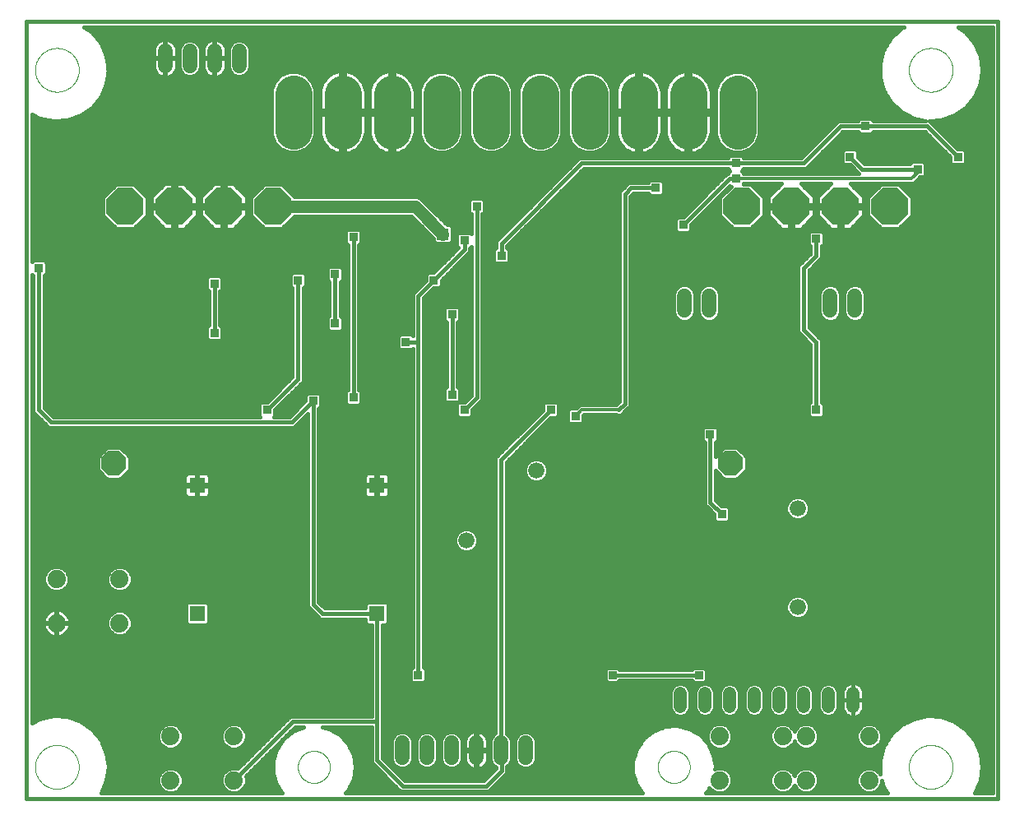
<source format=gbl>
G75*
%MOIN*%
%OFA0B0*%
%FSLAX25Y25*%
%IPPOS*%
%LPD*%
%AMOC8*
5,1,8,0,0,1.08239X$1,22.5*
%
%ADD10C,0.15000*%
%ADD11OC8,0.15000*%
%ADD12C,0.05200*%
%ADD13R,0.06496X0.06496*%
%ADD14C,0.05937*%
%ADD15C,0.00000*%
%ADD16C,0.06000*%
%ADD17OC8,0.10000*%
%ADD18C,0.06600*%
%ADD19C,0.07400*%
%ADD20C,0.01600*%
%ADD21R,0.04724X0.04724*%
%ADD22R,0.03169X0.03169*%
%ADD23R,0.03562X0.03562*%
%ADD24C,0.01200*%
%ADD25C,0.05000*%
D10*
X0124237Y0286344D02*
X0124237Y0301344D01*
X0144237Y0301344D02*
X0144237Y0286344D01*
X0164237Y0286344D02*
X0164237Y0301344D01*
X0184237Y0301344D02*
X0184237Y0286344D01*
X0204237Y0286344D02*
X0204237Y0301344D01*
X0224237Y0301344D02*
X0224237Y0286344D01*
X0244237Y0286344D02*
X0244237Y0301344D01*
X0264237Y0301344D02*
X0264237Y0286344D01*
X0284237Y0286344D02*
X0284237Y0301344D01*
X0304237Y0301344D02*
X0304237Y0286344D01*
D11*
X0306048Y0255655D03*
X0326048Y0255655D03*
X0346048Y0255655D03*
X0366048Y0255655D03*
X0116048Y0255655D03*
X0096048Y0255655D03*
X0076048Y0255655D03*
X0056048Y0255655D03*
D12*
X0281048Y0058255D02*
X0281048Y0053055D01*
X0291048Y0053055D02*
X0291048Y0058255D01*
X0301048Y0058255D02*
X0301048Y0053055D01*
X0311048Y0053055D02*
X0311048Y0058255D01*
X0321048Y0058255D02*
X0321048Y0053055D01*
X0331048Y0053055D02*
X0331048Y0058255D01*
X0341048Y0058255D02*
X0341048Y0053055D01*
X0351048Y0053055D02*
X0351048Y0058255D01*
D13*
X0158076Y0090635D03*
X0158076Y0142604D03*
X0085241Y0142604D03*
X0085241Y0090635D03*
D14*
X0282702Y0213474D02*
X0282702Y0219411D01*
X0292702Y0219411D02*
X0292702Y0213474D01*
X0341757Y0213474D02*
X0341757Y0219411D01*
X0351757Y0219411D02*
X0351757Y0213474D01*
X0102298Y0312686D02*
X0102298Y0318623D01*
X0092298Y0318623D02*
X0092298Y0312686D01*
X0082298Y0312686D02*
X0082298Y0318623D01*
X0072298Y0318623D02*
X0072298Y0312686D01*
D15*
X0019592Y0310930D02*
X0019595Y0311147D01*
X0019603Y0311365D01*
X0019616Y0311582D01*
X0019635Y0311798D01*
X0019659Y0312014D01*
X0019688Y0312230D01*
X0019722Y0312444D01*
X0019762Y0312658D01*
X0019807Y0312871D01*
X0019857Y0313082D01*
X0019913Y0313293D01*
X0019973Y0313501D01*
X0020039Y0313709D01*
X0020110Y0313914D01*
X0020186Y0314118D01*
X0020266Y0314320D01*
X0020352Y0314520D01*
X0020442Y0314717D01*
X0020538Y0314913D01*
X0020638Y0315106D01*
X0020743Y0315296D01*
X0020852Y0315484D01*
X0020966Y0315669D01*
X0021085Y0315851D01*
X0021208Y0316031D01*
X0021335Y0316207D01*
X0021467Y0316380D01*
X0021603Y0316549D01*
X0021743Y0316716D01*
X0021887Y0316879D01*
X0022035Y0317038D01*
X0022186Y0317194D01*
X0022342Y0317345D01*
X0022501Y0317493D01*
X0022664Y0317637D01*
X0022831Y0317777D01*
X0023000Y0317913D01*
X0023173Y0318045D01*
X0023349Y0318172D01*
X0023529Y0318295D01*
X0023711Y0318414D01*
X0023896Y0318528D01*
X0024084Y0318637D01*
X0024274Y0318742D01*
X0024467Y0318842D01*
X0024663Y0318938D01*
X0024860Y0319028D01*
X0025060Y0319114D01*
X0025262Y0319194D01*
X0025466Y0319270D01*
X0025671Y0319341D01*
X0025879Y0319407D01*
X0026087Y0319467D01*
X0026298Y0319523D01*
X0026509Y0319573D01*
X0026722Y0319618D01*
X0026936Y0319658D01*
X0027150Y0319692D01*
X0027366Y0319721D01*
X0027582Y0319745D01*
X0027798Y0319764D01*
X0028015Y0319777D01*
X0028233Y0319785D01*
X0028450Y0319788D01*
X0028667Y0319785D01*
X0028885Y0319777D01*
X0029102Y0319764D01*
X0029318Y0319745D01*
X0029534Y0319721D01*
X0029750Y0319692D01*
X0029964Y0319658D01*
X0030178Y0319618D01*
X0030391Y0319573D01*
X0030602Y0319523D01*
X0030813Y0319467D01*
X0031021Y0319407D01*
X0031229Y0319341D01*
X0031434Y0319270D01*
X0031638Y0319194D01*
X0031840Y0319114D01*
X0032040Y0319028D01*
X0032237Y0318938D01*
X0032433Y0318842D01*
X0032626Y0318742D01*
X0032816Y0318637D01*
X0033004Y0318528D01*
X0033189Y0318414D01*
X0033371Y0318295D01*
X0033551Y0318172D01*
X0033727Y0318045D01*
X0033900Y0317913D01*
X0034069Y0317777D01*
X0034236Y0317637D01*
X0034399Y0317493D01*
X0034558Y0317345D01*
X0034714Y0317194D01*
X0034865Y0317038D01*
X0035013Y0316879D01*
X0035157Y0316716D01*
X0035297Y0316549D01*
X0035433Y0316380D01*
X0035565Y0316207D01*
X0035692Y0316031D01*
X0035815Y0315851D01*
X0035934Y0315669D01*
X0036048Y0315484D01*
X0036157Y0315296D01*
X0036262Y0315106D01*
X0036362Y0314913D01*
X0036458Y0314717D01*
X0036548Y0314520D01*
X0036634Y0314320D01*
X0036714Y0314118D01*
X0036790Y0313914D01*
X0036861Y0313709D01*
X0036927Y0313501D01*
X0036987Y0313293D01*
X0037043Y0313082D01*
X0037093Y0312871D01*
X0037138Y0312658D01*
X0037178Y0312444D01*
X0037212Y0312230D01*
X0037241Y0312014D01*
X0037265Y0311798D01*
X0037284Y0311582D01*
X0037297Y0311365D01*
X0037305Y0311147D01*
X0037308Y0310930D01*
X0037305Y0310713D01*
X0037297Y0310495D01*
X0037284Y0310278D01*
X0037265Y0310062D01*
X0037241Y0309846D01*
X0037212Y0309630D01*
X0037178Y0309416D01*
X0037138Y0309202D01*
X0037093Y0308989D01*
X0037043Y0308778D01*
X0036987Y0308567D01*
X0036927Y0308359D01*
X0036861Y0308151D01*
X0036790Y0307946D01*
X0036714Y0307742D01*
X0036634Y0307540D01*
X0036548Y0307340D01*
X0036458Y0307143D01*
X0036362Y0306947D01*
X0036262Y0306754D01*
X0036157Y0306564D01*
X0036048Y0306376D01*
X0035934Y0306191D01*
X0035815Y0306009D01*
X0035692Y0305829D01*
X0035565Y0305653D01*
X0035433Y0305480D01*
X0035297Y0305311D01*
X0035157Y0305144D01*
X0035013Y0304981D01*
X0034865Y0304822D01*
X0034714Y0304666D01*
X0034558Y0304515D01*
X0034399Y0304367D01*
X0034236Y0304223D01*
X0034069Y0304083D01*
X0033900Y0303947D01*
X0033727Y0303815D01*
X0033551Y0303688D01*
X0033371Y0303565D01*
X0033189Y0303446D01*
X0033004Y0303332D01*
X0032816Y0303223D01*
X0032626Y0303118D01*
X0032433Y0303018D01*
X0032237Y0302922D01*
X0032040Y0302832D01*
X0031840Y0302746D01*
X0031638Y0302666D01*
X0031434Y0302590D01*
X0031229Y0302519D01*
X0031021Y0302453D01*
X0030813Y0302393D01*
X0030602Y0302337D01*
X0030391Y0302287D01*
X0030178Y0302242D01*
X0029964Y0302202D01*
X0029750Y0302168D01*
X0029534Y0302139D01*
X0029318Y0302115D01*
X0029102Y0302096D01*
X0028885Y0302083D01*
X0028667Y0302075D01*
X0028450Y0302072D01*
X0028233Y0302075D01*
X0028015Y0302083D01*
X0027798Y0302096D01*
X0027582Y0302115D01*
X0027366Y0302139D01*
X0027150Y0302168D01*
X0026936Y0302202D01*
X0026722Y0302242D01*
X0026509Y0302287D01*
X0026298Y0302337D01*
X0026087Y0302393D01*
X0025879Y0302453D01*
X0025671Y0302519D01*
X0025466Y0302590D01*
X0025262Y0302666D01*
X0025060Y0302746D01*
X0024860Y0302832D01*
X0024663Y0302922D01*
X0024467Y0303018D01*
X0024274Y0303118D01*
X0024084Y0303223D01*
X0023896Y0303332D01*
X0023711Y0303446D01*
X0023529Y0303565D01*
X0023349Y0303688D01*
X0023173Y0303815D01*
X0023000Y0303947D01*
X0022831Y0304083D01*
X0022664Y0304223D01*
X0022501Y0304367D01*
X0022342Y0304515D01*
X0022186Y0304666D01*
X0022035Y0304822D01*
X0021887Y0304981D01*
X0021743Y0305144D01*
X0021603Y0305311D01*
X0021467Y0305480D01*
X0021335Y0305653D01*
X0021208Y0305829D01*
X0021085Y0306009D01*
X0020966Y0306191D01*
X0020852Y0306376D01*
X0020743Y0306564D01*
X0020638Y0306754D01*
X0020538Y0306947D01*
X0020442Y0307143D01*
X0020352Y0307340D01*
X0020266Y0307540D01*
X0020186Y0307742D01*
X0020110Y0307946D01*
X0020039Y0308151D01*
X0019973Y0308359D01*
X0019913Y0308567D01*
X0019857Y0308778D01*
X0019807Y0308989D01*
X0019762Y0309202D01*
X0019722Y0309416D01*
X0019688Y0309630D01*
X0019659Y0309846D01*
X0019635Y0310062D01*
X0019616Y0310278D01*
X0019603Y0310495D01*
X0019595Y0310713D01*
X0019592Y0310930D01*
X0019592Y0028450D02*
X0019595Y0028667D01*
X0019603Y0028885D01*
X0019616Y0029102D01*
X0019635Y0029318D01*
X0019659Y0029534D01*
X0019688Y0029750D01*
X0019722Y0029964D01*
X0019762Y0030178D01*
X0019807Y0030391D01*
X0019857Y0030602D01*
X0019913Y0030813D01*
X0019973Y0031021D01*
X0020039Y0031229D01*
X0020110Y0031434D01*
X0020186Y0031638D01*
X0020266Y0031840D01*
X0020352Y0032040D01*
X0020442Y0032237D01*
X0020538Y0032433D01*
X0020638Y0032626D01*
X0020743Y0032816D01*
X0020852Y0033004D01*
X0020966Y0033189D01*
X0021085Y0033371D01*
X0021208Y0033551D01*
X0021335Y0033727D01*
X0021467Y0033900D01*
X0021603Y0034069D01*
X0021743Y0034236D01*
X0021887Y0034399D01*
X0022035Y0034558D01*
X0022186Y0034714D01*
X0022342Y0034865D01*
X0022501Y0035013D01*
X0022664Y0035157D01*
X0022831Y0035297D01*
X0023000Y0035433D01*
X0023173Y0035565D01*
X0023349Y0035692D01*
X0023529Y0035815D01*
X0023711Y0035934D01*
X0023896Y0036048D01*
X0024084Y0036157D01*
X0024274Y0036262D01*
X0024467Y0036362D01*
X0024663Y0036458D01*
X0024860Y0036548D01*
X0025060Y0036634D01*
X0025262Y0036714D01*
X0025466Y0036790D01*
X0025671Y0036861D01*
X0025879Y0036927D01*
X0026087Y0036987D01*
X0026298Y0037043D01*
X0026509Y0037093D01*
X0026722Y0037138D01*
X0026936Y0037178D01*
X0027150Y0037212D01*
X0027366Y0037241D01*
X0027582Y0037265D01*
X0027798Y0037284D01*
X0028015Y0037297D01*
X0028233Y0037305D01*
X0028450Y0037308D01*
X0028667Y0037305D01*
X0028885Y0037297D01*
X0029102Y0037284D01*
X0029318Y0037265D01*
X0029534Y0037241D01*
X0029750Y0037212D01*
X0029964Y0037178D01*
X0030178Y0037138D01*
X0030391Y0037093D01*
X0030602Y0037043D01*
X0030813Y0036987D01*
X0031021Y0036927D01*
X0031229Y0036861D01*
X0031434Y0036790D01*
X0031638Y0036714D01*
X0031840Y0036634D01*
X0032040Y0036548D01*
X0032237Y0036458D01*
X0032433Y0036362D01*
X0032626Y0036262D01*
X0032816Y0036157D01*
X0033004Y0036048D01*
X0033189Y0035934D01*
X0033371Y0035815D01*
X0033551Y0035692D01*
X0033727Y0035565D01*
X0033900Y0035433D01*
X0034069Y0035297D01*
X0034236Y0035157D01*
X0034399Y0035013D01*
X0034558Y0034865D01*
X0034714Y0034714D01*
X0034865Y0034558D01*
X0035013Y0034399D01*
X0035157Y0034236D01*
X0035297Y0034069D01*
X0035433Y0033900D01*
X0035565Y0033727D01*
X0035692Y0033551D01*
X0035815Y0033371D01*
X0035934Y0033189D01*
X0036048Y0033004D01*
X0036157Y0032816D01*
X0036262Y0032626D01*
X0036362Y0032433D01*
X0036458Y0032237D01*
X0036548Y0032040D01*
X0036634Y0031840D01*
X0036714Y0031638D01*
X0036790Y0031434D01*
X0036861Y0031229D01*
X0036927Y0031021D01*
X0036987Y0030813D01*
X0037043Y0030602D01*
X0037093Y0030391D01*
X0037138Y0030178D01*
X0037178Y0029964D01*
X0037212Y0029750D01*
X0037241Y0029534D01*
X0037265Y0029318D01*
X0037284Y0029102D01*
X0037297Y0028885D01*
X0037305Y0028667D01*
X0037308Y0028450D01*
X0037305Y0028233D01*
X0037297Y0028015D01*
X0037284Y0027798D01*
X0037265Y0027582D01*
X0037241Y0027366D01*
X0037212Y0027150D01*
X0037178Y0026936D01*
X0037138Y0026722D01*
X0037093Y0026509D01*
X0037043Y0026298D01*
X0036987Y0026087D01*
X0036927Y0025879D01*
X0036861Y0025671D01*
X0036790Y0025466D01*
X0036714Y0025262D01*
X0036634Y0025060D01*
X0036548Y0024860D01*
X0036458Y0024663D01*
X0036362Y0024467D01*
X0036262Y0024274D01*
X0036157Y0024084D01*
X0036048Y0023896D01*
X0035934Y0023711D01*
X0035815Y0023529D01*
X0035692Y0023349D01*
X0035565Y0023173D01*
X0035433Y0023000D01*
X0035297Y0022831D01*
X0035157Y0022664D01*
X0035013Y0022501D01*
X0034865Y0022342D01*
X0034714Y0022186D01*
X0034558Y0022035D01*
X0034399Y0021887D01*
X0034236Y0021743D01*
X0034069Y0021603D01*
X0033900Y0021467D01*
X0033727Y0021335D01*
X0033551Y0021208D01*
X0033371Y0021085D01*
X0033189Y0020966D01*
X0033004Y0020852D01*
X0032816Y0020743D01*
X0032626Y0020638D01*
X0032433Y0020538D01*
X0032237Y0020442D01*
X0032040Y0020352D01*
X0031840Y0020266D01*
X0031638Y0020186D01*
X0031434Y0020110D01*
X0031229Y0020039D01*
X0031021Y0019973D01*
X0030813Y0019913D01*
X0030602Y0019857D01*
X0030391Y0019807D01*
X0030178Y0019762D01*
X0029964Y0019722D01*
X0029750Y0019688D01*
X0029534Y0019659D01*
X0029318Y0019635D01*
X0029102Y0019616D01*
X0028885Y0019603D01*
X0028667Y0019595D01*
X0028450Y0019592D01*
X0028233Y0019595D01*
X0028015Y0019603D01*
X0027798Y0019616D01*
X0027582Y0019635D01*
X0027366Y0019659D01*
X0027150Y0019688D01*
X0026936Y0019722D01*
X0026722Y0019762D01*
X0026509Y0019807D01*
X0026298Y0019857D01*
X0026087Y0019913D01*
X0025879Y0019973D01*
X0025671Y0020039D01*
X0025466Y0020110D01*
X0025262Y0020186D01*
X0025060Y0020266D01*
X0024860Y0020352D01*
X0024663Y0020442D01*
X0024467Y0020538D01*
X0024274Y0020638D01*
X0024084Y0020743D01*
X0023896Y0020852D01*
X0023711Y0020966D01*
X0023529Y0021085D01*
X0023349Y0021208D01*
X0023173Y0021335D01*
X0023000Y0021467D01*
X0022831Y0021603D01*
X0022664Y0021743D01*
X0022501Y0021887D01*
X0022342Y0022035D01*
X0022186Y0022186D01*
X0022035Y0022342D01*
X0021887Y0022501D01*
X0021743Y0022664D01*
X0021603Y0022831D01*
X0021467Y0023000D01*
X0021335Y0023173D01*
X0021208Y0023349D01*
X0021085Y0023529D01*
X0020966Y0023711D01*
X0020852Y0023896D01*
X0020743Y0024084D01*
X0020638Y0024274D01*
X0020538Y0024467D01*
X0020442Y0024663D01*
X0020352Y0024860D01*
X0020266Y0025060D01*
X0020186Y0025262D01*
X0020110Y0025466D01*
X0020039Y0025671D01*
X0019973Y0025879D01*
X0019913Y0026087D01*
X0019857Y0026298D01*
X0019807Y0026509D01*
X0019762Y0026722D01*
X0019722Y0026936D01*
X0019688Y0027150D01*
X0019659Y0027366D01*
X0019635Y0027582D01*
X0019616Y0027798D01*
X0019603Y0028015D01*
X0019595Y0028233D01*
X0019592Y0028450D01*
X0126088Y0028450D02*
X0126090Y0028611D01*
X0126096Y0028771D01*
X0126106Y0028932D01*
X0126120Y0029092D01*
X0126138Y0029251D01*
X0126159Y0029411D01*
X0126185Y0029569D01*
X0126215Y0029727D01*
X0126248Y0029884D01*
X0126286Y0030041D01*
X0126327Y0030196D01*
X0126372Y0030350D01*
X0126421Y0030503D01*
X0126474Y0030655D01*
X0126530Y0030805D01*
X0126590Y0030954D01*
X0126654Y0031102D01*
X0126721Y0031248D01*
X0126792Y0031392D01*
X0126867Y0031534D01*
X0126945Y0031675D01*
X0127026Y0031813D01*
X0127111Y0031950D01*
X0127200Y0032084D01*
X0127291Y0032216D01*
X0127386Y0032346D01*
X0127484Y0032473D01*
X0127585Y0032598D01*
X0127689Y0032721D01*
X0127796Y0032840D01*
X0127906Y0032957D01*
X0128019Y0033072D01*
X0128135Y0033183D01*
X0128253Y0033292D01*
X0128374Y0033397D01*
X0128498Y0033500D01*
X0128624Y0033600D01*
X0128753Y0033696D01*
X0128884Y0033789D01*
X0129017Y0033879D01*
X0129152Y0033966D01*
X0129290Y0034049D01*
X0129429Y0034128D01*
X0129571Y0034205D01*
X0129714Y0034278D01*
X0129859Y0034347D01*
X0130006Y0034412D01*
X0130154Y0034474D01*
X0130304Y0034533D01*
X0130455Y0034587D01*
X0130607Y0034638D01*
X0130761Y0034685D01*
X0130916Y0034728D01*
X0131071Y0034767D01*
X0131228Y0034803D01*
X0131386Y0034835D01*
X0131544Y0034862D01*
X0131703Y0034886D01*
X0131862Y0034906D01*
X0132022Y0034922D01*
X0132183Y0034934D01*
X0132343Y0034942D01*
X0132504Y0034946D01*
X0132664Y0034946D01*
X0132825Y0034942D01*
X0132985Y0034934D01*
X0133146Y0034922D01*
X0133306Y0034906D01*
X0133465Y0034886D01*
X0133624Y0034862D01*
X0133782Y0034835D01*
X0133940Y0034803D01*
X0134097Y0034767D01*
X0134252Y0034728D01*
X0134407Y0034685D01*
X0134561Y0034638D01*
X0134713Y0034587D01*
X0134864Y0034533D01*
X0135014Y0034474D01*
X0135162Y0034412D01*
X0135309Y0034347D01*
X0135454Y0034278D01*
X0135597Y0034205D01*
X0135739Y0034128D01*
X0135878Y0034049D01*
X0136016Y0033966D01*
X0136151Y0033879D01*
X0136284Y0033789D01*
X0136415Y0033696D01*
X0136544Y0033600D01*
X0136670Y0033500D01*
X0136794Y0033397D01*
X0136915Y0033292D01*
X0137033Y0033183D01*
X0137149Y0033072D01*
X0137262Y0032957D01*
X0137372Y0032840D01*
X0137479Y0032721D01*
X0137583Y0032598D01*
X0137684Y0032473D01*
X0137782Y0032346D01*
X0137877Y0032216D01*
X0137968Y0032084D01*
X0138057Y0031950D01*
X0138142Y0031813D01*
X0138223Y0031675D01*
X0138301Y0031534D01*
X0138376Y0031392D01*
X0138447Y0031248D01*
X0138514Y0031102D01*
X0138578Y0030954D01*
X0138638Y0030805D01*
X0138694Y0030655D01*
X0138747Y0030503D01*
X0138796Y0030350D01*
X0138841Y0030196D01*
X0138882Y0030041D01*
X0138920Y0029884D01*
X0138953Y0029727D01*
X0138983Y0029569D01*
X0139009Y0029411D01*
X0139030Y0029251D01*
X0139048Y0029092D01*
X0139062Y0028932D01*
X0139072Y0028771D01*
X0139078Y0028611D01*
X0139080Y0028450D01*
X0139078Y0028289D01*
X0139072Y0028129D01*
X0139062Y0027968D01*
X0139048Y0027808D01*
X0139030Y0027649D01*
X0139009Y0027489D01*
X0138983Y0027331D01*
X0138953Y0027173D01*
X0138920Y0027016D01*
X0138882Y0026859D01*
X0138841Y0026704D01*
X0138796Y0026550D01*
X0138747Y0026397D01*
X0138694Y0026245D01*
X0138638Y0026095D01*
X0138578Y0025946D01*
X0138514Y0025798D01*
X0138447Y0025652D01*
X0138376Y0025508D01*
X0138301Y0025366D01*
X0138223Y0025225D01*
X0138142Y0025087D01*
X0138057Y0024950D01*
X0137968Y0024816D01*
X0137877Y0024684D01*
X0137782Y0024554D01*
X0137684Y0024427D01*
X0137583Y0024302D01*
X0137479Y0024179D01*
X0137372Y0024060D01*
X0137262Y0023943D01*
X0137149Y0023828D01*
X0137033Y0023717D01*
X0136915Y0023608D01*
X0136794Y0023503D01*
X0136670Y0023400D01*
X0136544Y0023300D01*
X0136415Y0023204D01*
X0136284Y0023111D01*
X0136151Y0023021D01*
X0136016Y0022934D01*
X0135878Y0022851D01*
X0135739Y0022772D01*
X0135597Y0022695D01*
X0135454Y0022622D01*
X0135309Y0022553D01*
X0135162Y0022488D01*
X0135014Y0022426D01*
X0134864Y0022367D01*
X0134713Y0022313D01*
X0134561Y0022262D01*
X0134407Y0022215D01*
X0134252Y0022172D01*
X0134097Y0022133D01*
X0133940Y0022097D01*
X0133782Y0022065D01*
X0133624Y0022038D01*
X0133465Y0022014D01*
X0133306Y0021994D01*
X0133146Y0021978D01*
X0132985Y0021966D01*
X0132825Y0021958D01*
X0132664Y0021954D01*
X0132504Y0021954D01*
X0132343Y0021958D01*
X0132183Y0021966D01*
X0132022Y0021978D01*
X0131862Y0021994D01*
X0131703Y0022014D01*
X0131544Y0022038D01*
X0131386Y0022065D01*
X0131228Y0022097D01*
X0131071Y0022133D01*
X0130916Y0022172D01*
X0130761Y0022215D01*
X0130607Y0022262D01*
X0130455Y0022313D01*
X0130304Y0022367D01*
X0130154Y0022426D01*
X0130006Y0022488D01*
X0129859Y0022553D01*
X0129714Y0022622D01*
X0129571Y0022695D01*
X0129429Y0022772D01*
X0129290Y0022851D01*
X0129152Y0022934D01*
X0129017Y0023021D01*
X0128884Y0023111D01*
X0128753Y0023204D01*
X0128624Y0023300D01*
X0128498Y0023400D01*
X0128374Y0023503D01*
X0128253Y0023608D01*
X0128135Y0023717D01*
X0128019Y0023828D01*
X0127906Y0023943D01*
X0127796Y0024060D01*
X0127689Y0024179D01*
X0127585Y0024302D01*
X0127484Y0024427D01*
X0127386Y0024554D01*
X0127291Y0024684D01*
X0127200Y0024816D01*
X0127111Y0024950D01*
X0127026Y0025087D01*
X0126945Y0025225D01*
X0126867Y0025366D01*
X0126792Y0025508D01*
X0126721Y0025652D01*
X0126654Y0025798D01*
X0126590Y0025946D01*
X0126530Y0026095D01*
X0126474Y0026245D01*
X0126421Y0026397D01*
X0126372Y0026550D01*
X0126327Y0026704D01*
X0126286Y0026859D01*
X0126248Y0027016D01*
X0126215Y0027173D01*
X0126185Y0027331D01*
X0126159Y0027489D01*
X0126138Y0027649D01*
X0126120Y0027808D01*
X0126106Y0027968D01*
X0126096Y0028129D01*
X0126090Y0028289D01*
X0126088Y0028450D01*
X0271954Y0028450D02*
X0271956Y0028611D01*
X0271962Y0028771D01*
X0271972Y0028932D01*
X0271986Y0029092D01*
X0272004Y0029251D01*
X0272025Y0029411D01*
X0272051Y0029569D01*
X0272081Y0029727D01*
X0272114Y0029884D01*
X0272152Y0030041D01*
X0272193Y0030196D01*
X0272238Y0030350D01*
X0272287Y0030503D01*
X0272340Y0030655D01*
X0272396Y0030805D01*
X0272456Y0030954D01*
X0272520Y0031102D01*
X0272587Y0031248D01*
X0272658Y0031392D01*
X0272733Y0031534D01*
X0272811Y0031675D01*
X0272892Y0031813D01*
X0272977Y0031950D01*
X0273066Y0032084D01*
X0273157Y0032216D01*
X0273252Y0032346D01*
X0273350Y0032473D01*
X0273451Y0032598D01*
X0273555Y0032721D01*
X0273662Y0032840D01*
X0273772Y0032957D01*
X0273885Y0033072D01*
X0274001Y0033183D01*
X0274119Y0033292D01*
X0274240Y0033397D01*
X0274364Y0033500D01*
X0274490Y0033600D01*
X0274619Y0033696D01*
X0274750Y0033789D01*
X0274883Y0033879D01*
X0275018Y0033966D01*
X0275156Y0034049D01*
X0275295Y0034128D01*
X0275437Y0034205D01*
X0275580Y0034278D01*
X0275725Y0034347D01*
X0275872Y0034412D01*
X0276020Y0034474D01*
X0276170Y0034533D01*
X0276321Y0034587D01*
X0276473Y0034638D01*
X0276627Y0034685D01*
X0276782Y0034728D01*
X0276937Y0034767D01*
X0277094Y0034803D01*
X0277252Y0034835D01*
X0277410Y0034862D01*
X0277569Y0034886D01*
X0277728Y0034906D01*
X0277888Y0034922D01*
X0278049Y0034934D01*
X0278209Y0034942D01*
X0278370Y0034946D01*
X0278530Y0034946D01*
X0278691Y0034942D01*
X0278851Y0034934D01*
X0279012Y0034922D01*
X0279172Y0034906D01*
X0279331Y0034886D01*
X0279490Y0034862D01*
X0279648Y0034835D01*
X0279806Y0034803D01*
X0279963Y0034767D01*
X0280118Y0034728D01*
X0280273Y0034685D01*
X0280427Y0034638D01*
X0280579Y0034587D01*
X0280730Y0034533D01*
X0280880Y0034474D01*
X0281028Y0034412D01*
X0281175Y0034347D01*
X0281320Y0034278D01*
X0281463Y0034205D01*
X0281605Y0034128D01*
X0281744Y0034049D01*
X0281882Y0033966D01*
X0282017Y0033879D01*
X0282150Y0033789D01*
X0282281Y0033696D01*
X0282410Y0033600D01*
X0282536Y0033500D01*
X0282660Y0033397D01*
X0282781Y0033292D01*
X0282899Y0033183D01*
X0283015Y0033072D01*
X0283128Y0032957D01*
X0283238Y0032840D01*
X0283345Y0032721D01*
X0283449Y0032598D01*
X0283550Y0032473D01*
X0283648Y0032346D01*
X0283743Y0032216D01*
X0283834Y0032084D01*
X0283923Y0031950D01*
X0284008Y0031813D01*
X0284089Y0031675D01*
X0284167Y0031534D01*
X0284242Y0031392D01*
X0284313Y0031248D01*
X0284380Y0031102D01*
X0284444Y0030954D01*
X0284504Y0030805D01*
X0284560Y0030655D01*
X0284613Y0030503D01*
X0284662Y0030350D01*
X0284707Y0030196D01*
X0284748Y0030041D01*
X0284786Y0029884D01*
X0284819Y0029727D01*
X0284849Y0029569D01*
X0284875Y0029411D01*
X0284896Y0029251D01*
X0284914Y0029092D01*
X0284928Y0028932D01*
X0284938Y0028771D01*
X0284944Y0028611D01*
X0284946Y0028450D01*
X0284944Y0028289D01*
X0284938Y0028129D01*
X0284928Y0027968D01*
X0284914Y0027808D01*
X0284896Y0027649D01*
X0284875Y0027489D01*
X0284849Y0027331D01*
X0284819Y0027173D01*
X0284786Y0027016D01*
X0284748Y0026859D01*
X0284707Y0026704D01*
X0284662Y0026550D01*
X0284613Y0026397D01*
X0284560Y0026245D01*
X0284504Y0026095D01*
X0284444Y0025946D01*
X0284380Y0025798D01*
X0284313Y0025652D01*
X0284242Y0025508D01*
X0284167Y0025366D01*
X0284089Y0025225D01*
X0284008Y0025087D01*
X0283923Y0024950D01*
X0283834Y0024816D01*
X0283743Y0024684D01*
X0283648Y0024554D01*
X0283550Y0024427D01*
X0283449Y0024302D01*
X0283345Y0024179D01*
X0283238Y0024060D01*
X0283128Y0023943D01*
X0283015Y0023828D01*
X0282899Y0023717D01*
X0282781Y0023608D01*
X0282660Y0023503D01*
X0282536Y0023400D01*
X0282410Y0023300D01*
X0282281Y0023204D01*
X0282150Y0023111D01*
X0282017Y0023021D01*
X0281882Y0022934D01*
X0281744Y0022851D01*
X0281605Y0022772D01*
X0281463Y0022695D01*
X0281320Y0022622D01*
X0281175Y0022553D01*
X0281028Y0022488D01*
X0280880Y0022426D01*
X0280730Y0022367D01*
X0280579Y0022313D01*
X0280427Y0022262D01*
X0280273Y0022215D01*
X0280118Y0022172D01*
X0279963Y0022133D01*
X0279806Y0022097D01*
X0279648Y0022065D01*
X0279490Y0022038D01*
X0279331Y0022014D01*
X0279172Y0021994D01*
X0279012Y0021978D01*
X0278851Y0021966D01*
X0278691Y0021958D01*
X0278530Y0021954D01*
X0278370Y0021954D01*
X0278209Y0021958D01*
X0278049Y0021966D01*
X0277888Y0021978D01*
X0277728Y0021994D01*
X0277569Y0022014D01*
X0277410Y0022038D01*
X0277252Y0022065D01*
X0277094Y0022097D01*
X0276937Y0022133D01*
X0276782Y0022172D01*
X0276627Y0022215D01*
X0276473Y0022262D01*
X0276321Y0022313D01*
X0276170Y0022367D01*
X0276020Y0022426D01*
X0275872Y0022488D01*
X0275725Y0022553D01*
X0275580Y0022622D01*
X0275437Y0022695D01*
X0275295Y0022772D01*
X0275156Y0022851D01*
X0275018Y0022934D01*
X0274883Y0023021D01*
X0274750Y0023111D01*
X0274619Y0023204D01*
X0274490Y0023300D01*
X0274364Y0023400D01*
X0274240Y0023503D01*
X0274119Y0023608D01*
X0274001Y0023717D01*
X0273885Y0023828D01*
X0273772Y0023943D01*
X0273662Y0024060D01*
X0273555Y0024179D01*
X0273451Y0024302D01*
X0273350Y0024427D01*
X0273252Y0024554D01*
X0273157Y0024684D01*
X0273066Y0024816D01*
X0272977Y0024950D01*
X0272892Y0025087D01*
X0272811Y0025225D01*
X0272733Y0025366D01*
X0272658Y0025508D01*
X0272587Y0025652D01*
X0272520Y0025798D01*
X0272456Y0025946D01*
X0272396Y0026095D01*
X0272340Y0026245D01*
X0272287Y0026397D01*
X0272238Y0026550D01*
X0272193Y0026704D01*
X0272152Y0026859D01*
X0272114Y0027016D01*
X0272081Y0027173D01*
X0272051Y0027331D01*
X0272025Y0027489D01*
X0272004Y0027649D01*
X0271986Y0027808D01*
X0271972Y0027968D01*
X0271962Y0028129D01*
X0271956Y0028289D01*
X0271954Y0028450D01*
X0373726Y0028450D02*
X0373729Y0028667D01*
X0373737Y0028885D01*
X0373750Y0029102D01*
X0373769Y0029318D01*
X0373793Y0029534D01*
X0373822Y0029750D01*
X0373856Y0029964D01*
X0373896Y0030178D01*
X0373941Y0030391D01*
X0373991Y0030602D01*
X0374047Y0030813D01*
X0374107Y0031021D01*
X0374173Y0031229D01*
X0374244Y0031434D01*
X0374320Y0031638D01*
X0374400Y0031840D01*
X0374486Y0032040D01*
X0374576Y0032237D01*
X0374672Y0032433D01*
X0374772Y0032626D01*
X0374877Y0032816D01*
X0374986Y0033004D01*
X0375100Y0033189D01*
X0375219Y0033371D01*
X0375342Y0033551D01*
X0375469Y0033727D01*
X0375601Y0033900D01*
X0375737Y0034069D01*
X0375877Y0034236D01*
X0376021Y0034399D01*
X0376169Y0034558D01*
X0376320Y0034714D01*
X0376476Y0034865D01*
X0376635Y0035013D01*
X0376798Y0035157D01*
X0376965Y0035297D01*
X0377134Y0035433D01*
X0377307Y0035565D01*
X0377483Y0035692D01*
X0377663Y0035815D01*
X0377845Y0035934D01*
X0378030Y0036048D01*
X0378218Y0036157D01*
X0378408Y0036262D01*
X0378601Y0036362D01*
X0378797Y0036458D01*
X0378994Y0036548D01*
X0379194Y0036634D01*
X0379396Y0036714D01*
X0379600Y0036790D01*
X0379805Y0036861D01*
X0380013Y0036927D01*
X0380221Y0036987D01*
X0380432Y0037043D01*
X0380643Y0037093D01*
X0380856Y0037138D01*
X0381070Y0037178D01*
X0381284Y0037212D01*
X0381500Y0037241D01*
X0381716Y0037265D01*
X0381932Y0037284D01*
X0382149Y0037297D01*
X0382367Y0037305D01*
X0382584Y0037308D01*
X0382801Y0037305D01*
X0383019Y0037297D01*
X0383236Y0037284D01*
X0383452Y0037265D01*
X0383668Y0037241D01*
X0383884Y0037212D01*
X0384098Y0037178D01*
X0384312Y0037138D01*
X0384525Y0037093D01*
X0384736Y0037043D01*
X0384947Y0036987D01*
X0385155Y0036927D01*
X0385363Y0036861D01*
X0385568Y0036790D01*
X0385772Y0036714D01*
X0385974Y0036634D01*
X0386174Y0036548D01*
X0386371Y0036458D01*
X0386567Y0036362D01*
X0386760Y0036262D01*
X0386950Y0036157D01*
X0387138Y0036048D01*
X0387323Y0035934D01*
X0387505Y0035815D01*
X0387685Y0035692D01*
X0387861Y0035565D01*
X0388034Y0035433D01*
X0388203Y0035297D01*
X0388370Y0035157D01*
X0388533Y0035013D01*
X0388692Y0034865D01*
X0388848Y0034714D01*
X0388999Y0034558D01*
X0389147Y0034399D01*
X0389291Y0034236D01*
X0389431Y0034069D01*
X0389567Y0033900D01*
X0389699Y0033727D01*
X0389826Y0033551D01*
X0389949Y0033371D01*
X0390068Y0033189D01*
X0390182Y0033004D01*
X0390291Y0032816D01*
X0390396Y0032626D01*
X0390496Y0032433D01*
X0390592Y0032237D01*
X0390682Y0032040D01*
X0390768Y0031840D01*
X0390848Y0031638D01*
X0390924Y0031434D01*
X0390995Y0031229D01*
X0391061Y0031021D01*
X0391121Y0030813D01*
X0391177Y0030602D01*
X0391227Y0030391D01*
X0391272Y0030178D01*
X0391312Y0029964D01*
X0391346Y0029750D01*
X0391375Y0029534D01*
X0391399Y0029318D01*
X0391418Y0029102D01*
X0391431Y0028885D01*
X0391439Y0028667D01*
X0391442Y0028450D01*
X0391439Y0028233D01*
X0391431Y0028015D01*
X0391418Y0027798D01*
X0391399Y0027582D01*
X0391375Y0027366D01*
X0391346Y0027150D01*
X0391312Y0026936D01*
X0391272Y0026722D01*
X0391227Y0026509D01*
X0391177Y0026298D01*
X0391121Y0026087D01*
X0391061Y0025879D01*
X0390995Y0025671D01*
X0390924Y0025466D01*
X0390848Y0025262D01*
X0390768Y0025060D01*
X0390682Y0024860D01*
X0390592Y0024663D01*
X0390496Y0024467D01*
X0390396Y0024274D01*
X0390291Y0024084D01*
X0390182Y0023896D01*
X0390068Y0023711D01*
X0389949Y0023529D01*
X0389826Y0023349D01*
X0389699Y0023173D01*
X0389567Y0023000D01*
X0389431Y0022831D01*
X0389291Y0022664D01*
X0389147Y0022501D01*
X0388999Y0022342D01*
X0388848Y0022186D01*
X0388692Y0022035D01*
X0388533Y0021887D01*
X0388370Y0021743D01*
X0388203Y0021603D01*
X0388034Y0021467D01*
X0387861Y0021335D01*
X0387685Y0021208D01*
X0387505Y0021085D01*
X0387323Y0020966D01*
X0387138Y0020852D01*
X0386950Y0020743D01*
X0386760Y0020638D01*
X0386567Y0020538D01*
X0386371Y0020442D01*
X0386174Y0020352D01*
X0385974Y0020266D01*
X0385772Y0020186D01*
X0385568Y0020110D01*
X0385363Y0020039D01*
X0385155Y0019973D01*
X0384947Y0019913D01*
X0384736Y0019857D01*
X0384525Y0019807D01*
X0384312Y0019762D01*
X0384098Y0019722D01*
X0383884Y0019688D01*
X0383668Y0019659D01*
X0383452Y0019635D01*
X0383236Y0019616D01*
X0383019Y0019603D01*
X0382801Y0019595D01*
X0382584Y0019592D01*
X0382367Y0019595D01*
X0382149Y0019603D01*
X0381932Y0019616D01*
X0381716Y0019635D01*
X0381500Y0019659D01*
X0381284Y0019688D01*
X0381070Y0019722D01*
X0380856Y0019762D01*
X0380643Y0019807D01*
X0380432Y0019857D01*
X0380221Y0019913D01*
X0380013Y0019973D01*
X0379805Y0020039D01*
X0379600Y0020110D01*
X0379396Y0020186D01*
X0379194Y0020266D01*
X0378994Y0020352D01*
X0378797Y0020442D01*
X0378601Y0020538D01*
X0378408Y0020638D01*
X0378218Y0020743D01*
X0378030Y0020852D01*
X0377845Y0020966D01*
X0377663Y0021085D01*
X0377483Y0021208D01*
X0377307Y0021335D01*
X0377134Y0021467D01*
X0376965Y0021603D01*
X0376798Y0021743D01*
X0376635Y0021887D01*
X0376476Y0022035D01*
X0376320Y0022186D01*
X0376169Y0022342D01*
X0376021Y0022501D01*
X0375877Y0022664D01*
X0375737Y0022831D01*
X0375601Y0023000D01*
X0375469Y0023173D01*
X0375342Y0023349D01*
X0375219Y0023529D01*
X0375100Y0023711D01*
X0374986Y0023896D01*
X0374877Y0024084D01*
X0374772Y0024274D01*
X0374672Y0024467D01*
X0374576Y0024663D01*
X0374486Y0024860D01*
X0374400Y0025060D01*
X0374320Y0025262D01*
X0374244Y0025466D01*
X0374173Y0025671D01*
X0374107Y0025879D01*
X0374047Y0026087D01*
X0373991Y0026298D01*
X0373941Y0026509D01*
X0373896Y0026722D01*
X0373856Y0026936D01*
X0373822Y0027150D01*
X0373793Y0027366D01*
X0373769Y0027582D01*
X0373750Y0027798D01*
X0373737Y0028015D01*
X0373729Y0028233D01*
X0373726Y0028450D01*
X0373726Y0310930D02*
X0373729Y0311147D01*
X0373737Y0311365D01*
X0373750Y0311582D01*
X0373769Y0311798D01*
X0373793Y0312014D01*
X0373822Y0312230D01*
X0373856Y0312444D01*
X0373896Y0312658D01*
X0373941Y0312871D01*
X0373991Y0313082D01*
X0374047Y0313293D01*
X0374107Y0313501D01*
X0374173Y0313709D01*
X0374244Y0313914D01*
X0374320Y0314118D01*
X0374400Y0314320D01*
X0374486Y0314520D01*
X0374576Y0314717D01*
X0374672Y0314913D01*
X0374772Y0315106D01*
X0374877Y0315296D01*
X0374986Y0315484D01*
X0375100Y0315669D01*
X0375219Y0315851D01*
X0375342Y0316031D01*
X0375469Y0316207D01*
X0375601Y0316380D01*
X0375737Y0316549D01*
X0375877Y0316716D01*
X0376021Y0316879D01*
X0376169Y0317038D01*
X0376320Y0317194D01*
X0376476Y0317345D01*
X0376635Y0317493D01*
X0376798Y0317637D01*
X0376965Y0317777D01*
X0377134Y0317913D01*
X0377307Y0318045D01*
X0377483Y0318172D01*
X0377663Y0318295D01*
X0377845Y0318414D01*
X0378030Y0318528D01*
X0378218Y0318637D01*
X0378408Y0318742D01*
X0378601Y0318842D01*
X0378797Y0318938D01*
X0378994Y0319028D01*
X0379194Y0319114D01*
X0379396Y0319194D01*
X0379600Y0319270D01*
X0379805Y0319341D01*
X0380013Y0319407D01*
X0380221Y0319467D01*
X0380432Y0319523D01*
X0380643Y0319573D01*
X0380856Y0319618D01*
X0381070Y0319658D01*
X0381284Y0319692D01*
X0381500Y0319721D01*
X0381716Y0319745D01*
X0381932Y0319764D01*
X0382149Y0319777D01*
X0382367Y0319785D01*
X0382584Y0319788D01*
X0382801Y0319785D01*
X0383019Y0319777D01*
X0383236Y0319764D01*
X0383452Y0319745D01*
X0383668Y0319721D01*
X0383884Y0319692D01*
X0384098Y0319658D01*
X0384312Y0319618D01*
X0384525Y0319573D01*
X0384736Y0319523D01*
X0384947Y0319467D01*
X0385155Y0319407D01*
X0385363Y0319341D01*
X0385568Y0319270D01*
X0385772Y0319194D01*
X0385974Y0319114D01*
X0386174Y0319028D01*
X0386371Y0318938D01*
X0386567Y0318842D01*
X0386760Y0318742D01*
X0386950Y0318637D01*
X0387138Y0318528D01*
X0387323Y0318414D01*
X0387505Y0318295D01*
X0387685Y0318172D01*
X0387861Y0318045D01*
X0388034Y0317913D01*
X0388203Y0317777D01*
X0388370Y0317637D01*
X0388533Y0317493D01*
X0388692Y0317345D01*
X0388848Y0317194D01*
X0388999Y0317038D01*
X0389147Y0316879D01*
X0389291Y0316716D01*
X0389431Y0316549D01*
X0389567Y0316380D01*
X0389699Y0316207D01*
X0389826Y0316031D01*
X0389949Y0315851D01*
X0390068Y0315669D01*
X0390182Y0315484D01*
X0390291Y0315296D01*
X0390396Y0315106D01*
X0390496Y0314913D01*
X0390592Y0314717D01*
X0390682Y0314520D01*
X0390768Y0314320D01*
X0390848Y0314118D01*
X0390924Y0313914D01*
X0390995Y0313709D01*
X0391061Y0313501D01*
X0391121Y0313293D01*
X0391177Y0313082D01*
X0391227Y0312871D01*
X0391272Y0312658D01*
X0391312Y0312444D01*
X0391346Y0312230D01*
X0391375Y0312014D01*
X0391399Y0311798D01*
X0391418Y0311582D01*
X0391431Y0311365D01*
X0391439Y0311147D01*
X0391442Y0310930D01*
X0391439Y0310713D01*
X0391431Y0310495D01*
X0391418Y0310278D01*
X0391399Y0310062D01*
X0391375Y0309846D01*
X0391346Y0309630D01*
X0391312Y0309416D01*
X0391272Y0309202D01*
X0391227Y0308989D01*
X0391177Y0308778D01*
X0391121Y0308567D01*
X0391061Y0308359D01*
X0390995Y0308151D01*
X0390924Y0307946D01*
X0390848Y0307742D01*
X0390768Y0307540D01*
X0390682Y0307340D01*
X0390592Y0307143D01*
X0390496Y0306947D01*
X0390396Y0306754D01*
X0390291Y0306564D01*
X0390182Y0306376D01*
X0390068Y0306191D01*
X0389949Y0306009D01*
X0389826Y0305829D01*
X0389699Y0305653D01*
X0389567Y0305480D01*
X0389431Y0305311D01*
X0389291Y0305144D01*
X0389147Y0304981D01*
X0388999Y0304822D01*
X0388848Y0304666D01*
X0388692Y0304515D01*
X0388533Y0304367D01*
X0388370Y0304223D01*
X0388203Y0304083D01*
X0388034Y0303947D01*
X0387861Y0303815D01*
X0387685Y0303688D01*
X0387505Y0303565D01*
X0387323Y0303446D01*
X0387138Y0303332D01*
X0386950Y0303223D01*
X0386760Y0303118D01*
X0386567Y0303018D01*
X0386371Y0302922D01*
X0386174Y0302832D01*
X0385974Y0302746D01*
X0385772Y0302666D01*
X0385568Y0302590D01*
X0385363Y0302519D01*
X0385155Y0302453D01*
X0384947Y0302393D01*
X0384736Y0302337D01*
X0384525Y0302287D01*
X0384312Y0302242D01*
X0384098Y0302202D01*
X0383884Y0302168D01*
X0383668Y0302139D01*
X0383452Y0302115D01*
X0383236Y0302096D01*
X0383019Y0302083D01*
X0382801Y0302075D01*
X0382584Y0302072D01*
X0382367Y0302075D01*
X0382149Y0302083D01*
X0381932Y0302096D01*
X0381716Y0302115D01*
X0381500Y0302139D01*
X0381284Y0302168D01*
X0381070Y0302202D01*
X0380856Y0302242D01*
X0380643Y0302287D01*
X0380432Y0302337D01*
X0380221Y0302393D01*
X0380013Y0302453D01*
X0379805Y0302519D01*
X0379600Y0302590D01*
X0379396Y0302666D01*
X0379194Y0302746D01*
X0378994Y0302832D01*
X0378797Y0302922D01*
X0378601Y0303018D01*
X0378408Y0303118D01*
X0378218Y0303223D01*
X0378030Y0303332D01*
X0377845Y0303446D01*
X0377663Y0303565D01*
X0377483Y0303688D01*
X0377307Y0303815D01*
X0377134Y0303947D01*
X0376965Y0304083D01*
X0376798Y0304223D01*
X0376635Y0304367D01*
X0376476Y0304515D01*
X0376320Y0304666D01*
X0376169Y0304822D01*
X0376021Y0304981D01*
X0375877Y0305144D01*
X0375737Y0305311D01*
X0375601Y0305480D01*
X0375469Y0305653D01*
X0375342Y0305829D01*
X0375219Y0306009D01*
X0375100Y0306191D01*
X0374986Y0306376D01*
X0374877Y0306564D01*
X0374772Y0306754D01*
X0374672Y0306947D01*
X0374576Y0307143D01*
X0374486Y0307340D01*
X0374400Y0307540D01*
X0374320Y0307742D01*
X0374244Y0307946D01*
X0374173Y0308151D01*
X0374107Y0308359D01*
X0374047Y0308567D01*
X0373991Y0308778D01*
X0373941Y0308989D01*
X0373896Y0309202D01*
X0373856Y0309416D01*
X0373822Y0309630D01*
X0373793Y0309846D01*
X0373769Y0310062D01*
X0373750Y0310278D01*
X0373737Y0310495D01*
X0373729Y0310713D01*
X0373726Y0310930D01*
D16*
X0218352Y0038261D02*
X0218352Y0032261D01*
X0208352Y0032261D02*
X0208352Y0038261D01*
X0198352Y0038261D02*
X0198352Y0032261D01*
X0188352Y0032261D02*
X0188352Y0038261D01*
X0178352Y0038261D02*
X0178352Y0032261D01*
X0168352Y0032261D02*
X0168352Y0038261D01*
D17*
X0051481Y0151481D03*
X0301481Y0151481D03*
D18*
X0328548Y0133155D03*
X0328548Y0093155D03*
X0222691Y0148547D03*
X0194406Y0120263D03*
D19*
X0100098Y0040805D03*
X0100098Y0023005D03*
X0074498Y0023005D03*
X0074498Y0040805D03*
X0053848Y0086755D03*
X0053848Y0104555D03*
X0028248Y0104555D03*
X0028248Y0086755D03*
X0296998Y0040805D03*
X0296998Y0023005D03*
X0322598Y0023005D03*
X0331998Y0023005D03*
X0331998Y0040805D03*
X0322598Y0040805D03*
X0357598Y0040805D03*
X0357598Y0023005D03*
D20*
X0409749Y0015655D02*
X0016048Y0015655D01*
X0016048Y0330615D01*
X0409749Y0330615D01*
X0409749Y0015655D01*
X0407549Y0017855D02*
X0400448Y0017855D01*
X0402613Y0022838D01*
X0403384Y0028450D01*
X0402613Y0034062D01*
X0400356Y0039257D01*
X0396781Y0043651D01*
X0396781Y0043651D01*
X0392153Y0046918D01*
X0386816Y0048815D01*
X0386816Y0048815D01*
X0381164Y0049202D01*
X0375618Y0048049D01*
X0370589Y0045443D01*
X0370589Y0045443D01*
X0366449Y0041577D01*
X0366449Y0041577D01*
X0363506Y0036737D01*
X0363506Y0036737D01*
X0361978Y0031282D01*
X0361978Y0025759D01*
X0361922Y0025894D01*
X0360487Y0027328D01*
X0358613Y0028105D01*
X0356584Y0028105D01*
X0354709Y0027328D01*
X0353275Y0025894D01*
X0352498Y0024019D01*
X0352498Y0021990D01*
X0353275Y0020116D01*
X0354709Y0018681D01*
X0356584Y0017905D01*
X0358613Y0017905D01*
X0360487Y0018681D01*
X0361922Y0020116D01*
X0362698Y0021990D01*
X0362698Y0023045D01*
X0363506Y0020163D01*
X0364910Y0017855D01*
X0291281Y0017855D01*
X0292331Y0018986D01*
X0292810Y0019981D01*
X0294109Y0018681D01*
X0295984Y0017905D01*
X0298013Y0017905D01*
X0299887Y0018681D01*
X0301322Y0020116D01*
X0302098Y0021990D01*
X0302098Y0024019D01*
X0301322Y0025894D01*
X0299887Y0027328D01*
X0298013Y0028105D01*
X0295984Y0028105D01*
X0295146Y0027757D01*
X0295250Y0028450D01*
X0294504Y0033402D01*
X0292331Y0037914D01*
X0288925Y0041585D01*
X0288925Y0041585D01*
X0284588Y0044089D01*
X0284588Y0044089D01*
X0279705Y0045203D01*
X0274712Y0044829D01*
X0274712Y0044829D01*
X0270050Y0042999D01*
X0266135Y0039877D01*
X0266135Y0039877D01*
X0266135Y0039877D01*
X0263314Y0035739D01*
X0261838Y0030954D01*
X0261838Y0025946D01*
X0263314Y0021161D01*
X0263314Y0021161D01*
X0265568Y0017855D01*
X0145415Y0017855D01*
X0146465Y0018986D01*
X0146465Y0018986D01*
X0148637Y0023498D01*
X0149384Y0028450D01*
X0149384Y0028450D01*
X0148637Y0033402D01*
X0146465Y0037914D01*
X0143058Y0041585D01*
X0138722Y0044089D01*
X0138722Y0044089D01*
X0136022Y0044705D01*
X0155876Y0044705D01*
X0155876Y0030216D01*
X0166348Y0019743D01*
X0167637Y0018455D01*
X0203210Y0018455D01*
X0209460Y0024705D01*
X0210748Y0025993D01*
X0210748Y0028491D01*
X0210844Y0028531D01*
X0212082Y0029769D01*
X0212752Y0031386D01*
X0212752Y0039136D01*
X0212082Y0040753D01*
X0210844Y0041991D01*
X0210552Y0042112D01*
X0210552Y0152047D01*
X0228479Y0169974D01*
X0230909Y0169974D01*
X0231730Y0170794D01*
X0231730Y0175516D01*
X0230909Y0176336D01*
X0226187Y0176336D01*
X0225367Y0175516D01*
X0225367Y0173085D01*
X0207440Y0155158D01*
X0206152Y0153869D01*
X0206152Y0042112D01*
X0205859Y0041991D01*
X0204621Y0040753D01*
X0203952Y0039136D01*
X0203952Y0031386D01*
X0204621Y0029769D01*
X0205859Y0028531D01*
X0206348Y0028328D01*
X0206348Y0027816D01*
X0201387Y0022855D01*
X0169460Y0022855D01*
X0160276Y0032038D01*
X0160276Y0085987D01*
X0161904Y0085987D01*
X0162724Y0086807D01*
X0162724Y0094463D01*
X0161904Y0095283D01*
X0154248Y0095283D01*
X0153428Y0094463D01*
X0153428Y0092835D01*
X0136979Y0092835D01*
X0134498Y0095316D01*
X0134498Y0173724D01*
X0134659Y0173724D01*
X0135480Y0174544D01*
X0135480Y0179266D01*
X0134659Y0180086D01*
X0129937Y0180086D01*
X0129117Y0179266D01*
X0129117Y0176835D01*
X0122637Y0170355D01*
X0116291Y0170355D01*
X0116730Y0170794D01*
X0116730Y0173225D01*
X0128248Y0184743D01*
X0128248Y0222474D01*
X0128409Y0222474D01*
X0129230Y0223294D01*
X0129230Y0228016D01*
X0128409Y0228836D01*
X0123687Y0228836D01*
X0122867Y0228016D01*
X0122867Y0223294D01*
X0123687Y0222474D01*
X0123848Y0222474D01*
X0123848Y0186566D01*
X0113618Y0176336D01*
X0111187Y0176336D01*
X0110367Y0175516D01*
X0110367Y0170794D01*
X0110806Y0170355D01*
X0026960Y0170355D01*
X0023248Y0174066D01*
X0023248Y0227474D01*
X0023409Y0227474D01*
X0024230Y0228294D01*
X0024230Y0233016D01*
X0023409Y0233836D01*
X0018687Y0233836D01*
X0018248Y0233397D01*
X0018248Y0293008D01*
X0021484Y0291331D01*
X0021485Y0291331D01*
X0027031Y0290179D01*
X0032682Y0290565D01*
X0038019Y0292462D01*
X0038019Y0292462D01*
X0042647Y0295729D01*
X0046222Y0300123D01*
X0048479Y0305319D01*
X0049250Y0310930D01*
X0048479Y0316542D01*
X0046222Y0321738D01*
X0046222Y0321738D01*
X0042647Y0326132D01*
X0039412Y0328415D01*
X0371539Y0328415D01*
X0370589Y0327923D01*
X0366449Y0324057D01*
X0363506Y0319217D01*
X0361978Y0313763D01*
X0361978Y0308098D01*
X0363506Y0302644D01*
X0363506Y0302644D01*
X0366449Y0297804D01*
X0366449Y0297804D01*
X0370589Y0293937D01*
X0375618Y0291331D01*
X0380318Y0290355D01*
X0359230Y0290355D01*
X0359230Y0290516D01*
X0358409Y0291336D01*
X0353687Y0291336D01*
X0352867Y0290516D01*
X0352867Y0290355D01*
X0345137Y0290355D01*
X0343848Y0289066D01*
X0330137Y0275355D01*
X0306730Y0275355D01*
X0306730Y0275516D01*
X0305909Y0276336D01*
X0301187Y0276336D01*
X0300367Y0275516D01*
X0300367Y0275355D01*
X0240137Y0275355D01*
X0238848Y0274066D01*
X0206348Y0241566D01*
X0206348Y0238836D01*
X0206187Y0238836D01*
X0205367Y0238016D01*
X0205367Y0233294D01*
X0206187Y0232474D01*
X0210909Y0232474D01*
X0211730Y0233294D01*
X0211730Y0238016D01*
X0210909Y0238836D01*
X0210748Y0238836D01*
X0210748Y0239743D01*
X0241960Y0270955D01*
X0300367Y0270955D01*
X0300367Y0270794D01*
X0301131Y0270030D01*
X0300367Y0269266D01*
X0300367Y0269105D01*
X0300137Y0269105D01*
X0298848Y0267816D01*
X0282368Y0251336D01*
X0279937Y0251336D01*
X0279117Y0250516D01*
X0279117Y0245794D01*
X0279937Y0244974D01*
X0284659Y0244974D01*
X0285480Y0245794D01*
X0285480Y0248225D01*
X0301083Y0263828D01*
X0301187Y0263724D01*
X0301531Y0263724D01*
X0297148Y0259341D01*
X0297148Y0251968D01*
X0302362Y0246755D01*
X0309735Y0246755D01*
X0314948Y0251968D01*
X0314948Y0259341D01*
X0309735Y0264555D01*
X0306730Y0264555D01*
X0306730Y0264905D01*
X0322146Y0264905D01*
X0316748Y0259507D01*
X0316748Y0256230D01*
X0325473Y0256230D01*
X0325473Y0255080D01*
X0316748Y0255080D01*
X0316748Y0251803D01*
X0322196Y0246355D01*
X0325473Y0246355D01*
X0325473Y0255080D01*
X0326623Y0255080D01*
X0326623Y0246355D01*
X0329901Y0246355D01*
X0335348Y0251803D01*
X0335348Y0255080D01*
X0326623Y0255080D01*
X0326623Y0256230D01*
X0335348Y0256230D01*
X0335348Y0259507D01*
X0329951Y0264905D01*
X0342146Y0264905D01*
X0336748Y0259507D01*
X0336748Y0256230D01*
X0345473Y0256230D01*
X0345473Y0255080D01*
X0336748Y0255080D01*
X0336748Y0251803D01*
X0342196Y0246355D01*
X0345473Y0246355D01*
X0345473Y0255080D01*
X0346623Y0255080D01*
X0346623Y0246355D01*
X0349901Y0246355D01*
X0355348Y0251803D01*
X0355348Y0255080D01*
X0346623Y0255080D01*
X0346623Y0256230D01*
X0355348Y0256230D01*
X0355348Y0259507D01*
X0349951Y0264905D01*
X0375627Y0264905D01*
X0378127Y0267405D01*
X0378196Y0267474D01*
X0379659Y0267474D01*
X0380480Y0268294D01*
X0380480Y0273016D01*
X0379659Y0273836D01*
X0374937Y0273836D01*
X0374117Y0273016D01*
X0374117Y0272855D01*
X0355710Y0272855D01*
X0352980Y0275585D01*
X0352980Y0278016D01*
X0352159Y0278836D01*
X0347437Y0278836D01*
X0346617Y0278016D01*
X0346617Y0273294D01*
X0347437Y0272474D01*
X0349868Y0272474D01*
X0352598Y0269743D01*
X0353437Y0268905D01*
X0306730Y0268905D01*
X0306730Y0269266D01*
X0305966Y0270030D01*
X0306730Y0270794D01*
X0306730Y0270955D01*
X0331960Y0270955D01*
X0346960Y0285955D01*
X0352867Y0285955D01*
X0352867Y0285794D01*
X0353687Y0284974D01*
X0358409Y0284974D01*
X0359230Y0285794D01*
X0359230Y0285955D01*
X0380137Y0285955D01*
X0390367Y0275725D01*
X0390367Y0273294D01*
X0391187Y0272474D01*
X0395909Y0272474D01*
X0396730Y0273294D01*
X0396730Y0278016D01*
X0395909Y0278836D01*
X0393479Y0278836D01*
X0383248Y0289066D01*
X0382073Y0290241D01*
X0386816Y0290565D01*
X0392153Y0292462D01*
X0392153Y0292462D01*
X0396781Y0295729D01*
X0400356Y0300123D01*
X0402613Y0305319D01*
X0403384Y0310930D01*
X0402613Y0316542D01*
X0400356Y0321738D01*
X0400356Y0321738D01*
X0396781Y0326132D01*
X0393546Y0328415D01*
X0407549Y0328415D01*
X0407549Y0017855D01*
X0407549Y0018852D02*
X0400881Y0018852D01*
X0401575Y0020450D02*
X0407549Y0020450D01*
X0407549Y0022049D02*
X0402270Y0022049D01*
X0402613Y0022838D02*
X0402613Y0022838D01*
X0402724Y0023647D02*
X0407549Y0023647D01*
X0407549Y0025246D02*
X0402943Y0025246D01*
X0403163Y0026844D02*
X0407549Y0026844D01*
X0407549Y0028443D02*
X0403383Y0028443D01*
X0403165Y0030041D02*
X0407549Y0030041D01*
X0407549Y0031640D02*
X0402945Y0031640D01*
X0402726Y0033238D02*
X0407549Y0033238D01*
X0407549Y0034837D02*
X0402276Y0034837D01*
X0402613Y0034062D02*
X0402613Y0034062D01*
X0401582Y0036435D02*
X0407549Y0036435D01*
X0407549Y0038034D02*
X0400887Y0038034D01*
X0400356Y0039257D02*
X0400356Y0039257D01*
X0400051Y0039632D02*
X0407549Y0039632D01*
X0407549Y0041231D02*
X0398750Y0041231D01*
X0397450Y0042829D02*
X0407549Y0042829D01*
X0407549Y0044428D02*
X0395681Y0044428D01*
X0396781Y0043651D02*
X0396781Y0043651D01*
X0393416Y0046026D02*
X0407549Y0046026D01*
X0407549Y0047625D02*
X0390164Y0047625D01*
X0392153Y0046918D02*
X0392153Y0046918D01*
X0381164Y0049202D02*
X0381164Y0049202D01*
X0375618Y0048049D02*
X0375618Y0048049D01*
X0374800Y0047625D02*
X0210552Y0047625D01*
X0210552Y0049223D02*
X0279845Y0049223D01*
X0280253Y0049055D02*
X0281844Y0049055D01*
X0283314Y0049664D01*
X0284439Y0050789D01*
X0285048Y0052259D01*
X0285048Y0059050D01*
X0284439Y0060521D01*
X0283314Y0061646D01*
X0281844Y0062255D01*
X0280253Y0062255D01*
X0278783Y0061646D01*
X0277657Y0060521D01*
X0277048Y0059050D01*
X0277048Y0052259D01*
X0277657Y0050789D01*
X0278783Y0049664D01*
X0280253Y0049055D01*
X0282251Y0049223D02*
X0289845Y0049223D01*
X0290253Y0049055D02*
X0291844Y0049055D01*
X0293314Y0049664D01*
X0294439Y0050789D01*
X0295048Y0052259D01*
X0295048Y0059050D01*
X0294439Y0060521D01*
X0293314Y0061646D01*
X0291844Y0062255D01*
X0290253Y0062255D01*
X0288783Y0061646D01*
X0287657Y0060521D01*
X0287048Y0059050D01*
X0287048Y0052259D01*
X0287657Y0050789D01*
X0288783Y0049664D01*
X0290253Y0049055D01*
X0292251Y0049223D02*
X0299845Y0049223D01*
X0300253Y0049055D02*
X0301844Y0049055D01*
X0303314Y0049664D01*
X0304439Y0050789D01*
X0305048Y0052259D01*
X0305048Y0059050D01*
X0304439Y0060521D01*
X0303314Y0061646D01*
X0301844Y0062255D01*
X0300253Y0062255D01*
X0298783Y0061646D01*
X0297657Y0060521D01*
X0297048Y0059050D01*
X0297048Y0052259D01*
X0297657Y0050789D01*
X0298783Y0049664D01*
X0300253Y0049055D01*
X0302251Y0049223D02*
X0309845Y0049223D01*
X0310253Y0049055D02*
X0311844Y0049055D01*
X0313314Y0049664D01*
X0314439Y0050789D01*
X0315048Y0052259D01*
X0315048Y0059050D01*
X0314439Y0060521D01*
X0313314Y0061646D01*
X0311844Y0062255D01*
X0310253Y0062255D01*
X0308783Y0061646D01*
X0307657Y0060521D01*
X0307048Y0059050D01*
X0307048Y0052259D01*
X0307657Y0050789D01*
X0308783Y0049664D01*
X0310253Y0049055D01*
X0312251Y0049223D02*
X0319845Y0049223D01*
X0320253Y0049055D02*
X0321844Y0049055D01*
X0323314Y0049664D01*
X0324439Y0050789D01*
X0325048Y0052259D01*
X0325048Y0059050D01*
X0324439Y0060521D01*
X0323314Y0061646D01*
X0321844Y0062255D01*
X0320253Y0062255D01*
X0318783Y0061646D01*
X0317657Y0060521D01*
X0317048Y0059050D01*
X0317048Y0052259D01*
X0317657Y0050789D01*
X0318783Y0049664D01*
X0320253Y0049055D01*
X0322251Y0049223D02*
X0329845Y0049223D01*
X0330253Y0049055D02*
X0328783Y0049664D01*
X0327657Y0050789D01*
X0327048Y0052259D01*
X0327048Y0059050D01*
X0327657Y0060521D01*
X0328783Y0061646D01*
X0330253Y0062255D01*
X0331844Y0062255D01*
X0333314Y0061646D01*
X0334439Y0060521D01*
X0335048Y0059050D01*
X0335048Y0052259D01*
X0334439Y0050789D01*
X0333314Y0049664D01*
X0331844Y0049055D01*
X0330253Y0049055D01*
X0332251Y0049223D02*
X0339845Y0049223D01*
X0340253Y0049055D02*
X0341844Y0049055D01*
X0343314Y0049664D01*
X0344439Y0050789D01*
X0345048Y0052259D01*
X0345048Y0059050D01*
X0344439Y0060521D01*
X0343314Y0061646D01*
X0341844Y0062255D01*
X0340253Y0062255D01*
X0338783Y0061646D01*
X0337657Y0060521D01*
X0337048Y0059050D01*
X0337048Y0052259D01*
X0337657Y0050789D01*
X0338783Y0049664D01*
X0340253Y0049055D01*
X0342251Y0049223D02*
X0348876Y0049223D01*
X0348742Y0049292D02*
X0349359Y0048977D01*
X0350018Y0048763D01*
X0350702Y0048655D01*
X0351048Y0048655D01*
X0351048Y0055655D01*
X0351048Y0055655D01*
X0346648Y0055655D01*
X0346648Y0058601D01*
X0346757Y0059285D01*
X0346971Y0059944D01*
X0347285Y0060561D01*
X0347692Y0061121D01*
X0348182Y0061611D01*
X0348742Y0062018D01*
X0349359Y0062332D01*
X0350018Y0062546D01*
X0350702Y0062655D01*
X0351048Y0062655D01*
X0351048Y0055655D01*
X0351048Y0055655D01*
X0346648Y0055655D01*
X0346648Y0052708D01*
X0346757Y0052024D01*
X0346971Y0051366D01*
X0347285Y0050749D01*
X0347692Y0050188D01*
X0348182Y0049699D01*
X0348742Y0049292D01*
X0347248Y0050822D02*
X0344453Y0050822D01*
X0345048Y0052420D02*
X0346694Y0052420D01*
X0346648Y0054019D02*
X0345048Y0054019D01*
X0345048Y0055618D02*
X0346648Y0055618D01*
X0346648Y0057216D02*
X0345048Y0057216D01*
X0345048Y0058815D02*
X0346682Y0058815D01*
X0347210Y0060413D02*
X0344484Y0060413D01*
X0342431Y0062012D02*
X0348734Y0062012D01*
X0351048Y0062012D02*
X0351048Y0062012D01*
X0351048Y0062655D02*
X0351048Y0055655D01*
X0351048Y0055655D01*
X0351049Y0055655D02*
X0355448Y0055655D01*
X0355448Y0058601D01*
X0355340Y0059285D01*
X0355126Y0059944D01*
X0354812Y0060561D01*
X0354405Y0061121D01*
X0353915Y0061611D01*
X0353355Y0062018D01*
X0352737Y0062332D01*
X0352079Y0062546D01*
X0351395Y0062655D01*
X0351048Y0062655D01*
X0351048Y0060413D02*
X0351048Y0060413D01*
X0351048Y0058815D02*
X0351048Y0058815D01*
X0351048Y0057216D02*
X0351048Y0057216D01*
X0351049Y0055655D02*
X0351049Y0055655D01*
X0355448Y0055655D01*
X0355448Y0052708D01*
X0355340Y0052024D01*
X0355126Y0051366D01*
X0354812Y0050749D01*
X0354405Y0050188D01*
X0353915Y0049699D01*
X0353355Y0049292D01*
X0352737Y0048977D01*
X0352079Y0048763D01*
X0351395Y0048655D01*
X0351048Y0048655D01*
X0351048Y0055655D01*
X0351048Y0055618D02*
X0351048Y0055618D01*
X0351048Y0054019D02*
X0351048Y0054019D01*
X0351048Y0052420D02*
X0351048Y0052420D01*
X0351048Y0050822D02*
X0351048Y0050822D01*
X0351048Y0049223D02*
X0351048Y0049223D01*
X0353221Y0049223D02*
X0407549Y0049223D01*
X0407549Y0050822D02*
X0354849Y0050822D01*
X0355403Y0052420D02*
X0407549Y0052420D01*
X0407549Y0054019D02*
X0355448Y0054019D01*
X0355448Y0055618D02*
X0407549Y0055618D01*
X0407549Y0057216D02*
X0355448Y0057216D01*
X0355415Y0058815D02*
X0407549Y0058815D01*
X0407549Y0060413D02*
X0354887Y0060413D01*
X0353363Y0062012D02*
X0407549Y0062012D01*
X0407549Y0063610D02*
X0291533Y0063610D01*
X0291533Y0063491D02*
X0290713Y0062670D01*
X0286384Y0062670D01*
X0285600Y0063455D01*
X0256497Y0063455D01*
X0255713Y0062670D01*
X0251384Y0062670D01*
X0250564Y0063491D01*
X0250564Y0067819D01*
X0251384Y0068639D01*
X0255713Y0068639D01*
X0256497Y0067855D01*
X0285600Y0067855D01*
X0286384Y0068639D01*
X0290713Y0068639D01*
X0291533Y0067819D01*
X0291533Y0063491D01*
X0291533Y0065209D02*
X0407549Y0065209D01*
X0407549Y0066807D02*
X0291533Y0066807D01*
X0290946Y0068406D02*
X0407549Y0068406D01*
X0407549Y0070004D02*
X0210552Y0070004D01*
X0210552Y0068406D02*
X0251151Y0068406D01*
X0250564Y0066807D02*
X0210552Y0066807D01*
X0210552Y0065209D02*
X0250564Y0065209D01*
X0250564Y0063610D02*
X0210552Y0063610D01*
X0210552Y0062012D02*
X0279666Y0062012D01*
X0277613Y0060413D02*
X0210552Y0060413D01*
X0210552Y0058815D02*
X0277048Y0058815D01*
X0277048Y0057216D02*
X0210552Y0057216D01*
X0210552Y0055618D02*
X0277048Y0055618D01*
X0277048Y0054019D02*
X0210552Y0054019D01*
X0210552Y0052420D02*
X0277048Y0052420D01*
X0277644Y0050822D02*
X0210552Y0050822D01*
X0210552Y0046026D02*
X0371715Y0046026D01*
X0369502Y0044428D02*
X0361188Y0044428D01*
X0360487Y0045128D02*
X0358613Y0045905D01*
X0356584Y0045905D01*
X0354709Y0045128D01*
X0353275Y0043694D01*
X0352498Y0041819D01*
X0352498Y0039790D01*
X0353275Y0037916D01*
X0354709Y0036481D01*
X0356584Y0035705D01*
X0358613Y0035705D01*
X0360487Y0036481D01*
X0361922Y0037916D01*
X0362698Y0039790D01*
X0362698Y0041819D01*
X0361922Y0043694D01*
X0360487Y0045128D01*
X0362280Y0042829D02*
X0367790Y0042829D01*
X0366239Y0041231D02*
X0362698Y0041231D01*
X0362633Y0039632D02*
X0365267Y0039632D01*
X0364295Y0038034D02*
X0361971Y0038034D01*
X0363421Y0036435D02*
X0360377Y0036435D01*
X0362974Y0034837D02*
X0293813Y0034837D01*
X0294504Y0033402D02*
X0294504Y0033402D01*
X0294528Y0033238D02*
X0362526Y0033238D01*
X0362078Y0031640D02*
X0294769Y0031640D01*
X0295010Y0030041D02*
X0361978Y0030041D01*
X0361978Y0028443D02*
X0295249Y0028443D01*
X0300371Y0026844D02*
X0319226Y0026844D01*
X0319709Y0027328D02*
X0318275Y0025894D01*
X0317498Y0024019D01*
X0317498Y0021990D01*
X0318275Y0020116D01*
X0319709Y0018681D01*
X0321584Y0017905D01*
X0323613Y0017905D01*
X0325487Y0018681D01*
X0326922Y0020116D01*
X0327298Y0021025D01*
X0327675Y0020116D01*
X0329109Y0018681D01*
X0330984Y0017905D01*
X0333013Y0017905D01*
X0334887Y0018681D01*
X0336322Y0020116D01*
X0337098Y0021990D01*
X0337098Y0024019D01*
X0336322Y0025894D01*
X0334887Y0027328D01*
X0333013Y0028105D01*
X0330984Y0028105D01*
X0329109Y0027328D01*
X0327675Y0025894D01*
X0327298Y0024985D01*
X0326922Y0025894D01*
X0325487Y0027328D01*
X0323613Y0028105D01*
X0321584Y0028105D01*
X0319709Y0027328D01*
X0318007Y0025246D02*
X0301590Y0025246D01*
X0302098Y0023647D02*
X0317498Y0023647D01*
X0317498Y0022049D02*
X0302098Y0022049D01*
X0301461Y0020450D02*
X0318136Y0020450D01*
X0319539Y0018852D02*
X0300058Y0018852D01*
X0293939Y0018852D02*
X0292206Y0018852D01*
X0292331Y0018986D02*
X0292331Y0018986D01*
X0295984Y0035705D02*
X0298013Y0035705D01*
X0299887Y0036481D01*
X0301322Y0037916D01*
X0302098Y0039790D01*
X0302098Y0041819D01*
X0301322Y0043694D01*
X0299887Y0045128D01*
X0298013Y0045905D01*
X0295984Y0045905D01*
X0294109Y0045128D01*
X0292675Y0043694D01*
X0291898Y0041819D01*
X0291898Y0039790D01*
X0292675Y0037916D01*
X0294109Y0036481D01*
X0295984Y0035705D01*
X0294220Y0036435D02*
X0293043Y0036435D01*
X0292331Y0037914D02*
X0292331Y0037914D01*
X0292219Y0038034D02*
X0292626Y0038034D01*
X0291964Y0039632D02*
X0290736Y0039632D01*
X0291898Y0041231D02*
X0289253Y0041231D01*
X0286769Y0042829D02*
X0292317Y0042829D01*
X0293409Y0044428D02*
X0283101Y0044428D01*
X0279705Y0045203D02*
X0279705Y0045203D01*
X0273690Y0044428D02*
X0210552Y0044428D01*
X0210552Y0042829D02*
X0269837Y0042829D01*
X0270050Y0042999D02*
X0270050Y0042999D01*
X0267833Y0041231D02*
X0221604Y0041231D01*
X0222082Y0040753D02*
X0220844Y0041991D01*
X0219227Y0042661D01*
X0217476Y0042661D01*
X0215859Y0041991D01*
X0214621Y0040753D01*
X0213952Y0039136D01*
X0213952Y0031386D01*
X0214621Y0029769D01*
X0215859Y0028531D01*
X0217476Y0027861D01*
X0219227Y0027861D01*
X0220844Y0028531D01*
X0222082Y0029769D01*
X0222752Y0031386D01*
X0222752Y0039136D01*
X0222082Y0040753D01*
X0222546Y0039632D02*
X0265968Y0039632D01*
X0264878Y0038034D02*
X0222752Y0038034D01*
X0222752Y0036435D02*
X0263788Y0036435D01*
X0263314Y0035739D02*
X0263314Y0035739D01*
X0263035Y0034837D02*
X0222752Y0034837D01*
X0222752Y0033238D02*
X0262542Y0033238D01*
X0262049Y0031640D02*
X0222752Y0031640D01*
X0222195Y0030041D02*
X0261838Y0030041D01*
X0261838Y0028443D02*
X0220631Y0028443D01*
X0216072Y0028443D02*
X0210748Y0028443D01*
X0210748Y0026844D02*
X0261838Y0026844D01*
X0262054Y0025246D02*
X0210001Y0025246D01*
X0208548Y0026905D02*
X0208548Y0035064D01*
X0208352Y0035261D01*
X0208352Y0152958D01*
X0228548Y0173155D01*
X0225367Y0173907D02*
X0197412Y0173907D01*
X0196730Y0173225D02*
X0200748Y0177243D01*
X0200748Y0252474D01*
X0200909Y0252474D01*
X0201730Y0253294D01*
X0201730Y0258016D01*
X0200909Y0258836D01*
X0196187Y0258836D01*
X0195367Y0258016D01*
X0195367Y0253294D01*
X0196187Y0252474D01*
X0196348Y0252474D01*
X0196348Y0244647D01*
X0195909Y0245086D01*
X0191187Y0245086D01*
X0190367Y0244266D01*
X0190367Y0239544D01*
X0191097Y0238814D01*
X0181118Y0228836D01*
X0178687Y0228836D01*
X0177867Y0228016D01*
X0177867Y0225585D01*
X0172598Y0220316D01*
X0172598Y0203397D01*
X0172159Y0203836D01*
X0167437Y0203836D01*
X0166617Y0203016D01*
X0166617Y0198294D01*
X0167437Y0197474D01*
X0172159Y0197474D01*
X0172598Y0197913D01*
X0172598Y0068836D01*
X0172437Y0068836D01*
X0171617Y0068016D01*
X0171617Y0063294D01*
X0172437Y0062474D01*
X0177159Y0062474D01*
X0177980Y0063294D01*
X0177980Y0068016D01*
X0177159Y0068836D01*
X0176998Y0068836D01*
X0176998Y0218493D01*
X0180979Y0222474D01*
X0183409Y0222474D01*
X0184230Y0223294D01*
X0184230Y0225725D01*
X0194460Y0235955D01*
X0195748Y0237243D01*
X0195748Y0238724D01*
X0195909Y0238724D01*
X0196348Y0239163D01*
X0196348Y0179066D01*
X0193618Y0176336D01*
X0191187Y0176336D01*
X0190367Y0175516D01*
X0190367Y0170794D01*
X0191187Y0169974D01*
X0195909Y0169974D01*
X0196730Y0170794D01*
X0196730Y0173225D01*
X0196730Y0172309D02*
X0224591Y0172309D01*
X0222993Y0170710D02*
X0196646Y0170710D01*
X0193548Y0173155D02*
X0198548Y0178155D01*
X0198548Y0255655D01*
X0195367Y0255431D02*
X0179287Y0255431D01*
X0180886Y0253833D02*
X0195367Y0253833D01*
X0196348Y0252234D02*
X0182484Y0252234D01*
X0184083Y0250636D02*
X0196348Y0250636D01*
X0196348Y0249037D02*
X0185681Y0249037D01*
X0186552Y0248167D02*
X0176855Y0257864D01*
X0175758Y0258961D01*
X0174324Y0259555D01*
X0124735Y0259555D01*
X0119735Y0264555D01*
X0112362Y0264555D01*
X0107148Y0259341D01*
X0107148Y0251968D01*
X0112362Y0246755D01*
X0119735Y0246755D01*
X0124735Y0251755D01*
X0171933Y0251755D01*
X0181036Y0242652D01*
X0181036Y0241463D01*
X0181856Y0240643D01*
X0183690Y0240643D01*
X0184023Y0240505D01*
X0185574Y0240505D01*
X0185907Y0240643D01*
X0187741Y0240643D01*
X0188561Y0241463D01*
X0188561Y0243296D01*
X0188698Y0243629D01*
X0188698Y0245180D01*
X0188561Y0245513D01*
X0188561Y0247347D01*
X0187741Y0248167D01*
X0186552Y0248167D01*
X0188469Y0247439D02*
X0196348Y0247439D01*
X0196348Y0245840D02*
X0188561Y0245840D01*
X0188698Y0244242D02*
X0190367Y0244242D01*
X0190367Y0242643D02*
X0188561Y0242643D01*
X0188143Y0241045D02*
X0190367Y0241045D01*
X0190465Y0239446D02*
X0150748Y0239446D01*
X0150748Y0239974D02*
X0150909Y0239974D01*
X0151730Y0240794D01*
X0151730Y0245516D01*
X0150909Y0246336D01*
X0146187Y0246336D01*
X0145367Y0245516D01*
X0145367Y0240794D01*
X0146187Y0239974D01*
X0146348Y0239974D01*
X0146348Y0181336D01*
X0146187Y0181336D01*
X0145367Y0180516D01*
X0145367Y0175794D01*
X0146187Y0174974D01*
X0150909Y0174974D01*
X0151730Y0175794D01*
X0151730Y0180516D01*
X0150909Y0181336D01*
X0150748Y0181336D01*
X0150748Y0239974D01*
X0151730Y0241045D02*
X0181454Y0241045D01*
X0181036Y0242643D02*
X0151730Y0242643D01*
X0151730Y0244242D02*
X0179446Y0244242D01*
X0177847Y0245840D02*
X0151405Y0245840D01*
X0148548Y0243155D02*
X0148548Y0178155D01*
X0145367Y0178703D02*
X0135480Y0178703D01*
X0135480Y0177104D02*
X0145367Y0177104D01*
X0145655Y0175506D02*
X0135480Y0175506D01*
X0134843Y0173907D02*
X0172598Y0173907D01*
X0172598Y0172309D02*
X0134498Y0172309D01*
X0134498Y0170710D02*
X0172598Y0170710D01*
X0172598Y0169112D02*
X0134498Y0169112D01*
X0134498Y0167513D02*
X0172598Y0167513D01*
X0172598Y0165915D02*
X0134498Y0165915D01*
X0134498Y0164316D02*
X0172598Y0164316D01*
X0172598Y0162718D02*
X0134498Y0162718D01*
X0134498Y0161119D02*
X0172598Y0161119D01*
X0172598Y0159521D02*
X0134498Y0159521D01*
X0134498Y0157922D02*
X0172598Y0157922D01*
X0172598Y0156324D02*
X0134498Y0156324D01*
X0134498Y0154725D02*
X0172598Y0154725D01*
X0172598Y0153127D02*
X0134498Y0153127D01*
X0134498Y0151528D02*
X0172598Y0151528D01*
X0172598Y0149930D02*
X0134498Y0149930D01*
X0134498Y0148331D02*
X0172598Y0148331D01*
X0172598Y0146733D02*
X0162894Y0146733D01*
X0163001Y0146546D02*
X0162764Y0146957D01*
X0162429Y0147292D01*
X0162019Y0147529D01*
X0161561Y0147652D01*
X0158359Y0147652D01*
X0158359Y0142886D01*
X0163124Y0142886D01*
X0163124Y0146089D01*
X0163001Y0146546D01*
X0163124Y0145134D02*
X0172598Y0145134D01*
X0172598Y0143536D02*
X0163124Y0143536D01*
X0163124Y0142321D02*
X0158359Y0142321D01*
X0158359Y0142886D01*
X0157793Y0142886D01*
X0157793Y0142321D01*
X0153028Y0142321D01*
X0153028Y0139119D01*
X0153151Y0138661D01*
X0153388Y0138250D01*
X0153723Y0137915D01*
X0154133Y0137678D01*
X0154591Y0137556D01*
X0157793Y0137556D01*
X0157793Y0142321D01*
X0158359Y0142321D01*
X0158359Y0137556D01*
X0161561Y0137556D01*
X0162019Y0137678D01*
X0162429Y0137915D01*
X0162764Y0138250D01*
X0163001Y0138661D01*
X0163124Y0139119D01*
X0163124Y0142321D01*
X0163124Y0141937D02*
X0172598Y0141937D01*
X0172598Y0140339D02*
X0163124Y0140339D01*
X0163023Y0138740D02*
X0172598Y0138740D01*
X0172598Y0137142D02*
X0134498Y0137142D01*
X0134498Y0138740D02*
X0153129Y0138740D01*
X0153028Y0140339D02*
X0134498Y0140339D01*
X0134498Y0141937D02*
X0153028Y0141937D01*
X0153028Y0142886D02*
X0157793Y0142886D01*
X0157793Y0147652D01*
X0154591Y0147652D01*
X0154133Y0147529D01*
X0153723Y0147292D01*
X0153388Y0146957D01*
X0153151Y0146546D01*
X0153028Y0146089D01*
X0153028Y0142886D01*
X0153028Y0143536D02*
X0134498Y0143536D01*
X0134498Y0145134D02*
X0153028Y0145134D01*
X0153258Y0146733D02*
X0134498Y0146733D01*
X0130098Y0146733D02*
X0090059Y0146733D01*
X0090167Y0146546D02*
X0089930Y0146957D01*
X0089595Y0147292D01*
X0089184Y0147529D01*
X0088726Y0147652D01*
X0085524Y0147652D01*
X0085524Y0142886D01*
X0090289Y0142886D01*
X0090289Y0146089D01*
X0090167Y0146546D01*
X0090289Y0145134D02*
X0130098Y0145134D01*
X0130098Y0143536D02*
X0090289Y0143536D01*
X0090289Y0142321D02*
X0085524Y0142321D01*
X0085524Y0142886D01*
X0084959Y0142886D01*
X0084959Y0147652D01*
X0081756Y0147652D01*
X0081299Y0147529D01*
X0080888Y0147292D01*
X0080553Y0146957D01*
X0080316Y0146546D01*
X0080193Y0146089D01*
X0080193Y0142886D01*
X0084959Y0142886D01*
X0084959Y0142321D01*
X0085524Y0142321D01*
X0085524Y0137556D01*
X0088726Y0137556D01*
X0089184Y0137678D01*
X0089595Y0137915D01*
X0089930Y0138250D01*
X0090167Y0138661D01*
X0090289Y0139119D01*
X0090289Y0142321D01*
X0090289Y0141937D02*
X0130098Y0141937D01*
X0130098Y0140339D02*
X0090289Y0140339D01*
X0090188Y0138740D02*
X0130098Y0138740D01*
X0130098Y0137142D02*
X0018248Y0137142D01*
X0018248Y0138740D02*
X0080295Y0138740D01*
X0080316Y0138661D02*
X0080553Y0138250D01*
X0080888Y0137915D01*
X0081299Y0137678D01*
X0081756Y0137556D01*
X0084959Y0137556D01*
X0084959Y0142321D01*
X0080193Y0142321D01*
X0080193Y0139119D01*
X0080316Y0138661D01*
X0080193Y0140339D02*
X0018248Y0140339D01*
X0018248Y0141937D02*
X0080193Y0141937D01*
X0080193Y0143536D02*
X0018248Y0143536D01*
X0018248Y0145134D02*
X0048778Y0145134D01*
X0048831Y0145081D02*
X0054132Y0145081D01*
X0057881Y0148831D01*
X0057881Y0154132D01*
X0054132Y0157881D01*
X0048831Y0157881D01*
X0045081Y0154132D01*
X0045081Y0148831D01*
X0048831Y0145081D01*
X0047179Y0146733D02*
X0018248Y0146733D01*
X0018248Y0148331D02*
X0045581Y0148331D01*
X0045081Y0149930D02*
X0018248Y0149930D01*
X0018248Y0151528D02*
X0045081Y0151528D01*
X0045081Y0153127D02*
X0018248Y0153127D01*
X0018248Y0154725D02*
X0045674Y0154725D01*
X0047273Y0156324D02*
X0018248Y0156324D01*
X0018248Y0157922D02*
X0130098Y0157922D01*
X0130098Y0156324D02*
X0055690Y0156324D01*
X0057289Y0154725D02*
X0130098Y0154725D01*
X0130098Y0153127D02*
X0057881Y0153127D01*
X0057881Y0151528D02*
X0130098Y0151528D01*
X0130098Y0149930D02*
X0057881Y0149930D01*
X0057382Y0148331D02*
X0130098Y0148331D01*
X0130098Y0159521D02*
X0018248Y0159521D01*
X0018248Y0161119D02*
X0130098Y0161119D01*
X0130098Y0162718D02*
X0018248Y0162718D01*
X0018248Y0164316D02*
X0130098Y0164316D01*
X0130098Y0165915D02*
X0018248Y0165915D01*
X0018248Y0167513D02*
X0023579Y0167513D01*
X0025137Y0165955D02*
X0020137Y0170955D01*
X0018848Y0172243D01*
X0018848Y0227474D01*
X0018687Y0227474D01*
X0018248Y0227913D01*
X0018248Y0046372D01*
X0021484Y0048049D01*
X0021485Y0048049D01*
X0027031Y0049202D01*
X0027031Y0049202D01*
X0032682Y0048815D01*
X0032682Y0048815D01*
X0038019Y0046918D01*
X0038019Y0046918D01*
X0042647Y0043651D01*
X0042647Y0043651D01*
X0046222Y0039257D01*
X0046222Y0039257D01*
X0048479Y0034062D01*
X0048479Y0034062D01*
X0049250Y0028450D01*
X0048479Y0022838D01*
X0048479Y0022838D01*
X0046314Y0017855D01*
X0119702Y0017855D01*
X0117448Y0021161D01*
X0117448Y0021161D01*
X0115972Y0025946D01*
X0115972Y0030954D01*
X0117448Y0035739D01*
X0117448Y0035739D01*
X0120269Y0039877D01*
X0120269Y0039877D01*
X0124184Y0042999D01*
X0124184Y0042999D01*
X0128529Y0044705D01*
X0124910Y0044705D01*
X0104913Y0024708D01*
X0105198Y0024019D01*
X0105198Y0021990D01*
X0104422Y0020116D01*
X0102987Y0018681D01*
X0101113Y0017905D01*
X0099084Y0017905D01*
X0097209Y0018681D01*
X0095775Y0020116D01*
X0094998Y0021990D01*
X0094998Y0024019D01*
X0095775Y0025894D01*
X0097209Y0027328D01*
X0099084Y0028105D01*
X0101113Y0028105D01*
X0101802Y0027819D01*
X0121798Y0047816D01*
X0123087Y0049105D01*
X0155876Y0049105D01*
X0155876Y0085987D01*
X0154248Y0085987D01*
X0153428Y0086807D01*
X0153428Y0088435D01*
X0135157Y0088435D01*
X0133868Y0089724D01*
X0130098Y0093493D01*
X0130098Y0171593D01*
X0125748Y0167243D01*
X0124460Y0165955D01*
X0025137Y0165955D01*
X0026048Y0168155D02*
X0021048Y0173155D01*
X0021048Y0230655D01*
X0021048Y0231501D01*
X0024230Y0231454D02*
X0146348Y0231454D01*
X0146348Y0233052D02*
X0024193Y0233052D01*
X0024230Y0229855D02*
X0137867Y0229855D01*
X0137867Y0230516D02*
X0137867Y0225794D01*
X0138687Y0224974D01*
X0138848Y0224974D01*
X0138848Y0211336D01*
X0138687Y0211336D01*
X0137867Y0210516D01*
X0137867Y0205794D01*
X0138687Y0204974D01*
X0143409Y0204974D01*
X0144230Y0205794D01*
X0144230Y0210516D01*
X0143409Y0211336D01*
X0143248Y0211336D01*
X0143248Y0224974D01*
X0143409Y0224974D01*
X0144230Y0225794D01*
X0144230Y0230516D01*
X0143409Y0231336D01*
X0138687Y0231336D01*
X0137867Y0230516D01*
X0137867Y0228257D02*
X0128989Y0228257D01*
X0129230Y0226658D02*
X0137867Y0226658D01*
X0138601Y0225060D02*
X0129230Y0225060D01*
X0129230Y0223461D02*
X0138848Y0223461D01*
X0138848Y0221863D02*
X0128248Y0221863D01*
X0128248Y0220264D02*
X0138848Y0220264D01*
X0138848Y0218666D02*
X0128248Y0218666D01*
X0128248Y0217067D02*
X0138848Y0217067D01*
X0138848Y0215469D02*
X0128248Y0215469D01*
X0128248Y0213870D02*
X0138848Y0213870D01*
X0138848Y0212272D02*
X0128248Y0212272D01*
X0128248Y0210673D02*
X0138025Y0210673D01*
X0137867Y0209075D02*
X0128248Y0209075D01*
X0128248Y0207476D02*
X0137867Y0207476D01*
X0137867Y0205878D02*
X0128248Y0205878D01*
X0128248Y0204279D02*
X0146348Y0204279D01*
X0146348Y0202681D02*
X0128248Y0202681D01*
X0128248Y0201082D02*
X0146348Y0201082D01*
X0146348Y0199484D02*
X0128248Y0199484D01*
X0128248Y0197885D02*
X0146348Y0197885D01*
X0146348Y0196287D02*
X0128248Y0196287D01*
X0128248Y0194688D02*
X0146348Y0194688D01*
X0146348Y0193089D02*
X0128248Y0193089D01*
X0128248Y0191491D02*
X0146348Y0191491D01*
X0146348Y0189892D02*
X0128248Y0189892D01*
X0128248Y0188294D02*
X0146348Y0188294D01*
X0146348Y0186695D02*
X0128248Y0186695D01*
X0128248Y0185097D02*
X0146348Y0185097D01*
X0146348Y0183498D02*
X0127003Y0183498D01*
X0125405Y0181900D02*
X0146348Y0181900D01*
X0145367Y0180301D02*
X0123806Y0180301D01*
X0122208Y0178703D02*
X0129117Y0178703D01*
X0129117Y0177104D02*
X0120609Y0177104D01*
X0119011Y0175506D02*
X0127788Y0175506D01*
X0126190Y0173907D02*
X0117412Y0173907D01*
X0116730Y0172309D02*
X0124591Y0172309D01*
X0122993Y0170710D02*
X0116646Y0170710D01*
X0113548Y0173155D02*
X0126048Y0185655D01*
X0126048Y0225655D01*
X0122867Y0225060D02*
X0095480Y0225060D01*
X0095480Y0226658D02*
X0122867Y0226658D01*
X0123108Y0228257D02*
X0024193Y0228257D01*
X0023248Y0226658D02*
X0089117Y0226658D01*
X0089117Y0226766D02*
X0089117Y0222044D01*
X0089937Y0221224D01*
X0090098Y0221224D01*
X0090098Y0207586D01*
X0089937Y0207586D01*
X0089117Y0206766D01*
X0089117Y0202044D01*
X0089937Y0201224D01*
X0094659Y0201224D01*
X0095480Y0202044D01*
X0095480Y0206766D01*
X0094659Y0207586D01*
X0094498Y0207586D01*
X0094498Y0221224D01*
X0094659Y0221224D01*
X0095480Y0222044D01*
X0095480Y0226766D01*
X0094659Y0227586D01*
X0089937Y0227586D01*
X0089117Y0226766D01*
X0089117Y0225060D02*
X0023248Y0225060D01*
X0023248Y0223461D02*
X0089117Y0223461D01*
X0089298Y0221863D02*
X0023248Y0221863D01*
X0023248Y0220264D02*
X0090098Y0220264D01*
X0090098Y0218666D02*
X0023248Y0218666D01*
X0023248Y0217067D02*
X0090098Y0217067D01*
X0090098Y0215469D02*
X0023248Y0215469D01*
X0023248Y0213870D02*
X0090098Y0213870D01*
X0090098Y0212272D02*
X0023248Y0212272D01*
X0023248Y0210673D02*
X0090098Y0210673D01*
X0090098Y0209075D02*
X0023248Y0209075D01*
X0023248Y0207476D02*
X0089828Y0207476D01*
X0089117Y0205878D02*
X0023248Y0205878D01*
X0023248Y0204279D02*
X0089117Y0204279D01*
X0089117Y0202681D02*
X0023248Y0202681D01*
X0023248Y0201082D02*
X0123848Y0201082D01*
X0123848Y0199484D02*
X0023248Y0199484D01*
X0023248Y0197885D02*
X0123848Y0197885D01*
X0123848Y0196287D02*
X0023248Y0196287D01*
X0023248Y0194688D02*
X0123848Y0194688D01*
X0123848Y0193089D02*
X0023248Y0193089D01*
X0023248Y0191491D02*
X0123848Y0191491D01*
X0123848Y0189892D02*
X0023248Y0189892D01*
X0023248Y0188294D02*
X0123848Y0188294D01*
X0123848Y0186695D02*
X0023248Y0186695D01*
X0023248Y0185097D02*
X0122379Y0185097D01*
X0120781Y0183498D02*
X0023248Y0183498D01*
X0023248Y0181900D02*
X0119182Y0181900D01*
X0117584Y0180301D02*
X0023248Y0180301D01*
X0023248Y0178703D02*
X0115985Y0178703D01*
X0114387Y0177104D02*
X0023248Y0177104D01*
X0023248Y0175506D02*
X0110367Y0175506D01*
X0110367Y0173907D02*
X0023407Y0173907D01*
X0025006Y0172309D02*
X0110367Y0172309D01*
X0110451Y0170710D02*
X0026604Y0170710D01*
X0026048Y0168155D02*
X0123548Y0168155D01*
X0132298Y0176905D01*
X0132298Y0094405D01*
X0136068Y0090635D01*
X0158076Y0090635D01*
X0158076Y0046905D01*
X0123998Y0046905D01*
X0100098Y0023005D01*
X0095507Y0025246D02*
X0079090Y0025246D01*
X0078822Y0025894D02*
X0077387Y0027328D01*
X0075513Y0028105D01*
X0073484Y0028105D01*
X0071609Y0027328D01*
X0070175Y0025894D01*
X0069398Y0024019D01*
X0069398Y0021990D01*
X0070175Y0020116D01*
X0071609Y0018681D01*
X0073484Y0017905D01*
X0075513Y0017905D01*
X0077387Y0018681D01*
X0078822Y0020116D01*
X0079598Y0021990D01*
X0079598Y0024019D01*
X0078822Y0025894D01*
X0077871Y0026844D02*
X0096726Y0026844D01*
X0094998Y0023647D02*
X0079598Y0023647D01*
X0079598Y0022049D02*
X0094998Y0022049D01*
X0095636Y0020450D02*
X0078961Y0020450D01*
X0077558Y0018852D02*
X0097039Y0018852D01*
X0103158Y0018852D02*
X0119022Y0018852D01*
X0117932Y0020450D02*
X0104561Y0020450D01*
X0105198Y0022049D02*
X0117174Y0022049D01*
X0116681Y0023647D02*
X0105198Y0023647D01*
X0105451Y0025246D02*
X0116188Y0025246D01*
X0115972Y0026844D02*
X0107049Y0026844D01*
X0108648Y0028443D02*
X0115972Y0028443D01*
X0115972Y0030041D02*
X0110246Y0030041D01*
X0111845Y0031640D02*
X0116183Y0031640D01*
X0116676Y0033238D02*
X0113443Y0033238D01*
X0115042Y0034837D02*
X0117169Y0034837D01*
X0116640Y0036435D02*
X0117922Y0036435D01*
X0118239Y0038034D02*
X0119012Y0038034D01*
X0119837Y0039632D02*
X0120102Y0039632D01*
X0120269Y0039877D02*
X0120269Y0039877D01*
X0121436Y0041231D02*
X0121966Y0041231D01*
X0123034Y0042829D02*
X0123971Y0042829D01*
X0124633Y0044428D02*
X0127824Y0044428D01*
X0121607Y0047625D02*
X0036030Y0047625D01*
X0039282Y0046026D02*
X0120009Y0046026D01*
X0118410Y0044428D02*
X0103688Y0044428D01*
X0102987Y0045128D02*
X0104422Y0043694D01*
X0105198Y0041819D01*
X0105198Y0039790D01*
X0104422Y0037916D01*
X0102987Y0036481D01*
X0101113Y0035705D01*
X0099084Y0035705D01*
X0097209Y0036481D01*
X0095775Y0037916D01*
X0094998Y0039790D01*
X0094998Y0041819D01*
X0095775Y0043694D01*
X0097209Y0045128D01*
X0099084Y0045905D01*
X0101113Y0045905D01*
X0102987Y0045128D01*
X0104780Y0042829D02*
X0116812Y0042829D01*
X0115213Y0041231D02*
X0105198Y0041231D01*
X0105133Y0039632D02*
X0113615Y0039632D01*
X0112016Y0038034D02*
X0104471Y0038034D01*
X0102877Y0036435D02*
X0110418Y0036435D01*
X0108819Y0034837D02*
X0048142Y0034837D01*
X0048592Y0033238D02*
X0107221Y0033238D01*
X0105622Y0031640D02*
X0048812Y0031640D01*
X0049031Y0030041D02*
X0104024Y0030041D01*
X0102425Y0028443D02*
X0049249Y0028443D01*
X0049029Y0026844D02*
X0071126Y0026844D01*
X0069907Y0025246D02*
X0048810Y0025246D01*
X0048590Y0023647D02*
X0069398Y0023647D01*
X0069398Y0022049D02*
X0048136Y0022049D01*
X0047441Y0020450D02*
X0070036Y0020450D01*
X0071439Y0018852D02*
X0046747Y0018852D01*
X0047448Y0036435D02*
X0071720Y0036435D01*
X0071609Y0036481D02*
X0073484Y0035705D01*
X0075513Y0035705D01*
X0077387Y0036481D01*
X0078822Y0037916D01*
X0079598Y0039790D01*
X0079598Y0041819D01*
X0078822Y0043694D01*
X0077387Y0045128D01*
X0075513Y0045905D01*
X0073484Y0045905D01*
X0071609Y0045128D01*
X0070175Y0043694D01*
X0069398Y0041819D01*
X0069398Y0039790D01*
X0070175Y0037916D01*
X0071609Y0036481D01*
X0070126Y0038034D02*
X0046753Y0038034D01*
X0045917Y0039632D02*
X0069464Y0039632D01*
X0069398Y0041231D02*
X0044616Y0041231D01*
X0043316Y0042829D02*
X0069817Y0042829D01*
X0070909Y0044428D02*
X0041547Y0044428D01*
X0020666Y0047625D02*
X0018248Y0047625D01*
X0018248Y0049223D02*
X0155876Y0049223D01*
X0155876Y0050822D02*
X0018248Y0050822D01*
X0018248Y0052420D02*
X0155876Y0052420D01*
X0155876Y0054019D02*
X0018248Y0054019D01*
X0018248Y0055618D02*
X0155876Y0055618D01*
X0155876Y0057216D02*
X0018248Y0057216D01*
X0018248Y0058815D02*
X0155876Y0058815D01*
X0155876Y0060413D02*
X0018248Y0060413D01*
X0018248Y0062012D02*
X0155876Y0062012D01*
X0155876Y0063610D02*
X0018248Y0063610D01*
X0018248Y0065209D02*
X0155876Y0065209D01*
X0155876Y0066807D02*
X0018248Y0066807D01*
X0018248Y0068406D02*
X0155876Y0068406D01*
X0155876Y0070004D02*
X0018248Y0070004D01*
X0018248Y0071603D02*
X0155876Y0071603D01*
X0155876Y0073201D02*
X0018248Y0073201D01*
X0018248Y0074800D02*
X0155876Y0074800D01*
X0155876Y0076398D02*
X0018248Y0076398D01*
X0018248Y0077997D02*
X0155876Y0077997D01*
X0155876Y0079595D02*
X0018248Y0079595D01*
X0018248Y0081194D02*
X0155876Y0081194D01*
X0155876Y0082792D02*
X0057098Y0082792D01*
X0056737Y0082431D02*
X0058172Y0083866D01*
X0058948Y0085740D01*
X0058948Y0087769D01*
X0058172Y0089644D01*
X0056737Y0091078D01*
X0054863Y0091855D01*
X0052834Y0091855D01*
X0050959Y0091078D01*
X0049525Y0089644D01*
X0048748Y0087769D01*
X0048748Y0085740D01*
X0049525Y0083866D01*
X0050959Y0082431D01*
X0052834Y0081655D01*
X0054863Y0081655D01*
X0056737Y0082431D01*
X0058389Y0084391D02*
X0155876Y0084391D01*
X0154246Y0085989D02*
X0089071Y0085989D01*
X0089069Y0085987D02*
X0089889Y0086807D01*
X0089889Y0094463D01*
X0089069Y0095283D01*
X0081413Y0095283D01*
X0080593Y0094463D01*
X0080593Y0086807D01*
X0081413Y0085987D01*
X0089069Y0085987D01*
X0089889Y0087588D02*
X0153428Y0087588D01*
X0160276Y0084391D02*
X0172598Y0084391D01*
X0172598Y0085989D02*
X0161906Y0085989D01*
X0162724Y0087588D02*
X0172598Y0087588D01*
X0172598Y0089186D02*
X0162724Y0089186D01*
X0162724Y0090785D02*
X0172598Y0090785D01*
X0172598Y0092383D02*
X0162724Y0092383D01*
X0162724Y0093982D02*
X0172598Y0093982D01*
X0172598Y0095580D02*
X0134498Y0095580D01*
X0134498Y0097179D02*
X0172598Y0097179D01*
X0172598Y0098777D02*
X0134498Y0098777D01*
X0134498Y0100376D02*
X0172598Y0100376D01*
X0172598Y0101974D02*
X0134498Y0101974D01*
X0134498Y0103573D02*
X0172598Y0103573D01*
X0172598Y0105171D02*
X0134498Y0105171D01*
X0134498Y0106770D02*
X0172598Y0106770D01*
X0172598Y0108368D02*
X0134498Y0108368D01*
X0134498Y0109967D02*
X0172598Y0109967D01*
X0172598Y0111565D02*
X0134498Y0111565D01*
X0134498Y0113164D02*
X0172598Y0113164D01*
X0172598Y0114762D02*
X0134498Y0114762D01*
X0134498Y0116361D02*
X0172598Y0116361D01*
X0172598Y0117959D02*
X0134498Y0117959D01*
X0134498Y0119558D02*
X0172598Y0119558D01*
X0172598Y0121156D02*
X0134498Y0121156D01*
X0134498Y0122755D02*
X0172598Y0122755D01*
X0172598Y0124353D02*
X0134498Y0124353D01*
X0134498Y0125952D02*
X0172598Y0125952D01*
X0172598Y0127551D02*
X0134498Y0127551D01*
X0134498Y0129149D02*
X0172598Y0129149D01*
X0172598Y0130748D02*
X0134498Y0130748D01*
X0134498Y0132346D02*
X0172598Y0132346D01*
X0172598Y0133945D02*
X0134498Y0133945D01*
X0134498Y0135543D02*
X0172598Y0135543D01*
X0176998Y0135543D02*
X0206152Y0135543D01*
X0206152Y0133945D02*
X0176998Y0133945D01*
X0176998Y0132346D02*
X0206152Y0132346D01*
X0206152Y0130748D02*
X0176998Y0130748D01*
X0176998Y0129149D02*
X0206152Y0129149D01*
X0206152Y0127551D02*
X0176998Y0127551D01*
X0176998Y0125952D02*
X0206152Y0125952D01*
X0206152Y0124353D02*
X0196812Y0124353D01*
X0197069Y0124247D02*
X0195341Y0124963D01*
X0193471Y0124963D01*
X0191744Y0124247D01*
X0190422Y0122925D01*
X0189706Y0121197D01*
X0189706Y0119328D01*
X0190422Y0117600D01*
X0191744Y0116278D01*
X0193471Y0115563D01*
X0195341Y0115563D01*
X0197069Y0116278D01*
X0198391Y0117600D01*
X0199106Y0119328D01*
X0199106Y0121197D01*
X0198391Y0122925D01*
X0197069Y0124247D01*
X0198461Y0122755D02*
X0206152Y0122755D01*
X0206152Y0121156D02*
X0199106Y0121156D01*
X0199106Y0119558D02*
X0206152Y0119558D01*
X0206152Y0117959D02*
X0198540Y0117959D01*
X0197151Y0116361D02*
X0206152Y0116361D01*
X0206152Y0114762D02*
X0176998Y0114762D01*
X0176998Y0113164D02*
X0206152Y0113164D01*
X0206152Y0111565D02*
X0176998Y0111565D01*
X0176998Y0109967D02*
X0206152Y0109967D01*
X0206152Y0108368D02*
X0176998Y0108368D01*
X0176998Y0106770D02*
X0206152Y0106770D01*
X0206152Y0105171D02*
X0176998Y0105171D01*
X0176998Y0103573D02*
X0206152Y0103573D01*
X0206152Y0101974D02*
X0176998Y0101974D01*
X0176998Y0100376D02*
X0206152Y0100376D01*
X0206152Y0098777D02*
X0176998Y0098777D01*
X0176998Y0097179D02*
X0206152Y0097179D01*
X0206152Y0095580D02*
X0176998Y0095580D01*
X0176998Y0093982D02*
X0206152Y0093982D01*
X0206152Y0092383D02*
X0176998Y0092383D01*
X0176998Y0090785D02*
X0206152Y0090785D01*
X0206152Y0089186D02*
X0176998Y0089186D01*
X0176998Y0087588D02*
X0206152Y0087588D01*
X0206152Y0085989D02*
X0176998Y0085989D01*
X0176998Y0084391D02*
X0206152Y0084391D01*
X0206152Y0082792D02*
X0176998Y0082792D01*
X0176998Y0081194D02*
X0206152Y0081194D01*
X0206152Y0079595D02*
X0176998Y0079595D01*
X0176998Y0077997D02*
X0206152Y0077997D01*
X0206152Y0076398D02*
X0176998Y0076398D01*
X0176998Y0074800D02*
X0206152Y0074800D01*
X0206152Y0073201D02*
X0176998Y0073201D01*
X0176998Y0071603D02*
X0206152Y0071603D01*
X0206152Y0070004D02*
X0176998Y0070004D01*
X0177590Y0068406D02*
X0206152Y0068406D01*
X0206152Y0066807D02*
X0177980Y0066807D01*
X0177980Y0065209D02*
X0206152Y0065209D01*
X0206152Y0063610D02*
X0177980Y0063610D01*
X0174798Y0065655D02*
X0174798Y0200655D01*
X0169798Y0200655D01*
X0166617Y0201082D02*
X0150748Y0201082D01*
X0150748Y0199484D02*
X0166617Y0199484D01*
X0167026Y0197885D02*
X0150748Y0197885D01*
X0150748Y0196287D02*
X0172598Y0196287D01*
X0172571Y0197885D02*
X0172598Y0197885D01*
X0172598Y0194688D02*
X0150748Y0194688D01*
X0150748Y0193089D02*
X0172598Y0193089D01*
X0172598Y0191491D02*
X0150748Y0191491D01*
X0150748Y0189892D02*
X0172598Y0189892D01*
X0172598Y0188294D02*
X0150748Y0188294D01*
X0150748Y0186695D02*
X0172598Y0186695D01*
X0172598Y0185097D02*
X0150748Y0185097D01*
X0150748Y0183498D02*
X0172598Y0183498D01*
X0172598Y0181900D02*
X0150748Y0181900D01*
X0151730Y0180301D02*
X0172598Y0180301D01*
X0172598Y0178703D02*
X0151730Y0178703D01*
X0151730Y0177104D02*
X0172598Y0177104D01*
X0172598Y0175506D02*
X0151442Y0175506D01*
X0130098Y0170710D02*
X0129215Y0170710D01*
X0130098Y0169112D02*
X0127617Y0169112D01*
X0126018Y0167513D02*
X0130098Y0167513D01*
X0157793Y0146733D02*
X0158359Y0146733D01*
X0158359Y0145134D02*
X0157793Y0145134D01*
X0157793Y0143536D02*
X0158359Y0143536D01*
X0158359Y0141937D02*
X0157793Y0141937D01*
X0157793Y0140339D02*
X0158359Y0140339D01*
X0158359Y0138740D02*
X0157793Y0138740D01*
X0176998Y0138740D02*
X0206152Y0138740D01*
X0206152Y0137142D02*
X0176998Y0137142D01*
X0176998Y0140339D02*
X0206152Y0140339D01*
X0206152Y0141937D02*
X0176998Y0141937D01*
X0176998Y0143536D02*
X0206152Y0143536D01*
X0206152Y0145134D02*
X0176998Y0145134D01*
X0176998Y0146733D02*
X0206152Y0146733D01*
X0206152Y0148331D02*
X0176998Y0148331D01*
X0176998Y0149930D02*
X0206152Y0149930D01*
X0206152Y0151528D02*
X0176998Y0151528D01*
X0176998Y0153127D02*
X0206152Y0153127D01*
X0207008Y0154725D02*
X0176998Y0154725D01*
X0176998Y0156324D02*
X0208606Y0156324D01*
X0210205Y0157922D02*
X0176998Y0157922D01*
X0176998Y0159521D02*
X0211803Y0159521D01*
X0213402Y0161119D02*
X0176998Y0161119D01*
X0176998Y0162718D02*
X0215000Y0162718D01*
X0216599Y0164316D02*
X0176998Y0164316D01*
X0176998Y0165915D02*
X0218197Y0165915D01*
X0219796Y0167513D02*
X0176998Y0167513D01*
X0176998Y0169112D02*
X0221394Y0169112D01*
X0224420Y0165915D02*
X0290392Y0165915D01*
X0289993Y0165516D02*
X0289993Y0160794D01*
X0290813Y0159974D01*
X0290974Y0159974D01*
X0290974Y0134763D01*
X0292263Y0133474D01*
X0294718Y0131020D01*
X0294718Y0128589D01*
X0295538Y0127769D01*
X0300260Y0127769D01*
X0301080Y0128589D01*
X0301080Y0133311D01*
X0300260Y0134131D01*
X0297829Y0134131D01*
X0295374Y0136586D01*
X0295374Y0148538D01*
X0298831Y0145081D01*
X0304132Y0145081D01*
X0307881Y0148831D01*
X0307881Y0154132D01*
X0304132Y0157881D01*
X0298831Y0157881D01*
X0295374Y0154425D01*
X0295374Y0159974D01*
X0295535Y0159974D01*
X0296355Y0160794D01*
X0296355Y0165516D01*
X0295535Y0166336D01*
X0290813Y0166336D01*
X0289993Y0165516D01*
X0289993Y0164316D02*
X0222821Y0164316D01*
X0221223Y0162718D02*
X0289993Y0162718D01*
X0289993Y0161119D02*
X0219624Y0161119D01*
X0218026Y0159521D02*
X0290974Y0159521D01*
X0290974Y0157922D02*
X0216427Y0157922D01*
X0214829Y0156324D02*
X0290974Y0156324D01*
X0290974Y0154725D02*
X0213230Y0154725D01*
X0211632Y0153127D02*
X0221466Y0153127D01*
X0221756Y0153247D02*
X0220028Y0152531D01*
X0218706Y0151209D01*
X0217991Y0149482D01*
X0217991Y0147612D01*
X0218706Y0145885D01*
X0220028Y0144562D01*
X0221756Y0143847D01*
X0223625Y0143847D01*
X0225353Y0144562D01*
X0226675Y0145885D01*
X0227391Y0147612D01*
X0227391Y0149482D01*
X0226675Y0151209D01*
X0225353Y0152531D01*
X0223625Y0153247D01*
X0221756Y0153247D01*
X0223915Y0153127D02*
X0290974Y0153127D01*
X0290974Y0151528D02*
X0226356Y0151528D01*
X0227205Y0149930D02*
X0290974Y0149930D01*
X0290974Y0148331D02*
X0227391Y0148331D01*
X0227026Y0146733D02*
X0290974Y0146733D01*
X0290974Y0145134D02*
X0225925Y0145134D01*
X0219456Y0145134D02*
X0210552Y0145134D01*
X0210552Y0143536D02*
X0290974Y0143536D01*
X0290974Y0141937D02*
X0210552Y0141937D01*
X0210552Y0140339D02*
X0290974Y0140339D01*
X0290974Y0138740D02*
X0210552Y0138740D01*
X0210552Y0137142D02*
X0290974Y0137142D01*
X0290974Y0135543D02*
X0210552Y0135543D01*
X0210552Y0133945D02*
X0291793Y0133945D01*
X0293174Y0135674D02*
X0293174Y0163155D01*
X0296355Y0162718D02*
X0407549Y0162718D01*
X0407549Y0164316D02*
X0296355Y0164316D01*
X0295956Y0165915D02*
X0407549Y0165915D01*
X0407549Y0167513D02*
X0240949Y0167513D01*
X0240909Y0167474D02*
X0241730Y0168294D01*
X0241730Y0171007D01*
X0241877Y0171155D01*
X0254937Y0171155D01*
X0255137Y0170955D01*
X0256960Y0170955D01*
X0259460Y0173455D01*
X0260748Y0174743D01*
X0260748Y0259743D01*
X0261960Y0260955D01*
X0267867Y0260955D01*
X0267867Y0260794D01*
X0268687Y0259974D01*
X0273409Y0259974D01*
X0274230Y0260794D01*
X0274230Y0265516D01*
X0273409Y0266336D01*
X0268687Y0266336D01*
X0267867Y0265516D01*
X0267867Y0265355D01*
X0260137Y0265355D01*
X0257637Y0262855D01*
X0256348Y0261566D01*
X0256348Y0176566D01*
X0254937Y0175155D01*
X0240220Y0175155D01*
X0238901Y0173836D01*
X0236187Y0173836D01*
X0235367Y0173016D01*
X0235367Y0168294D01*
X0236187Y0167474D01*
X0240909Y0167474D01*
X0241730Y0169112D02*
X0407549Y0169112D01*
X0407549Y0170710D02*
X0339146Y0170710D01*
X0339230Y0170794D02*
X0338409Y0169974D01*
X0333687Y0169974D01*
X0332867Y0170794D01*
X0332867Y0175516D01*
X0333687Y0176336D01*
X0333848Y0176336D01*
X0333848Y0199743D01*
X0330137Y0203455D01*
X0328848Y0204743D01*
X0328848Y0231566D01*
X0333848Y0236566D01*
X0333848Y0239344D01*
X0333687Y0239344D01*
X0332867Y0240164D01*
X0332867Y0244886D01*
X0333687Y0245706D01*
X0338409Y0245706D01*
X0339230Y0244886D01*
X0339230Y0240164D01*
X0338409Y0239344D01*
X0338248Y0239344D01*
X0338248Y0234743D01*
X0336960Y0233455D01*
X0333248Y0229743D01*
X0333248Y0206566D01*
X0338248Y0201566D01*
X0338248Y0176336D01*
X0338409Y0176336D01*
X0339230Y0175516D01*
X0339230Y0170794D01*
X0339230Y0172309D02*
X0407549Y0172309D01*
X0407549Y0173907D02*
X0339230Y0173907D01*
X0339230Y0175506D02*
X0407549Y0175506D01*
X0407549Y0177104D02*
X0338248Y0177104D01*
X0338248Y0178703D02*
X0407549Y0178703D01*
X0407549Y0180301D02*
X0338248Y0180301D01*
X0338248Y0181900D02*
X0407549Y0181900D01*
X0407549Y0183498D02*
X0338248Y0183498D01*
X0338248Y0185097D02*
X0407549Y0185097D01*
X0407549Y0186695D02*
X0338248Y0186695D01*
X0338248Y0188294D02*
X0407549Y0188294D01*
X0407549Y0189892D02*
X0338248Y0189892D01*
X0338248Y0191491D02*
X0407549Y0191491D01*
X0407549Y0193089D02*
X0338248Y0193089D01*
X0338248Y0194688D02*
X0407549Y0194688D01*
X0407549Y0196287D02*
X0338248Y0196287D01*
X0338248Y0197885D02*
X0407549Y0197885D01*
X0407549Y0199484D02*
X0338248Y0199484D01*
X0338248Y0201082D02*
X0407549Y0201082D01*
X0407549Y0202681D02*
X0337134Y0202681D01*
X0335535Y0204279D02*
X0407549Y0204279D01*
X0407549Y0205878D02*
X0333937Y0205878D01*
X0333248Y0207476D02*
X0407549Y0207476D01*
X0407549Y0209075D02*
X0333248Y0209075D01*
X0333248Y0210673D02*
X0338380Y0210673D01*
X0338054Y0210999D02*
X0339283Y0209770D01*
X0340888Y0209105D01*
X0342626Y0209105D01*
X0344232Y0209770D01*
X0345461Y0210999D01*
X0346126Y0212605D01*
X0346126Y0220280D01*
X0345461Y0221885D01*
X0344232Y0223114D01*
X0342626Y0223779D01*
X0340888Y0223779D01*
X0339283Y0223114D01*
X0338054Y0221885D01*
X0337389Y0220280D01*
X0337389Y0212605D01*
X0338054Y0210999D01*
X0337527Y0212272D02*
X0333248Y0212272D01*
X0333248Y0213870D02*
X0337389Y0213870D01*
X0337389Y0215469D02*
X0333248Y0215469D01*
X0333248Y0217067D02*
X0337389Y0217067D01*
X0337389Y0218666D02*
X0333248Y0218666D01*
X0333248Y0220264D02*
X0337389Y0220264D01*
X0338044Y0221863D02*
X0333248Y0221863D01*
X0333248Y0223461D02*
X0340121Y0223461D01*
X0343394Y0223461D02*
X0350121Y0223461D01*
X0350888Y0223779D02*
X0349283Y0223114D01*
X0348054Y0221885D01*
X0347389Y0220280D01*
X0347389Y0212605D01*
X0348054Y0210999D01*
X0349283Y0209770D01*
X0350888Y0209105D01*
X0352626Y0209105D01*
X0354232Y0209770D01*
X0355461Y0210999D01*
X0356126Y0212605D01*
X0356126Y0220280D01*
X0355461Y0221885D01*
X0354232Y0223114D01*
X0352626Y0223779D01*
X0350888Y0223779D01*
X0353394Y0223461D02*
X0407549Y0223461D01*
X0407549Y0221863D02*
X0355470Y0221863D01*
X0356126Y0220264D02*
X0407549Y0220264D01*
X0407549Y0218666D02*
X0356126Y0218666D01*
X0356126Y0217067D02*
X0407549Y0217067D01*
X0407549Y0215469D02*
X0356126Y0215469D01*
X0356126Y0213870D02*
X0407549Y0213870D01*
X0407549Y0212272D02*
X0355988Y0212272D01*
X0355135Y0210673D02*
X0407549Y0210673D01*
X0407549Y0225060D02*
X0333248Y0225060D01*
X0333248Y0226658D02*
X0407549Y0226658D01*
X0407549Y0228257D02*
X0333248Y0228257D01*
X0333360Y0229855D02*
X0407549Y0229855D01*
X0407549Y0231454D02*
X0334959Y0231454D01*
X0336557Y0233052D02*
X0407549Y0233052D01*
X0407549Y0234651D02*
X0338156Y0234651D01*
X0338248Y0236249D02*
X0407549Y0236249D01*
X0407549Y0237848D02*
X0338248Y0237848D01*
X0338512Y0239446D02*
X0407549Y0239446D01*
X0407549Y0241045D02*
X0339230Y0241045D01*
X0339230Y0242643D02*
X0407549Y0242643D01*
X0407549Y0244242D02*
X0339230Y0244242D01*
X0336048Y0242525D02*
X0336048Y0235655D01*
X0331048Y0230655D01*
X0331048Y0205655D01*
X0336048Y0200655D01*
X0336048Y0173155D01*
X0332867Y0173907D02*
X0259912Y0173907D01*
X0260748Y0175506D02*
X0332867Y0175506D01*
X0333848Y0177104D02*
X0260748Y0177104D01*
X0260748Y0178703D02*
X0333848Y0178703D01*
X0333848Y0180301D02*
X0260748Y0180301D01*
X0260748Y0181900D02*
X0333848Y0181900D01*
X0333848Y0183498D02*
X0260748Y0183498D01*
X0260748Y0185097D02*
X0333848Y0185097D01*
X0333848Y0186695D02*
X0260748Y0186695D01*
X0260748Y0188294D02*
X0333848Y0188294D01*
X0333848Y0189892D02*
X0260748Y0189892D01*
X0260748Y0191491D02*
X0333848Y0191491D01*
X0333848Y0193089D02*
X0260748Y0193089D01*
X0260748Y0194688D02*
X0333848Y0194688D01*
X0333848Y0196287D02*
X0260748Y0196287D01*
X0260748Y0197885D02*
X0333848Y0197885D01*
X0333848Y0199484D02*
X0260748Y0199484D01*
X0260748Y0201082D02*
X0332510Y0201082D01*
X0330911Y0202681D02*
X0260748Y0202681D01*
X0260748Y0204279D02*
X0329313Y0204279D01*
X0328848Y0205878D02*
X0260748Y0205878D01*
X0260748Y0207476D02*
X0328848Y0207476D01*
X0328848Y0209075D02*
X0260748Y0209075D01*
X0260748Y0210673D02*
X0279324Y0210673D01*
X0278999Y0210999D02*
X0280227Y0209770D01*
X0281833Y0209105D01*
X0283571Y0209105D01*
X0285177Y0209770D01*
X0286405Y0210999D01*
X0287070Y0212605D01*
X0287070Y0220280D01*
X0286405Y0221885D01*
X0285177Y0223114D01*
X0283571Y0223779D01*
X0281833Y0223779D01*
X0280227Y0223114D01*
X0278999Y0221885D01*
X0278333Y0220280D01*
X0278333Y0212605D01*
X0278999Y0210999D01*
X0278471Y0212272D02*
X0260748Y0212272D01*
X0260748Y0213870D02*
X0278333Y0213870D01*
X0278333Y0215469D02*
X0260748Y0215469D01*
X0260748Y0217067D02*
X0278333Y0217067D01*
X0278333Y0218666D02*
X0260748Y0218666D01*
X0260748Y0220264D02*
X0278333Y0220264D01*
X0278989Y0221863D02*
X0260748Y0221863D01*
X0260748Y0223461D02*
X0281065Y0223461D01*
X0284338Y0223461D02*
X0291065Y0223461D01*
X0291833Y0223779D02*
X0290227Y0223114D01*
X0288999Y0221885D01*
X0288333Y0220280D01*
X0288333Y0212605D01*
X0288999Y0210999D01*
X0290227Y0209770D01*
X0291833Y0209105D01*
X0293571Y0209105D01*
X0295177Y0209770D01*
X0296405Y0210999D01*
X0297070Y0212605D01*
X0297070Y0220280D01*
X0296405Y0221885D01*
X0295177Y0223114D01*
X0293571Y0223779D01*
X0291833Y0223779D01*
X0294338Y0223461D02*
X0328848Y0223461D01*
X0328848Y0221863D02*
X0296415Y0221863D01*
X0297070Y0220264D02*
X0328848Y0220264D01*
X0328848Y0218666D02*
X0297070Y0218666D01*
X0297070Y0217067D02*
X0328848Y0217067D01*
X0328848Y0215469D02*
X0297070Y0215469D01*
X0297070Y0213870D02*
X0328848Y0213870D01*
X0328848Y0212272D02*
X0296933Y0212272D01*
X0296079Y0210673D02*
X0328848Y0210673D01*
X0328848Y0225060D02*
X0260748Y0225060D01*
X0260748Y0226658D02*
X0328848Y0226658D01*
X0328848Y0228257D02*
X0260748Y0228257D01*
X0260748Y0229855D02*
X0328848Y0229855D01*
X0328848Y0231454D02*
X0260748Y0231454D01*
X0260748Y0233052D02*
X0330335Y0233052D01*
X0331933Y0234651D02*
X0260748Y0234651D01*
X0260748Y0236249D02*
X0333532Y0236249D01*
X0333848Y0237848D02*
X0260748Y0237848D01*
X0260748Y0239446D02*
X0333585Y0239446D01*
X0332867Y0241045D02*
X0260748Y0241045D01*
X0260748Y0242643D02*
X0332867Y0242643D01*
X0332867Y0244242D02*
X0260748Y0244242D01*
X0260748Y0245840D02*
X0279117Y0245840D01*
X0279117Y0247439D02*
X0260748Y0247439D01*
X0260748Y0249037D02*
X0279117Y0249037D01*
X0279237Y0250636D02*
X0260748Y0250636D01*
X0260748Y0252234D02*
X0283267Y0252234D01*
X0284865Y0253833D02*
X0260748Y0253833D01*
X0260748Y0255431D02*
X0286464Y0255431D01*
X0288062Y0257030D02*
X0260748Y0257030D01*
X0260748Y0258628D02*
X0289661Y0258628D01*
X0291259Y0260227D02*
X0273663Y0260227D01*
X0274230Y0261825D02*
X0292858Y0261825D01*
X0294456Y0263424D02*
X0274230Y0263424D01*
X0274230Y0265022D02*
X0296055Y0265022D01*
X0297653Y0266621D02*
X0237626Y0266621D01*
X0239224Y0268220D02*
X0299252Y0268220D01*
X0301048Y0266905D02*
X0303548Y0266905D01*
X0301048Y0266905D02*
X0282298Y0248155D01*
X0285480Y0247439D02*
X0301678Y0247439D01*
X0300079Y0249037D02*
X0286292Y0249037D01*
X0287891Y0250636D02*
X0298481Y0250636D01*
X0297148Y0252234D02*
X0289489Y0252234D01*
X0291088Y0253833D02*
X0297148Y0253833D01*
X0297148Y0255431D02*
X0292686Y0255431D01*
X0294285Y0257030D02*
X0297148Y0257030D01*
X0297148Y0258628D02*
X0295883Y0258628D01*
X0297482Y0260227D02*
X0298034Y0260227D01*
X0299080Y0261825D02*
X0299633Y0261825D01*
X0300679Y0263424D02*
X0301231Y0263424D01*
X0300920Y0269818D02*
X0240823Y0269818D01*
X0241048Y0273155D02*
X0303548Y0273155D01*
X0331048Y0273155D01*
X0346048Y0288155D01*
X0356048Y0288155D01*
X0381048Y0288155D01*
X0393548Y0275655D01*
X0396730Y0276212D02*
X0407549Y0276212D01*
X0407549Y0274614D02*
X0396730Y0274614D01*
X0396451Y0273015D02*
X0407549Y0273015D01*
X0407549Y0271417D02*
X0380480Y0271417D01*
X0380480Y0273015D02*
X0390646Y0273015D01*
X0390367Y0274614D02*
X0353951Y0274614D01*
X0352980Y0276212D02*
X0389880Y0276212D01*
X0388281Y0277811D02*
X0352980Y0277811D01*
X0349798Y0275655D02*
X0354798Y0270655D01*
X0377298Y0270655D01*
X0380480Y0269818D02*
X0407549Y0269818D01*
X0407549Y0268220D02*
X0380405Y0268220D01*
X0377343Y0266621D02*
X0407549Y0266621D01*
X0407549Y0265022D02*
X0375745Y0265022D01*
X0372464Y0261825D02*
X0407549Y0261825D01*
X0407549Y0260227D02*
X0374063Y0260227D01*
X0374948Y0259341D02*
X0369735Y0264555D01*
X0362362Y0264555D01*
X0357148Y0259341D01*
X0357148Y0251968D01*
X0362362Y0246755D01*
X0369735Y0246755D01*
X0374948Y0251968D01*
X0374948Y0259341D01*
X0374948Y0258628D02*
X0407549Y0258628D01*
X0407549Y0257030D02*
X0374948Y0257030D01*
X0374948Y0255431D02*
X0407549Y0255431D01*
X0407549Y0253833D02*
X0374948Y0253833D01*
X0374948Y0252234D02*
X0407549Y0252234D01*
X0407549Y0250636D02*
X0373616Y0250636D01*
X0372018Y0249037D02*
X0407549Y0249037D01*
X0407549Y0247439D02*
X0370419Y0247439D01*
X0361678Y0247439D02*
X0350985Y0247439D01*
X0352583Y0249037D02*
X0360079Y0249037D01*
X0358481Y0250636D02*
X0354182Y0250636D01*
X0355348Y0252234D02*
X0357148Y0252234D01*
X0357148Y0253833D02*
X0355348Y0253833D01*
X0357148Y0255431D02*
X0346623Y0255431D01*
X0345473Y0255431D02*
X0326623Y0255431D01*
X0325473Y0255431D02*
X0314948Y0255431D01*
X0314948Y0253833D02*
X0316748Y0253833D01*
X0316748Y0252234D02*
X0314948Y0252234D01*
X0313616Y0250636D02*
X0317915Y0250636D01*
X0319514Y0249037D02*
X0312018Y0249037D01*
X0310419Y0247439D02*
X0321112Y0247439D01*
X0325473Y0247439D02*
X0326623Y0247439D01*
X0326623Y0249037D02*
X0325473Y0249037D01*
X0325473Y0250636D02*
X0326623Y0250636D01*
X0326623Y0252234D02*
X0325473Y0252234D01*
X0325473Y0253833D02*
X0326623Y0253833D01*
X0332583Y0249037D02*
X0339514Y0249037D01*
X0341112Y0247439D02*
X0330985Y0247439D01*
X0334182Y0250636D02*
X0337915Y0250636D01*
X0336748Y0252234D02*
X0335348Y0252234D01*
X0335348Y0253833D02*
X0336748Y0253833D01*
X0336748Y0257030D02*
X0335348Y0257030D01*
X0335348Y0258628D02*
X0336748Y0258628D01*
X0337468Y0260227D02*
X0334628Y0260227D01*
X0333030Y0261825D02*
X0339067Y0261825D01*
X0340666Y0263424D02*
X0331431Y0263424D01*
X0332422Y0271417D02*
X0350925Y0271417D01*
X0352524Y0269818D02*
X0306177Y0269818D01*
X0306033Y0276212D02*
X0330995Y0276212D01*
X0332593Y0277811D02*
X0306893Y0277811D01*
X0306008Y0277444D02*
X0309279Y0278799D01*
X0311782Y0281302D01*
X0313137Y0284573D01*
X0313137Y0303114D01*
X0311782Y0306385D01*
X0309279Y0308889D01*
X0306008Y0310244D01*
X0302467Y0310244D01*
X0299196Y0308889D01*
X0296692Y0306385D01*
X0295337Y0303114D01*
X0295337Y0284573D01*
X0296692Y0281302D01*
X0299196Y0278799D01*
X0302467Y0277444D01*
X0306008Y0277444D01*
X0309889Y0279409D02*
X0334192Y0279409D01*
X0335790Y0281008D02*
X0311488Y0281008D01*
X0312323Y0282606D02*
X0337389Y0282606D01*
X0338987Y0284205D02*
X0312985Y0284205D01*
X0313137Y0285803D02*
X0340586Y0285803D01*
X0342184Y0287402D02*
X0313137Y0287402D01*
X0313137Y0289000D02*
X0343783Y0289000D01*
X0346808Y0285803D02*
X0352867Y0285803D01*
X0352950Y0290599D02*
X0313137Y0290599D01*
X0313137Y0292197D02*
X0373947Y0292197D01*
X0375618Y0291331D02*
X0375618Y0291331D01*
X0379144Y0290599D02*
X0359147Y0290599D01*
X0359230Y0285803D02*
X0380289Y0285803D01*
X0381887Y0284205D02*
X0345210Y0284205D01*
X0343611Y0282606D02*
X0383486Y0282606D01*
X0385084Y0281008D02*
X0342013Y0281008D01*
X0340414Y0279409D02*
X0386683Y0279409D01*
X0389708Y0282606D02*
X0407549Y0282606D01*
X0407549Y0281008D02*
X0391307Y0281008D01*
X0392905Y0279409D02*
X0407549Y0279409D01*
X0407549Y0277811D02*
X0396730Y0277811D01*
X0388110Y0284205D02*
X0407549Y0284205D01*
X0407549Y0285803D02*
X0386511Y0285803D01*
X0384913Y0287402D02*
X0407549Y0287402D01*
X0407549Y0289000D02*
X0383314Y0289000D01*
X0386816Y0290565D02*
X0386816Y0290565D01*
X0386909Y0290599D02*
X0407549Y0290599D01*
X0407549Y0292197D02*
X0391407Y0292197D01*
X0394042Y0293796D02*
X0407549Y0293796D01*
X0407549Y0295394D02*
X0396307Y0295394D01*
X0396781Y0295729D02*
X0396781Y0295729D01*
X0396781Y0295729D01*
X0397809Y0296993D02*
X0407549Y0296993D01*
X0407549Y0298591D02*
X0399110Y0298591D01*
X0400356Y0300123D02*
X0400356Y0300123D01*
X0400385Y0300190D02*
X0407549Y0300190D01*
X0407549Y0301788D02*
X0401079Y0301788D01*
X0401773Y0303387D02*
X0407549Y0303387D01*
X0407549Y0304985D02*
X0402468Y0304985D01*
X0402613Y0305319D02*
X0402613Y0305319D01*
X0402786Y0306584D02*
X0407549Y0306584D01*
X0407549Y0308182D02*
X0403006Y0308182D01*
X0403226Y0309781D02*
X0407549Y0309781D01*
X0407549Y0311379D02*
X0403322Y0311379D01*
X0403102Y0312978D02*
X0407549Y0312978D01*
X0407549Y0314576D02*
X0402883Y0314576D01*
X0402663Y0316175D02*
X0407549Y0316175D01*
X0407549Y0317773D02*
X0402078Y0317773D01*
X0401383Y0319372D02*
X0407549Y0319372D01*
X0407549Y0320970D02*
X0400689Y0320970D01*
X0399680Y0322569D02*
X0407549Y0322569D01*
X0407549Y0324167D02*
X0398379Y0324167D01*
X0397079Y0325766D02*
X0407549Y0325766D01*
X0407549Y0327364D02*
X0395035Y0327364D01*
X0396781Y0326132D02*
X0396781Y0326132D01*
X0370589Y0327923D02*
X0370589Y0327923D01*
X0369991Y0327364D02*
X0040901Y0327364D01*
X0042647Y0326132D02*
X0042647Y0326132D01*
X0042945Y0325766D02*
X0368279Y0325766D01*
X0366567Y0324167D02*
X0044245Y0324167D01*
X0045546Y0322569D02*
X0069617Y0322569D01*
X0069799Y0322702D02*
X0069192Y0322260D01*
X0068661Y0321730D01*
X0068220Y0321122D01*
X0067879Y0320454D01*
X0067647Y0319740D01*
X0067530Y0318999D01*
X0067530Y0315839D01*
X0072114Y0315839D01*
X0072114Y0315470D01*
X0072483Y0315470D01*
X0072483Y0307918D01*
X0072674Y0307918D01*
X0073415Y0308035D01*
X0074129Y0308267D01*
X0074798Y0308608D01*
X0075405Y0309049D01*
X0075936Y0309580D01*
X0076377Y0310187D01*
X0076718Y0310856D01*
X0076949Y0311570D01*
X0077067Y0312311D01*
X0077067Y0315470D01*
X0072483Y0315470D01*
X0072483Y0315839D01*
X0077067Y0315839D01*
X0077067Y0318999D01*
X0076949Y0319740D01*
X0076718Y0320454D01*
X0076377Y0321122D01*
X0075936Y0321730D01*
X0075405Y0322260D01*
X0074798Y0322702D01*
X0074129Y0323042D01*
X0073415Y0323274D01*
X0072674Y0323392D01*
X0072483Y0323392D01*
X0072483Y0315839D01*
X0072114Y0315839D01*
X0072114Y0323392D01*
X0071923Y0323392D01*
X0071182Y0323274D01*
X0070468Y0323042D01*
X0069799Y0322702D01*
X0072114Y0322569D02*
X0072483Y0322569D01*
X0072483Y0320970D02*
X0072114Y0320970D01*
X0072114Y0319372D02*
X0072483Y0319372D01*
X0072483Y0317773D02*
X0072114Y0317773D01*
X0072114Y0316175D02*
X0072483Y0316175D01*
X0072114Y0315470D02*
X0067530Y0315470D01*
X0067530Y0312311D01*
X0067647Y0311570D01*
X0067879Y0310856D01*
X0068220Y0310187D01*
X0068661Y0309580D01*
X0069192Y0309049D01*
X0069799Y0308608D01*
X0070468Y0308267D01*
X0071182Y0308035D01*
X0071923Y0307918D01*
X0072114Y0307918D01*
X0072114Y0315470D01*
X0072114Y0314576D02*
X0072483Y0314576D01*
X0072483Y0312978D02*
X0072114Y0312978D01*
X0072114Y0311379D02*
X0072483Y0311379D01*
X0072483Y0309781D02*
X0072114Y0309781D01*
X0072114Y0308182D02*
X0072483Y0308182D01*
X0073868Y0308182D02*
X0090729Y0308182D01*
X0090468Y0308267D02*
X0091182Y0308035D01*
X0091923Y0307918D01*
X0092114Y0307918D01*
X0092114Y0315470D01*
X0092483Y0315470D01*
X0092483Y0307918D01*
X0092674Y0307918D01*
X0093415Y0308035D01*
X0094129Y0308267D01*
X0094798Y0308608D01*
X0095405Y0309049D01*
X0095936Y0309580D01*
X0096377Y0310187D01*
X0096718Y0310856D01*
X0096949Y0311570D01*
X0097067Y0312311D01*
X0097067Y0315470D01*
X0092483Y0315470D01*
X0092483Y0315839D01*
X0097067Y0315839D01*
X0097067Y0318999D01*
X0096949Y0319740D01*
X0096718Y0320454D01*
X0096377Y0321122D01*
X0095936Y0321730D01*
X0095405Y0322260D01*
X0094798Y0322702D01*
X0094129Y0323042D01*
X0093415Y0323274D01*
X0092674Y0323392D01*
X0092483Y0323392D01*
X0092483Y0315839D01*
X0092114Y0315839D01*
X0092114Y0315470D01*
X0087530Y0315470D01*
X0087530Y0312311D01*
X0087647Y0311570D01*
X0087879Y0310856D01*
X0088220Y0310187D01*
X0088661Y0309580D01*
X0089192Y0309049D01*
X0089799Y0308608D01*
X0090468Y0308267D01*
X0092114Y0308182D02*
X0092483Y0308182D01*
X0093868Y0308182D02*
X0118490Y0308182D01*
X0119196Y0308889D02*
X0116692Y0306385D01*
X0115337Y0303114D01*
X0115337Y0284573D01*
X0116692Y0281302D01*
X0119196Y0278799D01*
X0122467Y0277444D01*
X0126008Y0277444D01*
X0129279Y0278799D01*
X0131782Y0281302D01*
X0133137Y0284573D01*
X0133137Y0303114D01*
X0131782Y0306385D01*
X0129279Y0308889D01*
X0126008Y0310244D01*
X0122467Y0310244D01*
X0119196Y0308889D01*
X0121350Y0309781D02*
X0105571Y0309781D01*
X0106002Y0310212D02*
X0106667Y0311817D01*
X0106667Y0319492D01*
X0106002Y0321098D01*
X0104773Y0322327D01*
X0103167Y0322992D01*
X0101429Y0322992D01*
X0099824Y0322327D01*
X0098595Y0321098D01*
X0097930Y0319492D01*
X0097930Y0311817D01*
X0098595Y0310212D01*
X0099824Y0308983D01*
X0101429Y0308318D01*
X0103167Y0308318D01*
X0104773Y0308983D01*
X0106002Y0310212D01*
X0106486Y0311379D02*
X0361978Y0311379D01*
X0361978Y0309781D02*
X0307125Y0309781D01*
X0309985Y0308182D02*
X0361978Y0308182D01*
X0362402Y0306584D02*
X0311584Y0306584D01*
X0312362Y0304985D02*
X0362850Y0304985D01*
X0363298Y0303387D02*
X0313024Y0303387D01*
X0313137Y0301788D02*
X0364026Y0301788D01*
X0364998Y0300190D02*
X0313137Y0300190D01*
X0313137Y0298591D02*
X0365970Y0298591D01*
X0367317Y0296993D02*
X0313137Y0296993D01*
X0313137Y0295394D02*
X0369029Y0295394D01*
X0370589Y0293937D02*
X0370589Y0293937D01*
X0370862Y0293796D02*
X0313137Y0293796D01*
X0295337Y0293796D02*
X0285012Y0293796D01*
X0285012Y0293069D02*
X0285012Y0294619D01*
X0283463Y0294619D01*
X0283463Y0310615D01*
X0282677Y0310527D01*
X0281659Y0310294D01*
X0280673Y0309949D01*
X0279732Y0309496D01*
X0278847Y0308940D01*
X0278031Y0308289D01*
X0277292Y0307550D01*
X0276641Y0306734D01*
X0276085Y0305849D01*
X0275632Y0304908D01*
X0275287Y0303922D01*
X0275054Y0302904D01*
X0274937Y0301866D01*
X0274937Y0294619D01*
X0283463Y0294619D01*
X0283463Y0293069D01*
X0285012Y0293069D01*
X0285012Y0277072D01*
X0285798Y0277161D01*
X0286816Y0277393D01*
X0287802Y0277738D01*
X0288743Y0278191D01*
X0289628Y0278747D01*
X0290444Y0279398D01*
X0291183Y0280137D01*
X0291834Y0280954D01*
X0292390Y0281838D01*
X0292843Y0282779D01*
X0293188Y0283765D01*
X0293420Y0284783D01*
X0293537Y0285821D01*
X0293537Y0293069D01*
X0285012Y0293069D01*
X0285012Y0292197D02*
X0283463Y0292197D01*
X0283463Y0293069D02*
X0283463Y0277072D01*
X0282677Y0277161D01*
X0281659Y0277393D01*
X0280673Y0277738D01*
X0279732Y0278191D01*
X0278847Y0278747D01*
X0278031Y0279398D01*
X0277292Y0280137D01*
X0276641Y0280954D01*
X0276085Y0281838D01*
X0275632Y0282779D01*
X0275287Y0283765D01*
X0275054Y0284783D01*
X0274937Y0285821D01*
X0274937Y0293069D01*
X0283463Y0293069D01*
X0283463Y0293796D02*
X0265012Y0293796D01*
X0265012Y0293069D02*
X0265012Y0294619D01*
X0263463Y0294619D01*
X0263463Y0310615D01*
X0262677Y0310527D01*
X0261659Y0310294D01*
X0260673Y0309949D01*
X0259732Y0309496D01*
X0258847Y0308940D01*
X0258031Y0308289D01*
X0257292Y0307550D01*
X0256641Y0306734D01*
X0256085Y0305849D01*
X0255632Y0304908D01*
X0255287Y0303922D01*
X0255054Y0302904D01*
X0254937Y0301866D01*
X0254937Y0294619D01*
X0263463Y0294619D01*
X0263463Y0293069D01*
X0265012Y0293069D01*
X0265012Y0277072D01*
X0265798Y0277161D01*
X0266816Y0277393D01*
X0267802Y0277738D01*
X0268743Y0278191D01*
X0269628Y0278747D01*
X0270444Y0279398D01*
X0271183Y0280137D01*
X0271834Y0280954D01*
X0272390Y0281838D01*
X0272843Y0282779D01*
X0273188Y0283765D01*
X0273420Y0284783D01*
X0273537Y0285821D01*
X0273537Y0293069D01*
X0265012Y0293069D01*
X0265012Y0292197D02*
X0263463Y0292197D01*
X0263463Y0293069D02*
X0263463Y0277072D01*
X0262677Y0277161D01*
X0261659Y0277393D01*
X0260673Y0277738D01*
X0259732Y0278191D01*
X0258847Y0278747D01*
X0258031Y0279398D01*
X0257292Y0280137D01*
X0256641Y0280954D01*
X0256085Y0281838D01*
X0255632Y0282779D01*
X0255287Y0283765D01*
X0255054Y0284783D01*
X0254937Y0285821D01*
X0254937Y0293069D01*
X0263463Y0293069D01*
X0263463Y0293796D02*
X0253137Y0293796D01*
X0253137Y0295394D02*
X0254937Y0295394D01*
X0254937Y0296993D02*
X0253137Y0296993D01*
X0253137Y0298591D02*
X0254937Y0298591D01*
X0254937Y0300190D02*
X0253137Y0300190D01*
X0253137Y0301788D02*
X0254937Y0301788D01*
X0255165Y0303387D02*
X0253024Y0303387D01*
X0253137Y0303114D02*
X0251782Y0306385D01*
X0249279Y0308889D01*
X0246008Y0310244D01*
X0242467Y0310244D01*
X0239196Y0308889D01*
X0236692Y0306385D01*
X0235337Y0303114D01*
X0235337Y0284573D01*
X0236692Y0281302D01*
X0239196Y0278799D01*
X0242467Y0277444D01*
X0246008Y0277444D01*
X0249279Y0278799D01*
X0251782Y0281302D01*
X0253137Y0284573D01*
X0253137Y0303114D01*
X0252362Y0304985D02*
X0255669Y0304985D01*
X0256546Y0306584D02*
X0251584Y0306584D01*
X0249985Y0308182D02*
X0257924Y0308182D01*
X0260323Y0309781D02*
X0247125Y0309781D01*
X0241350Y0309781D02*
X0227125Y0309781D01*
X0226008Y0310244D02*
X0229279Y0308889D01*
X0231782Y0306385D01*
X0233137Y0303114D01*
X0233137Y0284573D01*
X0231782Y0281302D01*
X0229279Y0278799D01*
X0226008Y0277444D01*
X0222467Y0277444D01*
X0219196Y0278799D01*
X0216692Y0281302D01*
X0215337Y0284573D01*
X0215337Y0303114D01*
X0216692Y0306385D01*
X0219196Y0308889D01*
X0222467Y0310244D01*
X0226008Y0310244D01*
X0229985Y0308182D02*
X0238490Y0308182D01*
X0236891Y0306584D02*
X0231584Y0306584D01*
X0232362Y0304985D02*
X0236113Y0304985D01*
X0235450Y0303387D02*
X0233024Y0303387D01*
X0233137Y0301788D02*
X0235337Y0301788D01*
X0235337Y0300190D02*
X0233137Y0300190D01*
X0233137Y0298591D02*
X0235337Y0298591D01*
X0235337Y0296993D02*
X0233137Y0296993D01*
X0233137Y0295394D02*
X0235337Y0295394D01*
X0235337Y0293796D02*
X0233137Y0293796D01*
X0233137Y0292197D02*
X0235337Y0292197D01*
X0235337Y0290599D02*
X0233137Y0290599D01*
X0233137Y0289000D02*
X0235337Y0289000D01*
X0235337Y0287402D02*
X0233137Y0287402D01*
X0233137Y0285803D02*
X0235337Y0285803D01*
X0235490Y0284205D02*
X0232985Y0284205D01*
X0232323Y0282606D02*
X0236152Y0282606D01*
X0236987Y0281008D02*
X0231488Y0281008D01*
X0229889Y0279409D02*
X0238586Y0279409D01*
X0241581Y0277811D02*
X0226893Y0277811D01*
X0221581Y0277811D02*
X0206893Y0277811D01*
X0206008Y0277444D02*
X0209279Y0278799D01*
X0211782Y0281302D01*
X0213137Y0284573D01*
X0213137Y0303114D01*
X0211782Y0306385D01*
X0209279Y0308889D01*
X0206008Y0310244D01*
X0202467Y0310244D01*
X0199196Y0308889D01*
X0196692Y0306385D01*
X0195337Y0303114D01*
X0195337Y0284573D01*
X0196692Y0281302D01*
X0199196Y0278799D01*
X0202467Y0277444D01*
X0206008Y0277444D01*
X0209889Y0279409D02*
X0218586Y0279409D01*
X0216987Y0281008D02*
X0211488Y0281008D01*
X0212323Y0282606D02*
X0216152Y0282606D01*
X0215490Y0284205D02*
X0212985Y0284205D01*
X0213137Y0285803D02*
X0215337Y0285803D01*
X0215337Y0287402D02*
X0213137Y0287402D01*
X0213137Y0289000D02*
X0215337Y0289000D01*
X0215337Y0290599D02*
X0213137Y0290599D01*
X0213137Y0292197D02*
X0215337Y0292197D01*
X0215337Y0293796D02*
X0213137Y0293796D01*
X0213137Y0295394D02*
X0215337Y0295394D01*
X0215337Y0296993D02*
X0213137Y0296993D01*
X0213137Y0298591D02*
X0215337Y0298591D01*
X0215337Y0300190D02*
X0213137Y0300190D01*
X0213137Y0301788D02*
X0215337Y0301788D01*
X0215450Y0303387D02*
X0213024Y0303387D01*
X0212362Y0304985D02*
X0216113Y0304985D01*
X0216891Y0306584D02*
X0211584Y0306584D01*
X0209985Y0308182D02*
X0218490Y0308182D01*
X0221350Y0309781D02*
X0207125Y0309781D01*
X0201350Y0309781D02*
X0187125Y0309781D01*
X0186008Y0310244D02*
X0182467Y0310244D01*
X0179196Y0308889D01*
X0176692Y0306385D01*
X0175337Y0303114D01*
X0175337Y0284573D01*
X0176692Y0281302D01*
X0179196Y0278799D01*
X0182467Y0277444D01*
X0186008Y0277444D01*
X0189279Y0278799D01*
X0191782Y0281302D01*
X0193137Y0284573D01*
X0193137Y0303114D01*
X0191782Y0306385D01*
X0189279Y0308889D01*
X0186008Y0310244D01*
X0189985Y0308182D02*
X0198490Y0308182D01*
X0196891Y0306584D02*
X0191584Y0306584D01*
X0192362Y0304985D02*
X0196113Y0304985D01*
X0195450Y0303387D02*
X0193024Y0303387D01*
X0193137Y0301788D02*
X0195337Y0301788D01*
X0195337Y0300190D02*
X0193137Y0300190D01*
X0193137Y0298591D02*
X0195337Y0298591D01*
X0195337Y0296993D02*
X0193137Y0296993D01*
X0193137Y0295394D02*
X0195337Y0295394D01*
X0195337Y0293796D02*
X0193137Y0293796D01*
X0193137Y0292197D02*
X0195337Y0292197D01*
X0195337Y0290599D02*
X0193137Y0290599D01*
X0193137Y0289000D02*
X0195337Y0289000D01*
X0195337Y0287402D02*
X0193137Y0287402D01*
X0193137Y0285803D02*
X0195337Y0285803D01*
X0195490Y0284205D02*
X0192985Y0284205D01*
X0192323Y0282606D02*
X0196152Y0282606D01*
X0196987Y0281008D02*
X0191488Y0281008D01*
X0189889Y0279409D02*
X0198586Y0279409D01*
X0201581Y0277811D02*
X0186893Y0277811D01*
X0181581Y0277811D02*
X0167952Y0277811D01*
X0167802Y0277738D02*
X0168743Y0278191D01*
X0169628Y0278747D01*
X0170444Y0279398D01*
X0171183Y0280137D01*
X0171834Y0280954D01*
X0172390Y0281838D01*
X0172843Y0282779D01*
X0173188Y0283765D01*
X0173420Y0284783D01*
X0173537Y0285821D01*
X0173537Y0293069D01*
X0165012Y0293069D01*
X0165012Y0277072D01*
X0165798Y0277161D01*
X0166816Y0277393D01*
X0167802Y0277738D01*
X0165012Y0277811D02*
X0163463Y0277811D01*
X0163463Y0277072D02*
X0163463Y0293069D01*
X0165012Y0293069D01*
X0165012Y0294619D01*
X0163463Y0294619D01*
X0163463Y0310615D01*
X0162677Y0310527D01*
X0161659Y0310294D01*
X0160673Y0309949D01*
X0159732Y0309496D01*
X0158847Y0308940D01*
X0158031Y0308289D01*
X0157292Y0307550D01*
X0156641Y0306734D01*
X0156085Y0305849D01*
X0155632Y0304908D01*
X0155287Y0303922D01*
X0155054Y0302904D01*
X0154937Y0301866D01*
X0154937Y0294619D01*
X0163463Y0294619D01*
X0163463Y0293069D01*
X0154937Y0293069D01*
X0154937Y0285821D01*
X0155054Y0284783D01*
X0155287Y0283765D01*
X0155632Y0282779D01*
X0156085Y0281838D01*
X0156641Y0280954D01*
X0157292Y0280137D01*
X0158031Y0279398D01*
X0158847Y0278747D01*
X0159732Y0278191D01*
X0160673Y0277738D01*
X0161659Y0277393D01*
X0162677Y0277161D01*
X0163463Y0277072D01*
X0163463Y0279409D02*
X0165012Y0279409D01*
X0165012Y0281008D02*
X0163463Y0281008D01*
X0163463Y0282606D02*
X0165012Y0282606D01*
X0165012Y0284205D02*
X0163463Y0284205D01*
X0163463Y0285803D02*
X0165012Y0285803D01*
X0165012Y0287402D02*
X0163463Y0287402D01*
X0163463Y0289000D02*
X0165012Y0289000D01*
X0165012Y0290599D02*
X0163463Y0290599D01*
X0163463Y0292197D02*
X0165012Y0292197D01*
X0165012Y0293796D02*
X0175337Y0293796D01*
X0175337Y0295394D02*
X0173537Y0295394D01*
X0173537Y0294619D02*
X0173537Y0301866D01*
X0173420Y0302904D01*
X0173188Y0303922D01*
X0172843Y0304908D01*
X0172390Y0305849D01*
X0171834Y0306734D01*
X0171183Y0307550D01*
X0170444Y0308289D01*
X0169628Y0308940D01*
X0168743Y0309496D01*
X0167802Y0309949D01*
X0166816Y0310294D01*
X0165798Y0310527D01*
X0165012Y0310615D01*
X0165012Y0294619D01*
X0173537Y0294619D01*
X0173537Y0296993D02*
X0175337Y0296993D01*
X0175337Y0298591D02*
X0173537Y0298591D01*
X0173537Y0300190D02*
X0175337Y0300190D01*
X0175337Y0301788D02*
X0173537Y0301788D01*
X0173310Y0303387D02*
X0175450Y0303387D01*
X0176113Y0304985D02*
X0172806Y0304985D01*
X0171928Y0306584D02*
X0176891Y0306584D01*
X0178490Y0308182D02*
X0170551Y0308182D01*
X0168152Y0309781D02*
X0181350Y0309781D01*
X0165012Y0309781D02*
X0163463Y0309781D01*
X0163463Y0308182D02*
X0165012Y0308182D01*
X0165012Y0306584D02*
X0163463Y0306584D01*
X0163463Y0304985D02*
X0165012Y0304985D01*
X0165012Y0303387D02*
X0163463Y0303387D01*
X0163463Y0301788D02*
X0165012Y0301788D01*
X0165012Y0300190D02*
X0163463Y0300190D01*
X0163463Y0298591D02*
X0165012Y0298591D01*
X0165012Y0296993D02*
X0163463Y0296993D01*
X0163463Y0295394D02*
X0165012Y0295394D01*
X0163463Y0293796D02*
X0145012Y0293796D01*
X0145012Y0293069D02*
X0145012Y0294619D01*
X0143463Y0294619D01*
X0143463Y0310615D01*
X0142677Y0310527D01*
X0141659Y0310294D01*
X0140673Y0309949D01*
X0139732Y0309496D01*
X0138847Y0308940D01*
X0138031Y0308289D01*
X0137292Y0307550D01*
X0136641Y0306734D01*
X0136085Y0305849D01*
X0135632Y0304908D01*
X0135287Y0303922D01*
X0135054Y0302904D01*
X0134937Y0301866D01*
X0134937Y0294619D01*
X0143463Y0294619D01*
X0143463Y0293069D01*
X0145012Y0293069D01*
X0145012Y0277072D01*
X0145798Y0277161D01*
X0146816Y0277393D01*
X0147802Y0277738D01*
X0148743Y0278191D01*
X0149628Y0278747D01*
X0150444Y0279398D01*
X0151183Y0280137D01*
X0151834Y0280954D01*
X0152390Y0281838D01*
X0152843Y0282779D01*
X0153188Y0283765D01*
X0153420Y0284783D01*
X0153537Y0285821D01*
X0153537Y0293069D01*
X0145012Y0293069D01*
X0145012Y0292197D02*
X0143463Y0292197D01*
X0143463Y0293069D02*
X0143463Y0277072D01*
X0142677Y0277161D01*
X0141659Y0277393D01*
X0140673Y0277738D01*
X0139732Y0278191D01*
X0138847Y0278747D01*
X0138031Y0279398D01*
X0137292Y0280137D01*
X0136641Y0280954D01*
X0136085Y0281838D01*
X0135632Y0282779D01*
X0135287Y0283765D01*
X0135054Y0284783D01*
X0134937Y0285821D01*
X0134937Y0293069D01*
X0143463Y0293069D01*
X0143463Y0293796D02*
X0133137Y0293796D01*
X0133137Y0295394D02*
X0134937Y0295394D01*
X0134937Y0296993D02*
X0133137Y0296993D01*
X0133137Y0298591D02*
X0134937Y0298591D01*
X0134937Y0300190D02*
X0133137Y0300190D01*
X0133137Y0301788D02*
X0134937Y0301788D01*
X0135165Y0303387D02*
X0133024Y0303387D01*
X0132362Y0304985D02*
X0135669Y0304985D01*
X0136546Y0306584D02*
X0131584Y0306584D01*
X0129985Y0308182D02*
X0137924Y0308182D01*
X0140323Y0309781D02*
X0127125Y0309781D01*
X0116891Y0306584D02*
X0048653Y0306584D01*
X0048479Y0305319D02*
X0048479Y0305319D01*
X0048334Y0304985D02*
X0116113Y0304985D01*
X0115450Y0303387D02*
X0047640Y0303387D01*
X0046945Y0301788D02*
X0115337Y0301788D01*
X0115337Y0300190D02*
X0046251Y0300190D01*
X0046222Y0300123D02*
X0046222Y0300123D01*
X0044976Y0298591D02*
X0115337Y0298591D01*
X0115337Y0296993D02*
X0043675Y0296993D01*
X0042647Y0295729D02*
X0042647Y0295729D01*
X0042647Y0295729D01*
X0042173Y0295394D02*
X0115337Y0295394D01*
X0115337Y0293796D02*
X0039908Y0293796D01*
X0037273Y0292197D02*
X0115337Y0292197D01*
X0115337Y0290599D02*
X0032776Y0290599D01*
X0032682Y0290565D02*
X0032682Y0290565D01*
X0027031Y0290179D02*
X0027031Y0290179D01*
X0025010Y0290599D02*
X0018248Y0290599D01*
X0018248Y0292197D02*
X0019813Y0292197D01*
X0018248Y0289000D02*
X0115337Y0289000D01*
X0115337Y0287402D02*
X0018248Y0287402D01*
X0018248Y0285803D02*
X0115337Y0285803D01*
X0115490Y0284205D02*
X0018248Y0284205D01*
X0018248Y0282606D02*
X0116152Y0282606D01*
X0116987Y0281008D02*
X0018248Y0281008D01*
X0018248Y0279409D02*
X0118586Y0279409D01*
X0121581Y0277811D02*
X0018248Y0277811D01*
X0018248Y0276212D02*
X0301064Y0276212D01*
X0301581Y0277811D02*
X0287952Y0277811D01*
X0285012Y0277811D02*
X0283463Y0277811D01*
X0283463Y0279409D02*
X0285012Y0279409D01*
X0285012Y0281008D02*
X0283463Y0281008D01*
X0283463Y0282606D02*
X0285012Y0282606D01*
X0285012Y0284205D02*
X0283463Y0284205D01*
X0283463Y0285803D02*
X0285012Y0285803D01*
X0285012Y0287402D02*
X0283463Y0287402D01*
X0283463Y0289000D02*
X0285012Y0289000D01*
X0285012Y0290599D02*
X0283463Y0290599D01*
X0285012Y0294619D02*
X0293537Y0294619D01*
X0293537Y0301866D01*
X0293420Y0302904D01*
X0293188Y0303922D01*
X0292843Y0304908D01*
X0292390Y0305849D01*
X0291834Y0306734D01*
X0291183Y0307550D01*
X0290444Y0308289D01*
X0289628Y0308940D01*
X0288743Y0309496D01*
X0287802Y0309949D01*
X0286816Y0310294D01*
X0285798Y0310527D01*
X0285012Y0310615D01*
X0285012Y0294619D01*
X0285012Y0295394D02*
X0283463Y0295394D01*
X0283463Y0296993D02*
X0285012Y0296993D01*
X0285012Y0298591D02*
X0283463Y0298591D01*
X0283463Y0300190D02*
X0285012Y0300190D01*
X0285012Y0301788D02*
X0283463Y0301788D01*
X0283463Y0303387D02*
X0285012Y0303387D01*
X0285012Y0304985D02*
X0283463Y0304985D01*
X0283463Y0306584D02*
X0285012Y0306584D01*
X0285012Y0308182D02*
X0283463Y0308182D01*
X0283463Y0309781D02*
X0285012Y0309781D01*
X0288152Y0309781D02*
X0301350Y0309781D01*
X0298490Y0308182D02*
X0290551Y0308182D01*
X0291928Y0306584D02*
X0296891Y0306584D01*
X0296113Y0304985D02*
X0292806Y0304985D01*
X0293310Y0303387D02*
X0295450Y0303387D01*
X0295337Y0301788D02*
X0293537Y0301788D01*
X0293537Y0300190D02*
X0295337Y0300190D01*
X0295337Y0298591D02*
X0293537Y0298591D01*
X0293537Y0296993D02*
X0295337Y0296993D01*
X0295337Y0295394D02*
X0293537Y0295394D01*
X0293537Y0292197D02*
X0295337Y0292197D01*
X0295337Y0290599D02*
X0293537Y0290599D01*
X0293537Y0289000D02*
X0295337Y0289000D01*
X0295337Y0287402D02*
X0293537Y0287402D01*
X0293535Y0285803D02*
X0295337Y0285803D01*
X0295490Y0284205D02*
X0293288Y0284205D01*
X0292760Y0282606D02*
X0296152Y0282606D01*
X0296987Y0281008D02*
X0291868Y0281008D01*
X0290455Y0279409D02*
X0298586Y0279409D01*
X0280522Y0277811D02*
X0267952Y0277811D01*
X0265012Y0277811D02*
X0263463Y0277811D01*
X0263463Y0279409D02*
X0265012Y0279409D01*
X0265012Y0281008D02*
X0263463Y0281008D01*
X0263463Y0282606D02*
X0265012Y0282606D01*
X0265012Y0284205D02*
X0263463Y0284205D01*
X0263463Y0285803D02*
X0265012Y0285803D01*
X0265012Y0287402D02*
X0263463Y0287402D01*
X0263463Y0289000D02*
X0265012Y0289000D01*
X0265012Y0290599D02*
X0263463Y0290599D01*
X0265012Y0294619D02*
X0273537Y0294619D01*
X0273537Y0301866D01*
X0273420Y0302904D01*
X0273188Y0303922D01*
X0272843Y0304908D01*
X0272390Y0305849D01*
X0271834Y0306734D01*
X0271183Y0307550D01*
X0270444Y0308289D01*
X0269628Y0308940D01*
X0268743Y0309496D01*
X0267802Y0309949D01*
X0266816Y0310294D01*
X0265798Y0310527D01*
X0265012Y0310615D01*
X0265012Y0294619D01*
X0265012Y0295394D02*
X0263463Y0295394D01*
X0263463Y0296993D02*
X0265012Y0296993D01*
X0265012Y0298591D02*
X0263463Y0298591D01*
X0263463Y0300190D02*
X0265012Y0300190D01*
X0265012Y0301788D02*
X0263463Y0301788D01*
X0263463Y0303387D02*
X0265012Y0303387D01*
X0265012Y0304985D02*
X0263463Y0304985D01*
X0263463Y0306584D02*
X0265012Y0306584D01*
X0265012Y0308182D02*
X0263463Y0308182D01*
X0263463Y0309781D02*
X0265012Y0309781D01*
X0268152Y0309781D02*
X0280323Y0309781D01*
X0277924Y0308182D02*
X0270551Y0308182D01*
X0271928Y0306584D02*
X0276546Y0306584D01*
X0275669Y0304985D02*
X0272806Y0304985D01*
X0273310Y0303387D02*
X0275165Y0303387D01*
X0274937Y0301788D02*
X0273537Y0301788D01*
X0273537Y0300190D02*
X0274937Y0300190D01*
X0274937Y0298591D02*
X0273537Y0298591D01*
X0273537Y0296993D02*
X0274937Y0296993D01*
X0274937Y0295394D02*
X0273537Y0295394D01*
X0273537Y0292197D02*
X0274937Y0292197D01*
X0274937Y0290599D02*
X0273537Y0290599D01*
X0273537Y0289000D02*
X0274937Y0289000D01*
X0274937Y0287402D02*
X0273537Y0287402D01*
X0273535Y0285803D02*
X0274939Y0285803D01*
X0275186Y0284205D02*
X0273288Y0284205D01*
X0272760Y0282606D02*
X0275715Y0282606D01*
X0276607Y0281008D02*
X0271868Y0281008D01*
X0270455Y0279409D02*
X0278020Y0279409D01*
X0260522Y0277811D02*
X0246893Y0277811D01*
X0249889Y0279409D02*
X0258020Y0279409D01*
X0256607Y0281008D02*
X0251488Y0281008D01*
X0252323Y0282606D02*
X0255715Y0282606D01*
X0255186Y0284205D02*
X0252985Y0284205D01*
X0253137Y0285803D02*
X0254939Y0285803D01*
X0254937Y0287402D02*
X0253137Y0287402D01*
X0253137Y0289000D02*
X0254937Y0289000D01*
X0254937Y0290599D02*
X0253137Y0290599D01*
X0253137Y0292197D02*
X0254937Y0292197D01*
X0239396Y0274614D02*
X0018248Y0274614D01*
X0018248Y0273015D02*
X0237797Y0273015D01*
X0236199Y0271417D02*
X0018248Y0271417D01*
X0018248Y0269818D02*
X0234600Y0269818D01*
X0233002Y0268220D02*
X0018248Y0268220D01*
X0018248Y0266621D02*
X0231403Y0266621D01*
X0229805Y0265022D02*
X0018248Y0265022D01*
X0018248Y0263424D02*
X0051231Y0263424D01*
X0052362Y0264555D02*
X0047148Y0259341D01*
X0047148Y0251968D01*
X0052362Y0246755D01*
X0059735Y0246755D01*
X0064948Y0251968D01*
X0064948Y0259341D01*
X0059735Y0264555D01*
X0052362Y0264555D01*
X0049633Y0261825D02*
X0018248Y0261825D01*
X0018248Y0260227D02*
X0048034Y0260227D01*
X0047148Y0258628D02*
X0018248Y0258628D01*
X0018248Y0257030D02*
X0047148Y0257030D01*
X0047148Y0255431D02*
X0018248Y0255431D01*
X0018248Y0253833D02*
X0047148Y0253833D01*
X0047148Y0252234D02*
X0018248Y0252234D01*
X0018248Y0250636D02*
X0048481Y0250636D01*
X0050079Y0249037D02*
X0018248Y0249037D01*
X0018248Y0247439D02*
X0051678Y0247439D01*
X0060419Y0247439D02*
X0071112Y0247439D01*
X0072196Y0246355D02*
X0066748Y0251803D01*
X0066748Y0255080D01*
X0075473Y0255080D01*
X0075473Y0256230D01*
X0066748Y0256230D01*
X0066748Y0259507D01*
X0072196Y0264955D01*
X0075473Y0264955D01*
X0075473Y0256230D01*
X0076623Y0256230D01*
X0076623Y0264955D01*
X0079901Y0264955D01*
X0085348Y0259507D01*
X0085348Y0256230D01*
X0076623Y0256230D01*
X0076623Y0255080D01*
X0076623Y0246355D01*
X0079901Y0246355D01*
X0085348Y0251803D01*
X0085348Y0255080D01*
X0076623Y0255080D01*
X0075473Y0255080D01*
X0075473Y0246355D01*
X0072196Y0246355D01*
X0075473Y0247439D02*
X0076623Y0247439D01*
X0076623Y0249037D02*
X0075473Y0249037D01*
X0075473Y0250636D02*
X0076623Y0250636D01*
X0076623Y0252234D02*
X0075473Y0252234D01*
X0075473Y0253833D02*
X0076623Y0253833D01*
X0076623Y0255431D02*
X0095473Y0255431D01*
X0095473Y0255080D02*
X0086748Y0255080D01*
X0086748Y0251803D01*
X0092196Y0246355D01*
X0095473Y0246355D01*
X0095473Y0255080D01*
X0095473Y0256230D01*
X0086748Y0256230D01*
X0086748Y0259507D01*
X0092196Y0264955D01*
X0095473Y0264955D01*
X0095473Y0256230D01*
X0096623Y0256230D01*
X0096623Y0264955D01*
X0099901Y0264955D01*
X0105348Y0259507D01*
X0105348Y0256230D01*
X0096623Y0256230D01*
X0096623Y0255080D01*
X0096623Y0246355D01*
X0099901Y0246355D01*
X0105348Y0251803D01*
X0105348Y0255080D01*
X0096623Y0255080D01*
X0095473Y0255080D01*
X0096623Y0255431D02*
X0107148Y0255431D01*
X0107148Y0253833D02*
X0105348Y0253833D01*
X0105348Y0252234D02*
X0107148Y0252234D01*
X0108481Y0250636D02*
X0104182Y0250636D01*
X0102583Y0249037D02*
X0110079Y0249037D01*
X0111678Y0247439D02*
X0100985Y0247439D01*
X0096623Y0247439D02*
X0095473Y0247439D01*
X0095473Y0249037D02*
X0096623Y0249037D01*
X0096623Y0250636D02*
X0095473Y0250636D01*
X0095473Y0252234D02*
X0096623Y0252234D01*
X0096623Y0253833D02*
X0095473Y0253833D01*
X0095473Y0257030D02*
X0096623Y0257030D01*
X0096623Y0258628D02*
X0095473Y0258628D01*
X0095473Y0260227D02*
X0096623Y0260227D01*
X0096623Y0261825D02*
X0095473Y0261825D01*
X0095473Y0263424D02*
X0096623Y0263424D01*
X0101431Y0263424D02*
X0111231Y0263424D01*
X0109633Y0261825D02*
X0103030Y0261825D01*
X0104628Y0260227D02*
X0108034Y0260227D01*
X0107148Y0258628D02*
X0105348Y0258628D01*
X0105348Y0257030D02*
X0107148Y0257030D01*
X0091112Y0247439D02*
X0080985Y0247439D01*
X0082583Y0249037D02*
X0089514Y0249037D01*
X0087915Y0250636D02*
X0084182Y0250636D01*
X0085348Y0252234D02*
X0086748Y0252234D01*
X0086748Y0253833D02*
X0085348Y0253833D01*
X0085348Y0257030D02*
X0086748Y0257030D01*
X0086748Y0258628D02*
X0085348Y0258628D01*
X0084628Y0260227D02*
X0087468Y0260227D01*
X0089067Y0261825D02*
X0083030Y0261825D01*
X0081431Y0263424D02*
X0090666Y0263424D01*
X0076623Y0263424D02*
X0075473Y0263424D01*
X0075473Y0261825D02*
X0076623Y0261825D01*
X0076623Y0260227D02*
X0075473Y0260227D01*
X0075473Y0258628D02*
X0076623Y0258628D01*
X0076623Y0257030D02*
X0075473Y0257030D01*
X0075473Y0255431D02*
X0064948Y0255431D01*
X0064948Y0253833D02*
X0066748Y0253833D01*
X0066748Y0252234D02*
X0064948Y0252234D01*
X0063616Y0250636D02*
X0067915Y0250636D01*
X0069514Y0249037D02*
X0062018Y0249037D01*
X0064948Y0257030D02*
X0066748Y0257030D01*
X0066748Y0258628D02*
X0064948Y0258628D01*
X0064063Y0260227D02*
X0067468Y0260227D01*
X0069067Y0261825D02*
X0062464Y0261825D01*
X0060866Y0263424D02*
X0070666Y0263424D01*
X0092298Y0224405D02*
X0092298Y0204405D01*
X0095480Y0204279D02*
X0123848Y0204279D01*
X0123848Y0202681D02*
X0095480Y0202681D01*
X0095480Y0205878D02*
X0123848Y0205878D01*
X0123848Y0207476D02*
X0094769Y0207476D01*
X0094498Y0209075D02*
X0123848Y0209075D01*
X0123848Y0210673D02*
X0094498Y0210673D01*
X0094498Y0212272D02*
X0123848Y0212272D01*
X0123848Y0213870D02*
X0094498Y0213870D01*
X0094498Y0215469D02*
X0123848Y0215469D01*
X0123848Y0217067D02*
X0094498Y0217067D01*
X0094498Y0218666D02*
X0123848Y0218666D01*
X0123848Y0220264D02*
X0094498Y0220264D01*
X0095298Y0221863D02*
X0123848Y0221863D01*
X0122867Y0223461D02*
X0095480Y0223461D01*
X0120419Y0247439D02*
X0176249Y0247439D01*
X0174650Y0249037D02*
X0122018Y0249037D01*
X0123616Y0250636D02*
X0173052Y0250636D01*
X0177689Y0257030D02*
X0195367Y0257030D01*
X0195980Y0258628D02*
X0176090Y0258628D01*
X0176855Y0257864D02*
X0176855Y0257864D01*
X0193548Y0241905D02*
X0193548Y0238155D01*
X0181048Y0225655D01*
X0174798Y0219405D01*
X0174798Y0200655D01*
X0176998Y0201082D02*
X0186348Y0201082D01*
X0186348Y0199484D02*
X0176998Y0199484D01*
X0176998Y0197885D02*
X0186348Y0197885D01*
X0186348Y0196287D02*
X0176998Y0196287D01*
X0176998Y0194688D02*
X0186348Y0194688D01*
X0186348Y0193089D02*
X0176998Y0193089D01*
X0176998Y0191491D02*
X0186348Y0191491D01*
X0186348Y0189892D02*
X0176998Y0189892D01*
X0176998Y0188294D02*
X0186348Y0188294D01*
X0186348Y0186695D02*
X0176998Y0186695D01*
X0176998Y0185097D02*
X0186348Y0185097D01*
X0186348Y0183498D02*
X0176998Y0183498D01*
X0176998Y0181900D02*
X0185502Y0181900D01*
X0185367Y0181766D02*
X0185367Y0177044D01*
X0186187Y0176224D01*
X0190909Y0176224D01*
X0191730Y0177044D01*
X0191730Y0181766D01*
X0190909Y0182586D01*
X0190748Y0182586D01*
X0190748Y0208724D01*
X0190909Y0208724D01*
X0191730Y0209544D01*
X0191730Y0214266D01*
X0190909Y0215086D01*
X0186187Y0215086D01*
X0185367Y0214266D01*
X0185367Y0209544D01*
X0186187Y0208724D01*
X0186348Y0208724D01*
X0186348Y0182586D01*
X0186187Y0182586D01*
X0185367Y0181766D01*
X0185367Y0180301D02*
X0176998Y0180301D01*
X0176998Y0178703D02*
X0185367Y0178703D01*
X0185367Y0177104D02*
X0176998Y0177104D01*
X0176998Y0175506D02*
X0190367Y0175506D01*
X0190367Y0173907D02*
X0176998Y0173907D01*
X0176998Y0172309D02*
X0190367Y0172309D01*
X0190451Y0170710D02*
X0176998Y0170710D01*
X0188548Y0179405D02*
X0188548Y0211905D01*
X0185367Y0212272D02*
X0176998Y0212272D01*
X0176998Y0213870D02*
X0185367Y0213870D01*
X0185367Y0210673D02*
X0176998Y0210673D01*
X0176998Y0209075D02*
X0185836Y0209075D01*
X0186348Y0207476D02*
X0176998Y0207476D01*
X0176998Y0205878D02*
X0186348Y0205878D01*
X0186348Y0204279D02*
X0176998Y0204279D01*
X0176998Y0202681D02*
X0186348Y0202681D01*
X0190748Y0202681D02*
X0196348Y0202681D01*
X0196348Y0204279D02*
X0190748Y0204279D01*
X0190748Y0205878D02*
X0196348Y0205878D01*
X0196348Y0207476D02*
X0190748Y0207476D01*
X0191260Y0209075D02*
X0196348Y0209075D01*
X0196348Y0210673D02*
X0191730Y0210673D01*
X0191730Y0212272D02*
X0196348Y0212272D01*
X0196348Y0213870D02*
X0191730Y0213870D01*
X0196348Y0215469D02*
X0176998Y0215469D01*
X0176998Y0217067D02*
X0196348Y0217067D01*
X0196348Y0218666D02*
X0177171Y0218666D01*
X0178769Y0220264D02*
X0196348Y0220264D01*
X0196348Y0221863D02*
X0180368Y0221863D01*
X0184230Y0223461D02*
X0196348Y0223461D01*
X0196348Y0225060D02*
X0184230Y0225060D01*
X0185163Y0226658D02*
X0196348Y0226658D01*
X0196348Y0228257D02*
X0186762Y0228257D01*
X0188360Y0229855D02*
X0196348Y0229855D01*
X0196348Y0231454D02*
X0189959Y0231454D01*
X0191557Y0233052D02*
X0196348Y0233052D01*
X0196348Y0234651D02*
X0193156Y0234651D01*
X0194754Y0236249D02*
X0196348Y0236249D01*
X0196348Y0237848D02*
X0195748Y0237848D01*
X0200748Y0237848D02*
X0205367Y0237848D01*
X0205367Y0236249D02*
X0200748Y0236249D01*
X0200748Y0234651D02*
X0205367Y0234651D01*
X0205609Y0233052D02*
X0200748Y0233052D01*
X0200748Y0231454D02*
X0256348Y0231454D01*
X0256348Y0233052D02*
X0211488Y0233052D01*
X0211730Y0234651D02*
X0256348Y0234651D01*
X0256348Y0236249D02*
X0211730Y0236249D01*
X0211730Y0237848D02*
X0256348Y0237848D01*
X0256348Y0239446D02*
X0210748Y0239446D01*
X0212050Y0241045D02*
X0256348Y0241045D01*
X0256348Y0242643D02*
X0213648Y0242643D01*
X0215247Y0244242D02*
X0256348Y0244242D01*
X0256348Y0245840D02*
X0216845Y0245840D01*
X0218444Y0247439D02*
X0256348Y0247439D01*
X0256348Y0249037D02*
X0220042Y0249037D01*
X0221641Y0250636D02*
X0256348Y0250636D01*
X0256348Y0252234D02*
X0223239Y0252234D01*
X0224838Y0253833D02*
X0256348Y0253833D01*
X0256348Y0255431D02*
X0226436Y0255431D01*
X0228035Y0257030D02*
X0256348Y0257030D01*
X0256348Y0258628D02*
X0229633Y0258628D01*
X0231232Y0260227D02*
X0256348Y0260227D01*
X0256608Y0261825D02*
X0232830Y0261825D01*
X0234429Y0263424D02*
X0258206Y0263424D01*
X0259805Y0265022D02*
X0236027Y0265022D01*
X0228206Y0263424D02*
X0120866Y0263424D01*
X0122464Y0261825D02*
X0226608Y0261825D01*
X0225009Y0260227D02*
X0124063Y0260227D01*
X0126893Y0277811D02*
X0140522Y0277811D01*
X0143463Y0277811D02*
X0145012Y0277811D01*
X0145012Y0279409D02*
X0143463Y0279409D01*
X0143463Y0281008D02*
X0145012Y0281008D01*
X0145012Y0282606D02*
X0143463Y0282606D01*
X0143463Y0284205D02*
X0145012Y0284205D01*
X0145012Y0285803D02*
X0143463Y0285803D01*
X0143463Y0287402D02*
X0145012Y0287402D01*
X0145012Y0289000D02*
X0143463Y0289000D01*
X0143463Y0290599D02*
X0145012Y0290599D01*
X0145012Y0294619D02*
X0153537Y0294619D01*
X0153537Y0301866D01*
X0153420Y0302904D01*
X0153188Y0303922D01*
X0152843Y0304908D01*
X0152390Y0305849D01*
X0151834Y0306734D01*
X0151183Y0307550D01*
X0150444Y0308289D01*
X0149628Y0308940D01*
X0148743Y0309496D01*
X0147802Y0309949D01*
X0146816Y0310294D01*
X0145798Y0310527D01*
X0145012Y0310615D01*
X0145012Y0294619D01*
X0145012Y0295394D02*
X0143463Y0295394D01*
X0143463Y0296993D02*
X0145012Y0296993D01*
X0145012Y0298591D02*
X0143463Y0298591D01*
X0143463Y0300190D02*
X0145012Y0300190D01*
X0145012Y0301788D02*
X0143463Y0301788D01*
X0143463Y0303387D02*
X0145012Y0303387D01*
X0145012Y0304985D02*
X0143463Y0304985D01*
X0143463Y0306584D02*
X0145012Y0306584D01*
X0145012Y0308182D02*
X0143463Y0308182D01*
X0143463Y0309781D02*
X0145012Y0309781D01*
X0148152Y0309781D02*
X0160323Y0309781D01*
X0157924Y0308182D02*
X0150551Y0308182D01*
X0151928Y0306584D02*
X0156546Y0306584D01*
X0155669Y0304985D02*
X0152806Y0304985D01*
X0153310Y0303387D02*
X0155165Y0303387D01*
X0154937Y0301788D02*
X0153537Y0301788D01*
X0153537Y0300190D02*
X0154937Y0300190D01*
X0154937Y0298591D02*
X0153537Y0298591D01*
X0153537Y0296993D02*
X0154937Y0296993D01*
X0154937Y0295394D02*
X0153537Y0295394D01*
X0153537Y0292197D02*
X0154937Y0292197D01*
X0154937Y0290599D02*
X0153537Y0290599D01*
X0153537Y0289000D02*
X0154937Y0289000D01*
X0154937Y0287402D02*
X0153537Y0287402D01*
X0153535Y0285803D02*
X0154939Y0285803D01*
X0155186Y0284205D02*
X0153288Y0284205D01*
X0152760Y0282606D02*
X0155715Y0282606D01*
X0156607Y0281008D02*
X0151868Y0281008D01*
X0150455Y0279409D02*
X0158020Y0279409D01*
X0160522Y0277811D02*
X0147952Y0277811D01*
X0138020Y0279409D02*
X0129889Y0279409D01*
X0131488Y0281008D02*
X0136607Y0281008D01*
X0135715Y0282606D02*
X0132323Y0282606D01*
X0132985Y0284205D02*
X0135186Y0284205D01*
X0134939Y0285803D02*
X0133137Y0285803D01*
X0133137Y0287402D02*
X0134937Y0287402D01*
X0134937Y0289000D02*
X0133137Y0289000D01*
X0133137Y0290599D02*
X0134937Y0290599D01*
X0134937Y0292197D02*
X0133137Y0292197D01*
X0106667Y0312978D02*
X0361978Y0312978D01*
X0362206Y0314576D02*
X0106667Y0314576D01*
X0106667Y0316175D02*
X0362653Y0316175D01*
X0363101Y0317773D02*
X0106667Y0317773D01*
X0106667Y0319372D02*
X0363600Y0319372D01*
X0363506Y0319217D02*
X0363506Y0319217D01*
X0364572Y0320970D02*
X0106055Y0320970D01*
X0104188Y0322569D02*
X0365544Y0322569D01*
X0366449Y0324057D02*
X0366449Y0324057D01*
X0346617Y0277811D02*
X0338816Y0277811D01*
X0337217Y0276212D02*
X0346617Y0276212D01*
X0346617Y0274614D02*
X0335619Y0274614D01*
X0334020Y0273015D02*
X0346896Y0273015D01*
X0355549Y0273015D02*
X0374117Y0273015D01*
X0370866Y0263424D02*
X0407549Y0263424D01*
X0407549Y0245840D02*
X0285480Y0245840D01*
X0268434Y0260227D02*
X0261232Y0260227D01*
X0258548Y0260655D02*
X0261048Y0263155D01*
X0271048Y0263155D01*
X0258548Y0260655D02*
X0258548Y0175655D01*
X0256048Y0173155D01*
X0258314Y0172309D02*
X0332867Y0172309D01*
X0332951Y0170710D02*
X0241730Y0170710D01*
X0238973Y0173907D02*
X0231730Y0173907D01*
X0231730Y0172309D02*
X0235367Y0172309D01*
X0235367Y0170710D02*
X0231646Y0170710D01*
X0235367Y0169112D02*
X0227617Y0169112D01*
X0226018Y0167513D02*
X0236148Y0167513D01*
X0231730Y0175506D02*
X0255288Y0175506D01*
X0256348Y0177104D02*
X0200609Y0177104D01*
X0200748Y0178703D02*
X0256348Y0178703D01*
X0256348Y0180301D02*
X0200748Y0180301D01*
X0200748Y0181900D02*
X0256348Y0181900D01*
X0256348Y0183498D02*
X0200748Y0183498D01*
X0200748Y0185097D02*
X0256348Y0185097D01*
X0256348Y0186695D02*
X0200748Y0186695D01*
X0200748Y0188294D02*
X0256348Y0188294D01*
X0256348Y0189892D02*
X0200748Y0189892D01*
X0200748Y0191491D02*
X0256348Y0191491D01*
X0256348Y0193089D02*
X0200748Y0193089D01*
X0200748Y0194688D02*
X0256348Y0194688D01*
X0256348Y0196287D02*
X0200748Y0196287D01*
X0200748Y0197885D02*
X0256348Y0197885D01*
X0256348Y0199484D02*
X0200748Y0199484D01*
X0200748Y0201082D02*
X0256348Y0201082D01*
X0256348Y0202681D02*
X0200748Y0202681D01*
X0200748Y0204279D02*
X0256348Y0204279D01*
X0256348Y0205878D02*
X0200748Y0205878D01*
X0200748Y0207476D02*
X0256348Y0207476D01*
X0256348Y0209075D02*
X0200748Y0209075D01*
X0200748Y0210673D02*
X0256348Y0210673D01*
X0256348Y0212272D02*
X0200748Y0212272D01*
X0200748Y0213870D02*
X0256348Y0213870D01*
X0256348Y0215469D02*
X0200748Y0215469D01*
X0200748Y0217067D02*
X0256348Y0217067D01*
X0256348Y0218666D02*
X0200748Y0218666D01*
X0200748Y0220264D02*
X0256348Y0220264D01*
X0256348Y0221863D02*
X0200748Y0221863D01*
X0200748Y0223461D02*
X0256348Y0223461D01*
X0256348Y0225060D02*
X0200748Y0225060D01*
X0200748Y0226658D02*
X0256348Y0226658D01*
X0256348Y0228257D02*
X0200748Y0228257D01*
X0200748Y0229855D02*
X0256348Y0229855D01*
X0286415Y0221863D02*
X0288989Y0221863D01*
X0288333Y0220264D02*
X0287070Y0220264D01*
X0287070Y0218666D02*
X0288333Y0218666D01*
X0288333Y0217067D02*
X0287070Y0217067D01*
X0287070Y0215469D02*
X0288333Y0215469D01*
X0288333Y0213870D02*
X0287070Y0213870D01*
X0286933Y0212272D02*
X0288471Y0212272D01*
X0289324Y0210673D02*
X0286079Y0210673D01*
X0314948Y0257030D02*
X0316748Y0257030D01*
X0316748Y0258628D02*
X0314948Y0258628D01*
X0314063Y0260227D02*
X0317468Y0260227D01*
X0319067Y0261825D02*
X0312464Y0261825D01*
X0310866Y0263424D02*
X0320666Y0263424D01*
X0345473Y0253833D02*
X0346623Y0253833D01*
X0346623Y0252234D02*
X0345473Y0252234D01*
X0345473Y0250636D02*
X0346623Y0250636D01*
X0346623Y0249037D02*
X0345473Y0249037D01*
X0345473Y0247439D02*
X0346623Y0247439D01*
X0355348Y0257030D02*
X0357148Y0257030D01*
X0357148Y0258628D02*
X0355348Y0258628D01*
X0354628Y0260227D02*
X0358034Y0260227D01*
X0359633Y0261825D02*
X0353030Y0261825D01*
X0351431Y0263424D02*
X0361231Y0263424D01*
X0348044Y0221863D02*
X0345470Y0221863D01*
X0346126Y0220264D02*
X0347389Y0220264D01*
X0347389Y0218666D02*
X0346126Y0218666D01*
X0346126Y0217067D02*
X0347389Y0217067D01*
X0347389Y0215469D02*
X0346126Y0215469D01*
X0346126Y0213870D02*
X0347389Y0213870D01*
X0347527Y0212272D02*
X0345988Y0212272D01*
X0345135Y0210673D02*
X0348380Y0210673D01*
X0296355Y0161119D02*
X0407549Y0161119D01*
X0407549Y0159521D02*
X0295374Y0159521D01*
X0295374Y0157922D02*
X0407549Y0157922D01*
X0407549Y0156324D02*
X0305690Y0156324D01*
X0307289Y0154725D02*
X0407549Y0154725D01*
X0407549Y0153127D02*
X0307881Y0153127D01*
X0307881Y0151528D02*
X0407549Y0151528D01*
X0407549Y0149930D02*
X0307881Y0149930D01*
X0307382Y0148331D02*
X0407549Y0148331D01*
X0407549Y0146733D02*
X0305784Y0146733D01*
X0304185Y0145134D02*
X0407549Y0145134D01*
X0407549Y0143536D02*
X0295374Y0143536D01*
X0295374Y0145134D02*
X0298778Y0145134D01*
X0297179Y0146733D02*
X0295374Y0146733D01*
X0295374Y0148331D02*
X0295581Y0148331D01*
X0295674Y0154725D02*
X0295374Y0154725D01*
X0295374Y0156324D02*
X0297273Y0156324D01*
X0295374Y0141937D02*
X0407549Y0141937D01*
X0407549Y0140339D02*
X0295374Y0140339D01*
X0295374Y0138740D02*
X0407549Y0138740D01*
X0407549Y0137142D02*
X0331205Y0137142D01*
X0331211Y0137139D02*
X0329483Y0137855D01*
X0327614Y0137855D01*
X0325886Y0137139D01*
X0324564Y0135817D01*
X0323848Y0134090D01*
X0323848Y0132220D01*
X0324564Y0130492D01*
X0325886Y0129170D01*
X0327614Y0128455D01*
X0329483Y0128455D01*
X0331211Y0129170D01*
X0332533Y0130492D01*
X0333248Y0132220D01*
X0333248Y0134090D01*
X0332533Y0135817D01*
X0331211Y0137139D01*
X0332646Y0135543D02*
X0407549Y0135543D01*
X0407549Y0133945D02*
X0333248Y0133945D01*
X0333248Y0132346D02*
X0407549Y0132346D01*
X0407549Y0130748D02*
X0332639Y0130748D01*
X0331160Y0129149D02*
X0407549Y0129149D01*
X0407549Y0127551D02*
X0210552Y0127551D01*
X0210552Y0129149D02*
X0294718Y0129149D01*
X0294718Y0130748D02*
X0210552Y0130748D01*
X0210552Y0132346D02*
X0293391Y0132346D01*
X0293174Y0135674D02*
X0297899Y0130950D01*
X0301080Y0130748D02*
X0324458Y0130748D01*
X0323848Y0132346D02*
X0301080Y0132346D01*
X0300446Y0133945D02*
X0323848Y0133945D01*
X0324450Y0135543D02*
X0296417Y0135543D01*
X0295374Y0137142D02*
X0325892Y0137142D01*
X0325937Y0129149D02*
X0301080Y0129149D01*
X0325886Y0097139D02*
X0324564Y0095817D01*
X0323848Y0094090D01*
X0323848Y0092220D01*
X0324564Y0090492D01*
X0325886Y0089170D01*
X0327614Y0088455D01*
X0329483Y0088455D01*
X0331211Y0089170D01*
X0332533Y0090492D01*
X0333248Y0092220D01*
X0333248Y0094090D01*
X0332533Y0095817D01*
X0331211Y0097139D01*
X0329483Y0097855D01*
X0327614Y0097855D01*
X0325886Y0097139D01*
X0325982Y0097179D02*
X0210552Y0097179D01*
X0210552Y0098777D02*
X0407549Y0098777D01*
X0407549Y0097179D02*
X0331115Y0097179D01*
X0332631Y0095580D02*
X0407549Y0095580D01*
X0407549Y0093982D02*
X0333248Y0093982D01*
X0333248Y0092383D02*
X0407549Y0092383D01*
X0407549Y0090785D02*
X0332654Y0090785D01*
X0331227Y0089186D02*
X0407549Y0089186D01*
X0407549Y0087588D02*
X0210552Y0087588D01*
X0210552Y0089186D02*
X0325870Y0089186D01*
X0324443Y0090785D02*
X0210552Y0090785D01*
X0210552Y0092383D02*
X0323848Y0092383D01*
X0323848Y0093982D02*
X0210552Y0093982D01*
X0210552Y0095580D02*
X0324466Y0095580D01*
X0288548Y0065655D02*
X0253548Y0065655D01*
X0255946Y0068406D02*
X0286151Y0068406D01*
X0289666Y0062012D02*
X0282431Y0062012D01*
X0284484Y0060413D02*
X0287613Y0060413D01*
X0287048Y0058815D02*
X0285048Y0058815D01*
X0285048Y0057216D02*
X0287048Y0057216D01*
X0287048Y0055618D02*
X0285048Y0055618D01*
X0285048Y0054019D02*
X0287048Y0054019D01*
X0287048Y0052420D02*
X0285048Y0052420D01*
X0284453Y0050822D02*
X0287644Y0050822D01*
X0294453Y0050822D02*
X0297644Y0050822D01*
X0297048Y0052420D02*
X0295048Y0052420D01*
X0295048Y0054019D02*
X0297048Y0054019D01*
X0297048Y0055618D02*
X0295048Y0055618D01*
X0295048Y0057216D02*
X0297048Y0057216D01*
X0297048Y0058815D02*
X0295048Y0058815D01*
X0294484Y0060413D02*
X0297613Y0060413D01*
X0299666Y0062012D02*
X0292431Y0062012D01*
X0302431Y0062012D02*
X0309666Y0062012D01*
X0307613Y0060413D02*
X0304484Y0060413D01*
X0305048Y0058815D02*
X0307048Y0058815D01*
X0307048Y0057216D02*
X0305048Y0057216D01*
X0305048Y0055618D02*
X0307048Y0055618D01*
X0307048Y0054019D02*
X0305048Y0054019D01*
X0305048Y0052420D02*
X0307048Y0052420D01*
X0307644Y0050822D02*
X0304453Y0050822D01*
X0300588Y0044428D02*
X0319009Y0044428D01*
X0319709Y0045128D02*
X0318275Y0043694D01*
X0317498Y0041819D01*
X0317498Y0039790D01*
X0318275Y0037916D01*
X0319709Y0036481D01*
X0321584Y0035705D01*
X0323613Y0035705D01*
X0325487Y0036481D01*
X0326922Y0037916D01*
X0327298Y0038825D01*
X0327675Y0037916D01*
X0329109Y0036481D01*
X0330984Y0035705D01*
X0333013Y0035705D01*
X0334887Y0036481D01*
X0336322Y0037916D01*
X0337098Y0039790D01*
X0337098Y0041819D01*
X0336322Y0043694D01*
X0334887Y0045128D01*
X0333013Y0045905D01*
X0330984Y0045905D01*
X0329109Y0045128D01*
X0327675Y0043694D01*
X0327298Y0042785D01*
X0326922Y0043694D01*
X0325487Y0045128D01*
X0323613Y0045905D01*
X0321584Y0045905D01*
X0319709Y0045128D01*
X0317917Y0042829D02*
X0301680Y0042829D01*
X0302098Y0041231D02*
X0317498Y0041231D01*
X0317564Y0039632D02*
X0302033Y0039632D01*
X0301371Y0038034D02*
X0318226Y0038034D01*
X0319820Y0036435D02*
X0299777Y0036435D01*
X0314453Y0050822D02*
X0317644Y0050822D01*
X0317048Y0052420D02*
X0315048Y0052420D01*
X0315048Y0054019D02*
X0317048Y0054019D01*
X0317048Y0055618D02*
X0315048Y0055618D01*
X0315048Y0057216D02*
X0317048Y0057216D01*
X0317048Y0058815D02*
X0315048Y0058815D01*
X0314484Y0060413D02*
X0317613Y0060413D01*
X0319666Y0062012D02*
X0312431Y0062012D01*
X0322431Y0062012D02*
X0329666Y0062012D01*
X0327613Y0060413D02*
X0324484Y0060413D01*
X0325048Y0058815D02*
X0327048Y0058815D01*
X0327048Y0057216D02*
X0325048Y0057216D01*
X0325048Y0055618D02*
X0327048Y0055618D01*
X0327048Y0054019D02*
X0325048Y0054019D01*
X0325048Y0052420D02*
X0327048Y0052420D01*
X0327644Y0050822D02*
X0324453Y0050822D01*
X0326188Y0044428D02*
X0328409Y0044428D01*
X0327317Y0042829D02*
X0327280Y0042829D01*
X0326971Y0038034D02*
X0327626Y0038034D01*
X0329220Y0036435D02*
X0325377Y0036435D01*
X0334777Y0036435D02*
X0354820Y0036435D01*
X0353226Y0038034D02*
X0336371Y0038034D01*
X0337033Y0039632D02*
X0352564Y0039632D01*
X0352498Y0041231D02*
X0337098Y0041231D01*
X0336680Y0042829D02*
X0352917Y0042829D01*
X0354009Y0044428D02*
X0335588Y0044428D01*
X0334453Y0050822D02*
X0337644Y0050822D01*
X0337048Y0052420D02*
X0335048Y0052420D01*
X0335048Y0054019D02*
X0337048Y0054019D01*
X0337048Y0055618D02*
X0335048Y0055618D01*
X0335048Y0057216D02*
X0337048Y0057216D01*
X0337048Y0058815D02*
X0335048Y0058815D01*
X0334484Y0060413D02*
X0337613Y0060413D01*
X0339666Y0062012D02*
X0332431Y0062012D01*
X0335371Y0026844D02*
X0354226Y0026844D01*
X0353007Y0025246D02*
X0336590Y0025246D01*
X0337098Y0023647D02*
X0352498Y0023647D01*
X0352498Y0022049D02*
X0337098Y0022049D01*
X0336461Y0020450D02*
X0353136Y0020450D01*
X0354539Y0018852D02*
X0335058Y0018852D01*
X0328939Y0018852D02*
X0325658Y0018852D01*
X0327061Y0020450D02*
X0327536Y0020450D01*
X0327407Y0025246D02*
X0327190Y0025246D01*
X0325971Y0026844D02*
X0328626Y0026844D01*
X0360971Y0026844D02*
X0361978Y0026844D01*
X0362698Y0022049D02*
X0362978Y0022049D01*
X0363425Y0020450D02*
X0362061Y0020450D01*
X0363506Y0020163D02*
X0363506Y0020163D01*
X0364303Y0018852D02*
X0360658Y0018852D01*
X0407549Y0071603D02*
X0210552Y0071603D01*
X0210552Y0073201D02*
X0407549Y0073201D01*
X0407549Y0074800D02*
X0210552Y0074800D01*
X0210552Y0076398D02*
X0407549Y0076398D01*
X0407549Y0077997D02*
X0210552Y0077997D01*
X0210552Y0079595D02*
X0407549Y0079595D01*
X0407549Y0081194D02*
X0210552Y0081194D01*
X0210552Y0082792D02*
X0407549Y0082792D01*
X0407549Y0084391D02*
X0210552Y0084391D01*
X0210552Y0085989D02*
X0407549Y0085989D01*
X0407549Y0100376D02*
X0210552Y0100376D01*
X0210552Y0101974D02*
X0407549Y0101974D01*
X0407549Y0103573D02*
X0210552Y0103573D01*
X0210552Y0105171D02*
X0407549Y0105171D01*
X0407549Y0106770D02*
X0210552Y0106770D01*
X0210552Y0108368D02*
X0407549Y0108368D01*
X0407549Y0109967D02*
X0210552Y0109967D01*
X0210552Y0111565D02*
X0407549Y0111565D01*
X0407549Y0113164D02*
X0210552Y0113164D01*
X0210552Y0114762D02*
X0407549Y0114762D01*
X0407549Y0116361D02*
X0210552Y0116361D01*
X0210552Y0117959D02*
X0407549Y0117959D01*
X0407549Y0119558D02*
X0210552Y0119558D01*
X0210552Y0121156D02*
X0407549Y0121156D01*
X0407549Y0122755D02*
X0210552Y0122755D01*
X0210552Y0124353D02*
X0407549Y0124353D01*
X0407549Y0125952D02*
X0210552Y0125952D01*
X0192001Y0124353D02*
X0176998Y0124353D01*
X0176998Y0122755D02*
X0190351Y0122755D01*
X0189706Y0121156D02*
X0176998Y0121156D01*
X0176998Y0119558D02*
X0189706Y0119558D01*
X0190273Y0117959D02*
X0176998Y0117959D01*
X0176998Y0116361D02*
X0191661Y0116361D01*
X0210552Y0146733D02*
X0218355Y0146733D01*
X0217991Y0148331D02*
X0210552Y0148331D01*
X0210552Y0149930D02*
X0218176Y0149930D01*
X0219025Y0151528D02*
X0210552Y0151528D01*
X0199011Y0175506D02*
X0225367Y0175506D01*
X0196348Y0180301D02*
X0191730Y0180301D01*
X0191730Y0178703D02*
X0195985Y0178703D01*
X0194387Y0177104D02*
X0191730Y0177104D01*
X0191595Y0181900D02*
X0196348Y0181900D01*
X0196348Y0183498D02*
X0190748Y0183498D01*
X0190748Y0185097D02*
X0196348Y0185097D01*
X0196348Y0186695D02*
X0190748Y0186695D01*
X0190748Y0188294D02*
X0196348Y0188294D01*
X0196348Y0189892D02*
X0190748Y0189892D01*
X0190748Y0191491D02*
X0196348Y0191491D01*
X0196348Y0193089D02*
X0190748Y0193089D01*
X0190748Y0194688D02*
X0196348Y0194688D01*
X0196348Y0196287D02*
X0190748Y0196287D01*
X0190748Y0197885D02*
X0196348Y0197885D01*
X0196348Y0199484D02*
X0190748Y0199484D01*
X0190748Y0201082D02*
X0196348Y0201082D01*
X0172598Y0204279D02*
X0150748Y0204279D01*
X0150748Y0202681D02*
X0166617Y0202681D01*
X0172598Y0205878D02*
X0150748Y0205878D01*
X0150748Y0207476D02*
X0172598Y0207476D01*
X0172598Y0209075D02*
X0150748Y0209075D01*
X0150748Y0210673D02*
X0172598Y0210673D01*
X0172598Y0212272D02*
X0150748Y0212272D01*
X0150748Y0213870D02*
X0172598Y0213870D01*
X0172598Y0215469D02*
X0150748Y0215469D01*
X0150748Y0217067D02*
X0172598Y0217067D01*
X0172598Y0218666D02*
X0150748Y0218666D01*
X0150748Y0220264D02*
X0172598Y0220264D01*
X0174145Y0221863D02*
X0150748Y0221863D01*
X0150748Y0223461D02*
X0175744Y0223461D01*
X0177342Y0225060D02*
X0150748Y0225060D01*
X0150748Y0226658D02*
X0177867Y0226658D01*
X0178108Y0228257D02*
X0150748Y0228257D01*
X0150748Y0229855D02*
X0182138Y0229855D01*
X0183736Y0231454D02*
X0150748Y0231454D01*
X0150748Y0233052D02*
X0185335Y0233052D01*
X0186933Y0234651D02*
X0150748Y0234651D01*
X0150748Y0236249D02*
X0188532Y0236249D01*
X0190130Y0237848D02*
X0150748Y0237848D01*
X0146348Y0237848D02*
X0018248Y0237848D01*
X0018248Y0239446D02*
X0146348Y0239446D01*
X0145367Y0241045D02*
X0018248Y0241045D01*
X0018248Y0242643D02*
X0145367Y0242643D01*
X0145367Y0244242D02*
X0018248Y0244242D01*
X0018248Y0245840D02*
X0145692Y0245840D01*
X0146348Y0236249D02*
X0018248Y0236249D01*
X0018248Y0234651D02*
X0146348Y0234651D01*
X0146348Y0229855D02*
X0144230Y0229855D01*
X0144230Y0228257D02*
X0146348Y0228257D01*
X0146348Y0226658D02*
X0144230Y0226658D01*
X0143496Y0225060D02*
X0146348Y0225060D01*
X0146348Y0223461D02*
X0143248Y0223461D01*
X0143248Y0221863D02*
X0146348Y0221863D01*
X0146348Y0220264D02*
X0143248Y0220264D01*
X0143248Y0218666D02*
X0146348Y0218666D01*
X0146348Y0217067D02*
X0143248Y0217067D01*
X0143248Y0215469D02*
X0146348Y0215469D01*
X0146348Y0213870D02*
X0143248Y0213870D01*
X0143248Y0212272D02*
X0146348Y0212272D01*
X0146348Y0210673D02*
X0144072Y0210673D01*
X0144230Y0209075D02*
X0146348Y0209075D01*
X0146348Y0207476D02*
X0144230Y0207476D01*
X0144230Y0205878D02*
X0146348Y0205878D01*
X0141048Y0208155D02*
X0141048Y0228155D01*
X0200748Y0239446D02*
X0206348Y0239446D01*
X0206348Y0241045D02*
X0200748Y0241045D01*
X0200748Y0242643D02*
X0207426Y0242643D01*
X0209024Y0244242D02*
X0200748Y0244242D01*
X0200748Y0245840D02*
X0210623Y0245840D01*
X0212221Y0247439D02*
X0200748Y0247439D01*
X0200748Y0249037D02*
X0213820Y0249037D01*
X0215418Y0250636D02*
X0200748Y0250636D01*
X0200748Y0252234D02*
X0217017Y0252234D01*
X0218615Y0253833D02*
X0201730Y0253833D01*
X0201730Y0255431D02*
X0220214Y0255431D01*
X0221812Y0257030D02*
X0201730Y0257030D01*
X0201117Y0258628D02*
X0223411Y0258628D01*
X0241048Y0273155D02*
X0208548Y0240655D01*
X0208548Y0235655D01*
X0178586Y0279409D02*
X0170455Y0279409D01*
X0171868Y0281008D02*
X0176987Y0281008D01*
X0176152Y0282606D02*
X0172760Y0282606D01*
X0173288Y0284205D02*
X0175490Y0284205D01*
X0175337Y0285803D02*
X0173535Y0285803D01*
X0173537Y0287402D02*
X0175337Y0287402D01*
X0175337Y0289000D02*
X0173537Y0289000D01*
X0173537Y0290599D02*
X0175337Y0290599D01*
X0175337Y0292197D02*
X0173537Y0292197D01*
X0099026Y0309781D02*
X0096082Y0309781D01*
X0096888Y0311379D02*
X0098111Y0311379D01*
X0097930Y0312978D02*
X0097067Y0312978D01*
X0097067Y0314576D02*
X0097930Y0314576D01*
X0097930Y0316175D02*
X0097067Y0316175D01*
X0097067Y0317773D02*
X0097930Y0317773D01*
X0097930Y0319372D02*
X0097008Y0319372D01*
X0096454Y0320970D02*
X0098542Y0320970D01*
X0100409Y0322569D02*
X0094980Y0322569D01*
X0092483Y0322569D02*
X0092114Y0322569D01*
X0092114Y0323392D02*
X0091923Y0323392D01*
X0091182Y0323274D01*
X0090468Y0323042D01*
X0089799Y0322702D01*
X0089192Y0322260D01*
X0088661Y0321730D01*
X0088220Y0321122D01*
X0087879Y0320454D01*
X0087647Y0319740D01*
X0087530Y0318999D01*
X0087530Y0315839D01*
X0092114Y0315839D01*
X0092114Y0323392D01*
X0092114Y0320970D02*
X0092483Y0320970D01*
X0092483Y0319372D02*
X0092114Y0319372D01*
X0092114Y0317773D02*
X0092483Y0317773D01*
X0092483Y0316175D02*
X0092114Y0316175D01*
X0092114Y0314576D02*
X0092483Y0314576D01*
X0092483Y0312978D02*
X0092114Y0312978D01*
X0092114Y0311379D02*
X0092483Y0311379D01*
X0092483Y0309781D02*
X0092114Y0309781D01*
X0088515Y0309781D02*
X0085571Y0309781D01*
X0086002Y0310212D02*
X0086667Y0311817D01*
X0086667Y0319492D01*
X0086002Y0321098D01*
X0084773Y0322327D01*
X0083167Y0322992D01*
X0081429Y0322992D01*
X0079824Y0322327D01*
X0078595Y0321098D01*
X0077930Y0319492D01*
X0077930Y0311817D01*
X0078595Y0310212D01*
X0079824Y0308983D01*
X0081429Y0308318D01*
X0083167Y0308318D01*
X0084773Y0308983D01*
X0086002Y0310212D01*
X0086486Y0311379D02*
X0087709Y0311379D01*
X0087530Y0312978D02*
X0086667Y0312978D01*
X0086667Y0314576D02*
X0087530Y0314576D01*
X0087530Y0316175D02*
X0086667Y0316175D01*
X0086667Y0317773D02*
X0087530Y0317773D01*
X0087589Y0319372D02*
X0086667Y0319372D01*
X0086055Y0320970D02*
X0088143Y0320970D01*
X0089617Y0322569D02*
X0084188Y0322569D01*
X0080409Y0322569D02*
X0074980Y0322569D01*
X0076454Y0320970D02*
X0078542Y0320970D01*
X0077930Y0319372D02*
X0077008Y0319372D01*
X0077067Y0317773D02*
X0077930Y0317773D01*
X0077930Y0316175D02*
X0077067Y0316175D01*
X0077067Y0314576D02*
X0077930Y0314576D01*
X0077930Y0312978D02*
X0077067Y0312978D01*
X0076888Y0311379D02*
X0078111Y0311379D01*
X0079026Y0309781D02*
X0076082Y0309781D01*
X0070729Y0308182D02*
X0048872Y0308182D01*
X0049092Y0309781D02*
X0068515Y0309781D01*
X0067709Y0311379D02*
X0049188Y0311379D01*
X0048969Y0312978D02*
X0067530Y0312978D01*
X0067530Y0314576D02*
X0048749Y0314576D01*
X0048529Y0316175D02*
X0067530Y0316175D01*
X0067530Y0317773D02*
X0047944Y0317773D01*
X0047250Y0319372D02*
X0067589Y0319372D01*
X0068143Y0320970D02*
X0046555Y0320970D01*
X0018848Y0226658D02*
X0018248Y0226658D01*
X0018248Y0225060D02*
X0018848Y0225060D01*
X0018848Y0223461D02*
X0018248Y0223461D01*
X0018248Y0221863D02*
X0018848Y0221863D01*
X0018848Y0220264D02*
X0018248Y0220264D01*
X0018248Y0218666D02*
X0018848Y0218666D01*
X0018848Y0217067D02*
X0018248Y0217067D01*
X0018248Y0215469D02*
X0018848Y0215469D01*
X0018848Y0213870D02*
X0018248Y0213870D01*
X0018248Y0212272D02*
X0018848Y0212272D01*
X0018848Y0210673D02*
X0018248Y0210673D01*
X0018248Y0209075D02*
X0018848Y0209075D01*
X0018848Y0207476D02*
X0018248Y0207476D01*
X0018248Y0205878D02*
X0018848Y0205878D01*
X0018848Y0204279D02*
X0018248Y0204279D01*
X0018248Y0202681D02*
X0018848Y0202681D01*
X0018848Y0201082D02*
X0018248Y0201082D01*
X0018248Y0199484D02*
X0018848Y0199484D01*
X0018848Y0197885D02*
X0018248Y0197885D01*
X0018248Y0196287D02*
X0018848Y0196287D01*
X0018848Y0194688D02*
X0018248Y0194688D01*
X0018248Y0193089D02*
X0018848Y0193089D01*
X0018848Y0191491D02*
X0018248Y0191491D01*
X0018248Y0189892D02*
X0018848Y0189892D01*
X0018848Y0188294D02*
X0018248Y0188294D01*
X0018248Y0186695D02*
X0018848Y0186695D01*
X0018848Y0185097D02*
X0018248Y0185097D01*
X0018248Y0183498D02*
X0018848Y0183498D01*
X0018848Y0181900D02*
X0018248Y0181900D01*
X0018248Y0180301D02*
X0018848Y0180301D01*
X0018848Y0178703D02*
X0018248Y0178703D01*
X0018248Y0177104D02*
X0018848Y0177104D01*
X0018848Y0175506D02*
X0018248Y0175506D01*
X0018248Y0173907D02*
X0018848Y0173907D01*
X0018848Y0172309D02*
X0018248Y0172309D01*
X0018248Y0170710D02*
X0020382Y0170710D01*
X0021980Y0169112D02*
X0018248Y0169112D01*
X0054185Y0145134D02*
X0080193Y0145134D01*
X0080424Y0146733D02*
X0055784Y0146733D01*
X0084959Y0146733D02*
X0085524Y0146733D01*
X0085524Y0145134D02*
X0084959Y0145134D01*
X0084959Y0143536D02*
X0085524Y0143536D01*
X0085524Y0141937D02*
X0084959Y0141937D01*
X0084959Y0140339D02*
X0085524Y0140339D01*
X0085524Y0138740D02*
X0084959Y0138740D01*
X0056737Y0108878D02*
X0054863Y0109655D01*
X0052834Y0109655D01*
X0050959Y0108878D01*
X0049525Y0107444D01*
X0048748Y0105569D01*
X0048748Y0103540D01*
X0049525Y0101666D01*
X0050959Y0100231D01*
X0052834Y0099455D01*
X0054863Y0099455D01*
X0056737Y0100231D01*
X0058172Y0101666D01*
X0058948Y0103540D01*
X0058948Y0105569D01*
X0058172Y0107444D01*
X0056737Y0108878D01*
X0057247Y0108368D02*
X0130098Y0108368D01*
X0130098Y0106770D02*
X0058451Y0106770D01*
X0058948Y0105171D02*
X0130098Y0105171D01*
X0130098Y0103573D02*
X0058948Y0103573D01*
X0058300Y0101974D02*
X0130098Y0101974D01*
X0130098Y0100376D02*
X0056882Y0100376D01*
X0050815Y0100376D02*
X0031282Y0100376D01*
X0031137Y0100231D02*
X0032572Y0101666D01*
X0033348Y0103540D01*
X0033348Y0105569D01*
X0032572Y0107444D01*
X0031137Y0108878D01*
X0029263Y0109655D01*
X0027234Y0109655D01*
X0025359Y0108878D01*
X0023925Y0107444D01*
X0023148Y0105569D01*
X0023148Y0103540D01*
X0023925Y0101666D01*
X0025359Y0100231D01*
X0027234Y0099455D01*
X0029263Y0099455D01*
X0031137Y0100231D01*
X0032700Y0101974D02*
X0049397Y0101974D01*
X0048748Y0103573D02*
X0033348Y0103573D01*
X0033348Y0105171D02*
X0048748Y0105171D01*
X0049246Y0106770D02*
X0032851Y0106770D01*
X0031647Y0108368D02*
X0050450Y0108368D01*
X0050666Y0090785D02*
X0031997Y0090785D01*
X0031831Y0090950D02*
X0031131Y0091459D01*
X0030360Y0091852D01*
X0029536Y0092119D01*
X0028681Y0092255D01*
X0028448Y0092255D01*
X0028448Y0086955D01*
X0028048Y0086955D01*
X0028048Y0086555D01*
X0022748Y0086555D01*
X0022748Y0086322D01*
X0022884Y0085467D01*
X0023151Y0084643D01*
X0023544Y0083872D01*
X0024053Y0083172D01*
X0024665Y0082560D01*
X0025366Y0082051D01*
X0026137Y0081658D01*
X0026960Y0081390D01*
X0027816Y0081255D01*
X0028048Y0081255D01*
X0028048Y0086555D01*
X0028448Y0086555D01*
X0028448Y0081255D01*
X0028681Y0081255D01*
X0029536Y0081390D01*
X0030360Y0081658D01*
X0031131Y0082051D01*
X0031831Y0082560D01*
X0032444Y0083172D01*
X0032952Y0083872D01*
X0033345Y0084643D01*
X0033613Y0085467D01*
X0033748Y0086322D01*
X0033748Y0086555D01*
X0028448Y0086555D01*
X0028448Y0086955D01*
X0033748Y0086955D01*
X0033748Y0087188D01*
X0033613Y0088043D01*
X0033345Y0088866D01*
X0032952Y0089637D01*
X0032444Y0090338D01*
X0031831Y0090950D01*
X0033182Y0089186D02*
X0049335Y0089186D01*
X0048748Y0087588D02*
X0033685Y0087588D01*
X0033696Y0085989D02*
X0048748Y0085989D01*
X0049307Y0084391D02*
X0033217Y0084391D01*
X0032064Y0082792D02*
X0050598Y0082792D01*
X0058948Y0085989D02*
X0081411Y0085989D01*
X0080593Y0087588D02*
X0058948Y0087588D01*
X0058361Y0089186D02*
X0080593Y0089186D01*
X0080593Y0090785D02*
X0057031Y0090785D01*
X0080593Y0092383D02*
X0018248Y0092383D01*
X0018248Y0090785D02*
X0024500Y0090785D01*
X0024665Y0090950D02*
X0024053Y0090338D01*
X0023544Y0089637D01*
X0023151Y0088866D01*
X0022884Y0088043D01*
X0022748Y0087188D01*
X0022748Y0086955D01*
X0028048Y0086955D01*
X0028048Y0092255D01*
X0027816Y0092255D01*
X0026960Y0092119D01*
X0026137Y0091852D01*
X0025366Y0091459D01*
X0024665Y0090950D01*
X0023315Y0089186D02*
X0018248Y0089186D01*
X0018248Y0087588D02*
X0022812Y0087588D01*
X0022801Y0085989D02*
X0018248Y0085989D01*
X0018248Y0084391D02*
X0023280Y0084391D01*
X0024433Y0082792D02*
X0018248Y0082792D01*
X0028048Y0082792D02*
X0028448Y0082792D01*
X0028448Y0084391D02*
X0028048Y0084391D01*
X0028048Y0085989D02*
X0028448Y0085989D01*
X0028448Y0087588D02*
X0028048Y0087588D01*
X0028048Y0089186D02*
X0028448Y0089186D01*
X0028448Y0090785D02*
X0028048Y0090785D01*
X0018248Y0093982D02*
X0080593Y0093982D01*
X0089889Y0093982D02*
X0130098Y0093982D01*
X0130098Y0095580D02*
X0018248Y0095580D01*
X0018248Y0097179D02*
X0130098Y0097179D01*
X0130098Y0098777D02*
X0018248Y0098777D01*
X0018248Y0100376D02*
X0025215Y0100376D01*
X0023797Y0101974D02*
X0018248Y0101974D01*
X0018248Y0103573D02*
X0023148Y0103573D01*
X0023148Y0105171D02*
X0018248Y0105171D01*
X0018248Y0106770D02*
X0023646Y0106770D01*
X0024850Y0108368D02*
X0018248Y0108368D01*
X0018248Y0109967D02*
X0130098Y0109967D01*
X0130098Y0111565D02*
X0018248Y0111565D01*
X0018248Y0113164D02*
X0130098Y0113164D01*
X0130098Y0114762D02*
X0018248Y0114762D01*
X0018248Y0116361D02*
X0130098Y0116361D01*
X0130098Y0117959D02*
X0018248Y0117959D01*
X0018248Y0119558D02*
X0130098Y0119558D01*
X0130098Y0121156D02*
X0018248Y0121156D01*
X0018248Y0122755D02*
X0130098Y0122755D01*
X0130098Y0124353D02*
X0018248Y0124353D01*
X0018248Y0125952D02*
X0130098Y0125952D01*
X0130098Y0127551D02*
X0018248Y0127551D01*
X0018248Y0129149D02*
X0130098Y0129149D01*
X0130098Y0130748D02*
X0018248Y0130748D01*
X0018248Y0132346D02*
X0130098Y0132346D01*
X0130098Y0133945D02*
X0018248Y0133945D01*
X0018248Y0135543D02*
X0130098Y0135543D01*
X0135833Y0093982D02*
X0153428Y0093982D01*
X0160276Y0082792D02*
X0172598Y0082792D01*
X0172598Y0081194D02*
X0160276Y0081194D01*
X0160276Y0079595D02*
X0172598Y0079595D01*
X0172598Y0077997D02*
X0160276Y0077997D01*
X0160276Y0076398D02*
X0172598Y0076398D01*
X0172598Y0074800D02*
X0160276Y0074800D01*
X0160276Y0073201D02*
X0172598Y0073201D01*
X0172598Y0071603D02*
X0160276Y0071603D01*
X0160276Y0070004D02*
X0172598Y0070004D01*
X0172007Y0068406D02*
X0160276Y0068406D01*
X0160276Y0066807D02*
X0171617Y0066807D01*
X0171617Y0065209D02*
X0160276Y0065209D01*
X0160276Y0063610D02*
X0171617Y0063610D01*
X0160276Y0062012D02*
X0206152Y0062012D01*
X0206152Y0060413D02*
X0160276Y0060413D01*
X0160276Y0058815D02*
X0206152Y0058815D01*
X0206152Y0057216D02*
X0160276Y0057216D01*
X0160276Y0055618D02*
X0206152Y0055618D01*
X0206152Y0054019D02*
X0160276Y0054019D01*
X0160276Y0052420D02*
X0206152Y0052420D01*
X0206152Y0050822D02*
X0160276Y0050822D01*
X0160276Y0049223D02*
X0206152Y0049223D01*
X0206152Y0047625D02*
X0160276Y0047625D01*
X0160276Y0046026D02*
X0206152Y0046026D01*
X0206152Y0044428D02*
X0160276Y0044428D01*
X0160276Y0042829D02*
X0196879Y0042829D01*
X0197228Y0042943D02*
X0196509Y0042709D01*
X0195836Y0042366D01*
X0195225Y0041922D01*
X0194690Y0041388D01*
X0194246Y0040777D01*
X0193903Y0040104D01*
X0193670Y0039385D01*
X0193552Y0038639D01*
X0193552Y0035461D01*
X0198151Y0035461D01*
X0198151Y0035061D01*
X0193552Y0035061D01*
X0193552Y0031883D01*
X0193670Y0031137D01*
X0193903Y0030418D01*
X0194246Y0029745D01*
X0194690Y0029134D01*
X0195225Y0028600D01*
X0195836Y0028156D01*
X0196509Y0027813D01*
X0197228Y0027579D01*
X0197974Y0027461D01*
X0198152Y0027461D01*
X0198152Y0035061D01*
X0198552Y0035061D01*
X0198552Y0035461D01*
X0203152Y0035461D01*
X0203152Y0038639D01*
X0203033Y0039385D01*
X0202800Y0040104D01*
X0202457Y0040777D01*
X0202013Y0041388D01*
X0201479Y0041922D01*
X0200867Y0042366D01*
X0200194Y0042709D01*
X0199476Y0042943D01*
X0198729Y0043061D01*
X0198552Y0043061D01*
X0198552Y0035461D01*
X0198152Y0035461D01*
X0198152Y0043061D01*
X0197974Y0043061D01*
X0197228Y0042943D01*
X0198152Y0042829D02*
X0198552Y0042829D01*
X0199825Y0042829D02*
X0206152Y0042829D01*
X0205099Y0041231D02*
X0202127Y0041231D01*
X0202953Y0039632D02*
X0204157Y0039632D01*
X0203952Y0038034D02*
X0203152Y0038034D01*
X0203152Y0036435D02*
X0203952Y0036435D01*
X0203152Y0035061D02*
X0198552Y0035061D01*
X0198552Y0027461D01*
X0198729Y0027461D01*
X0199476Y0027579D01*
X0200194Y0027813D01*
X0200867Y0028156D01*
X0201479Y0028600D01*
X0202013Y0029134D01*
X0202457Y0029745D01*
X0202800Y0030418D01*
X0203033Y0031137D01*
X0203152Y0031883D01*
X0203152Y0035061D01*
X0203152Y0034837D02*
X0203952Y0034837D01*
X0203952Y0033238D02*
X0203152Y0033238D01*
X0203113Y0031640D02*
X0203952Y0031640D01*
X0204508Y0030041D02*
X0202608Y0030041D01*
X0201262Y0028443D02*
X0206072Y0028443D01*
X0205377Y0026844D02*
X0165470Y0026844D01*
X0166072Y0028443D02*
X0163872Y0028443D01*
X0164621Y0029769D02*
X0165859Y0028531D01*
X0167476Y0027861D01*
X0169227Y0027861D01*
X0170844Y0028531D01*
X0172082Y0029769D01*
X0172752Y0031386D01*
X0172752Y0039136D01*
X0172082Y0040753D01*
X0170844Y0041991D01*
X0169227Y0042661D01*
X0167476Y0042661D01*
X0165859Y0041991D01*
X0164621Y0040753D01*
X0163952Y0039136D01*
X0163952Y0031386D01*
X0164621Y0029769D01*
X0164508Y0030041D02*
X0162273Y0030041D01*
X0160675Y0031640D02*
X0163952Y0031640D01*
X0163952Y0033238D02*
X0160276Y0033238D01*
X0160276Y0034837D02*
X0163952Y0034837D01*
X0163952Y0036435D02*
X0160276Y0036435D01*
X0160276Y0038034D02*
X0163952Y0038034D01*
X0164157Y0039632D02*
X0160276Y0039632D01*
X0160276Y0041231D02*
X0165099Y0041231D01*
X0171604Y0041231D02*
X0175099Y0041231D01*
X0174621Y0040753D02*
X0173952Y0039136D01*
X0173952Y0031386D01*
X0174621Y0029769D01*
X0175859Y0028531D01*
X0177476Y0027861D01*
X0179227Y0027861D01*
X0180844Y0028531D01*
X0182082Y0029769D01*
X0182752Y0031386D01*
X0182752Y0039136D01*
X0182082Y0040753D01*
X0180844Y0041991D01*
X0179227Y0042661D01*
X0177476Y0042661D01*
X0175859Y0041991D01*
X0174621Y0040753D01*
X0174157Y0039632D02*
X0172546Y0039632D01*
X0172752Y0038034D02*
X0173952Y0038034D01*
X0173952Y0036435D02*
X0172752Y0036435D01*
X0172752Y0034837D02*
X0173952Y0034837D01*
X0173952Y0033238D02*
X0172752Y0033238D01*
X0172752Y0031640D02*
X0173952Y0031640D01*
X0174508Y0030041D02*
X0172195Y0030041D01*
X0170631Y0028443D02*
X0176072Y0028443D01*
X0180631Y0028443D02*
X0186072Y0028443D01*
X0185859Y0028531D02*
X0187476Y0027861D01*
X0189227Y0027861D01*
X0190844Y0028531D01*
X0192082Y0029769D01*
X0192752Y0031386D01*
X0192752Y0039136D01*
X0192082Y0040753D01*
X0190844Y0041991D01*
X0189227Y0042661D01*
X0187476Y0042661D01*
X0185859Y0041991D01*
X0184621Y0040753D01*
X0183952Y0039136D01*
X0183952Y0031386D01*
X0184621Y0029769D01*
X0185859Y0028531D01*
X0184508Y0030041D02*
X0182195Y0030041D01*
X0182752Y0031640D02*
X0183952Y0031640D01*
X0183952Y0033238D02*
X0182752Y0033238D01*
X0182752Y0034837D02*
X0183952Y0034837D01*
X0183952Y0036435D02*
X0182752Y0036435D01*
X0182752Y0038034D02*
X0183952Y0038034D01*
X0184157Y0039632D02*
X0182546Y0039632D01*
X0181604Y0041231D02*
X0185099Y0041231D01*
X0191604Y0041231D02*
X0194576Y0041231D01*
X0193750Y0039632D02*
X0192546Y0039632D01*
X0192752Y0038034D02*
X0193552Y0038034D01*
X0193552Y0036435D02*
X0192752Y0036435D01*
X0192752Y0034837D02*
X0193552Y0034837D01*
X0193552Y0033238D02*
X0192752Y0033238D01*
X0192752Y0031640D02*
X0193590Y0031640D01*
X0194095Y0030041D02*
X0192195Y0030041D01*
X0190631Y0028443D02*
X0195441Y0028443D01*
X0198152Y0028443D02*
X0198552Y0028443D01*
X0198552Y0030041D02*
X0198152Y0030041D01*
X0198152Y0031640D02*
X0198552Y0031640D01*
X0198552Y0033238D02*
X0198152Y0033238D01*
X0198152Y0034837D02*
X0198552Y0034837D01*
X0198552Y0036435D02*
X0198152Y0036435D01*
X0198152Y0038034D02*
X0198552Y0038034D01*
X0198552Y0039632D02*
X0198152Y0039632D01*
X0198152Y0041231D02*
X0198552Y0041231D01*
X0211604Y0041231D02*
X0215099Y0041231D01*
X0214157Y0039632D02*
X0212546Y0039632D01*
X0212752Y0038034D02*
X0213952Y0038034D01*
X0213952Y0036435D02*
X0212752Y0036435D01*
X0212752Y0034837D02*
X0213952Y0034837D01*
X0213952Y0033238D02*
X0212752Y0033238D01*
X0212752Y0031640D02*
X0213952Y0031640D01*
X0214508Y0030041D02*
X0212195Y0030041D01*
X0208548Y0026905D02*
X0202298Y0020655D01*
X0168548Y0020655D01*
X0158076Y0031127D01*
X0158076Y0046905D01*
X0155876Y0044428D02*
X0137235Y0044428D01*
X0140903Y0042829D02*
X0155876Y0042829D01*
X0155876Y0041231D02*
X0143387Y0041231D01*
X0143058Y0041585D02*
X0143058Y0041585D01*
X0144870Y0039632D02*
X0155876Y0039632D01*
X0155876Y0038034D02*
X0146353Y0038034D01*
X0147177Y0036435D02*
X0155876Y0036435D01*
X0155876Y0034837D02*
X0147946Y0034837D01*
X0148662Y0033238D02*
X0155876Y0033238D01*
X0155876Y0031640D02*
X0148903Y0031640D01*
X0149144Y0030041D02*
X0156051Y0030041D01*
X0157649Y0028443D02*
X0149383Y0028443D01*
X0149142Y0026844D02*
X0159248Y0026844D01*
X0160846Y0025246D02*
X0148901Y0025246D01*
X0148660Y0023647D02*
X0162445Y0023647D01*
X0164043Y0022049D02*
X0147940Y0022049D01*
X0148637Y0023498D02*
X0148637Y0023498D01*
X0147170Y0020450D02*
X0165642Y0020450D01*
X0167240Y0018852D02*
X0146340Y0018852D01*
X0167069Y0025246D02*
X0203778Y0025246D01*
X0202180Y0023647D02*
X0168667Y0023647D01*
X0203607Y0018852D02*
X0264888Y0018852D01*
X0263798Y0020450D02*
X0205205Y0020450D01*
X0206804Y0022049D02*
X0263040Y0022049D01*
X0262547Y0023647D02*
X0208402Y0023647D01*
X0134406Y0089186D02*
X0089889Y0089186D01*
X0089889Y0090785D02*
X0132807Y0090785D01*
X0131209Y0092383D02*
X0089889Y0092383D01*
X0096509Y0044428D02*
X0078088Y0044428D01*
X0079180Y0042829D02*
X0095417Y0042829D01*
X0094998Y0041231D02*
X0079598Y0041231D01*
X0079533Y0039632D02*
X0095064Y0039632D01*
X0095726Y0038034D02*
X0078871Y0038034D01*
X0077277Y0036435D02*
X0097320Y0036435D01*
D21*
X0086048Y0130655D03*
X0096048Y0178155D03*
X0058548Y0223155D03*
X0086048Y0245655D03*
X0021048Y0255655D03*
X0158548Y0268155D03*
X0184798Y0244405D03*
X0196048Y0153155D03*
X0158548Y0130655D03*
X0308548Y0143155D03*
X0346048Y0238155D03*
X0342298Y0273155D03*
D22*
X0282298Y0261905D03*
X0171048Y0226905D03*
X0034798Y0225655D03*
X0034798Y0238155D03*
X0026048Y0185655D03*
X0253548Y0065655D03*
X0277298Y0076905D03*
X0288548Y0065655D03*
D23*
X0297899Y0130950D03*
X0298548Y0136905D03*
X0284798Y0131905D03*
X0293174Y0163155D03*
X0336048Y0173155D03*
X0343352Y0151983D03*
X0238548Y0170655D03*
X0228548Y0173155D03*
X0193548Y0173155D03*
X0188548Y0179405D03*
X0169798Y0200655D03*
X0188548Y0211905D03*
X0181048Y0225655D03*
X0193548Y0241905D03*
X0198548Y0255655D03*
X0208548Y0235655D03*
X0148548Y0243155D03*
X0141048Y0228155D03*
X0126048Y0225655D03*
X0141048Y0208155D03*
X0148548Y0178155D03*
X0132298Y0176905D03*
X0113548Y0173155D03*
X0092298Y0204405D03*
X0092298Y0224405D03*
X0021048Y0230655D03*
X0174798Y0065655D03*
X0336048Y0242525D03*
X0303548Y0266905D03*
X0303548Y0273155D03*
X0282298Y0248155D03*
X0271048Y0263155D03*
X0349798Y0275655D03*
X0356048Y0288155D03*
X0363548Y0274405D03*
X0377298Y0270655D03*
X0393548Y0275655D03*
D24*
X0377298Y0270655D02*
X0377298Y0269405D01*
X0374798Y0266905D01*
X0303548Y0266905D01*
X0256048Y0173155D02*
X0241048Y0173155D01*
X0238548Y0170655D01*
D25*
X0184798Y0244405D02*
X0173548Y0255655D01*
X0116048Y0255655D01*
M02*

</source>
